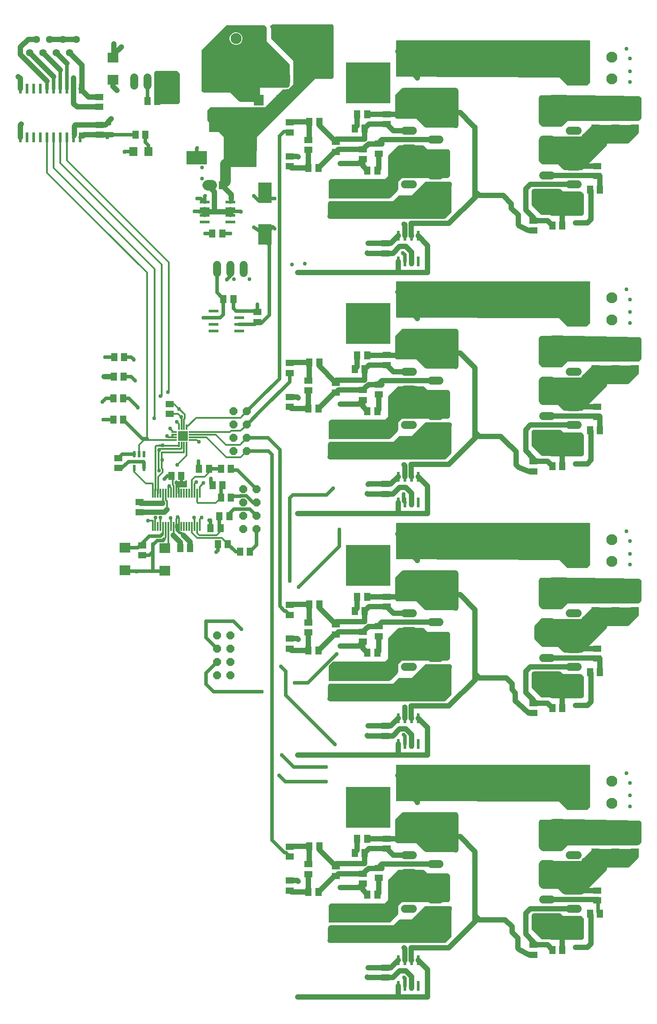
<source format=gbr>
G04 EAGLE Gerber RS-274X export*
G75*
%MOMM*%
%FSLAX34Y34*%
%LPD*%
%INTop Copper*%
%IPPOS*%
%AMOC8*
5,1,8,0,0,1.08239X$1,22.5*%
G01*
%ADD10R,1.500000X1.300000*%
%ADD11R,1.300000X1.500000*%
%ADD12C,1.524000*%
%ADD13R,1.950000X1.950000*%
%ADD14R,1.000000X0.300000*%
%ADD15R,0.300000X1.000000*%
%ADD16R,0.510800X1.921200*%
%ADD17R,1.901000X0.599100*%
%ADD18R,0.300000X1.700000*%
%ADD19R,0.550000X1.200000*%
%ADD20R,1.300000X1.600000*%
%ADD21R,1.600000X1.803000*%
%ADD22C,1.408000*%
%ADD23R,2.500000X4.000000*%
%ADD24R,4.000000X2.500000*%
%ADD25R,1.869997X1.999997*%
%ADD26R,1.999997X1.869997*%
%ADD27P,1.649562X8X292.500000*%
%ADD28C,2.100000*%
%ADD29R,0.599100X1.901000*%
%ADD30R,3.810000X1.620000*%
%ADD31R,8.510000X7.870000*%
%ADD32P,1.649562X8X112.500000*%
%ADD33C,1.000000*%
%ADD34C,0.756400*%
%ADD35C,0.700000*%
%ADD36C,0.300000*%
%ADD37C,2.000000*%
%ADD38C,0.500000*%

G36*
X1112090Y1769254D02*
X1112090Y1769254D01*
X1112181Y1769261D01*
X1112211Y1769273D01*
X1112243Y1769279D01*
X1112323Y1769321D01*
X1112407Y1769357D01*
X1112439Y1769383D01*
X1112460Y1769394D01*
X1112482Y1769417D01*
X1112538Y1769462D01*
X1118538Y1775462D01*
X1118591Y1775536D01*
X1118651Y1775605D01*
X1118663Y1775635D01*
X1118682Y1775661D01*
X1118709Y1775748D01*
X1118743Y1775833D01*
X1118747Y1775874D01*
X1118754Y1775897D01*
X1118753Y1775929D01*
X1118761Y1776000D01*
X1118761Y1855000D01*
X1118758Y1855020D01*
X1118760Y1855039D01*
X1118738Y1855141D01*
X1118722Y1855243D01*
X1118712Y1855260D01*
X1118708Y1855280D01*
X1118655Y1855369D01*
X1118606Y1855460D01*
X1118592Y1855474D01*
X1118582Y1855491D01*
X1118503Y1855558D01*
X1118428Y1855630D01*
X1118410Y1855638D01*
X1118395Y1855651D01*
X1118299Y1855690D01*
X1118205Y1855733D01*
X1118185Y1855735D01*
X1118167Y1855743D01*
X1118000Y1855761D01*
X749000Y1855761D01*
X748980Y1855758D01*
X748961Y1855760D01*
X748859Y1855738D01*
X748757Y1855722D01*
X748740Y1855712D01*
X748720Y1855708D01*
X748631Y1855655D01*
X748540Y1855606D01*
X748526Y1855592D01*
X748509Y1855582D01*
X748442Y1855503D01*
X748371Y1855428D01*
X748362Y1855410D01*
X748349Y1855395D01*
X748310Y1855299D01*
X748267Y1855205D01*
X748265Y1855185D01*
X748257Y1855167D01*
X748239Y1855000D01*
X748239Y1787040D01*
X748242Y1787022D01*
X748240Y1787003D01*
X748262Y1786901D01*
X748279Y1786797D01*
X748287Y1786781D01*
X748291Y1786763D01*
X748345Y1786673D01*
X748394Y1786580D01*
X748407Y1786567D01*
X748417Y1786551D01*
X748496Y1786483D01*
X748572Y1786411D01*
X748589Y1786403D01*
X748603Y1786391D01*
X748700Y1786351D01*
X748795Y1786307D01*
X748814Y1786305D01*
X748831Y1786298D01*
X748997Y1786279D01*
X1059680Y1785243D01*
X1075462Y1769462D01*
X1075536Y1769409D01*
X1075605Y1769349D01*
X1075635Y1769337D01*
X1075661Y1769318D01*
X1075748Y1769291D01*
X1075833Y1769257D01*
X1075874Y1769253D01*
X1075897Y1769246D01*
X1075929Y1769247D01*
X1076000Y1769239D01*
X1112000Y1769239D01*
X1112090Y1769254D01*
G37*
G36*
X1112090Y1309254D02*
X1112090Y1309254D01*
X1112181Y1309261D01*
X1112211Y1309273D01*
X1112243Y1309279D01*
X1112323Y1309321D01*
X1112407Y1309357D01*
X1112439Y1309383D01*
X1112460Y1309394D01*
X1112482Y1309417D01*
X1112538Y1309462D01*
X1118538Y1315462D01*
X1118591Y1315536D01*
X1118651Y1315605D01*
X1118663Y1315635D01*
X1118682Y1315661D01*
X1118709Y1315748D01*
X1118743Y1315833D01*
X1118747Y1315874D01*
X1118754Y1315897D01*
X1118753Y1315929D01*
X1118761Y1316000D01*
X1118761Y1395000D01*
X1118758Y1395020D01*
X1118760Y1395039D01*
X1118738Y1395141D01*
X1118722Y1395243D01*
X1118712Y1395260D01*
X1118708Y1395280D01*
X1118655Y1395369D01*
X1118606Y1395460D01*
X1118592Y1395474D01*
X1118582Y1395491D01*
X1118503Y1395558D01*
X1118428Y1395630D01*
X1118410Y1395638D01*
X1118395Y1395651D01*
X1118299Y1395690D01*
X1118205Y1395733D01*
X1118185Y1395735D01*
X1118167Y1395743D01*
X1118000Y1395761D01*
X749000Y1395761D01*
X748980Y1395758D01*
X748961Y1395760D01*
X748859Y1395738D01*
X748757Y1395722D01*
X748740Y1395712D01*
X748720Y1395708D01*
X748631Y1395655D01*
X748540Y1395606D01*
X748526Y1395592D01*
X748509Y1395582D01*
X748442Y1395503D01*
X748371Y1395428D01*
X748362Y1395410D01*
X748349Y1395395D01*
X748310Y1395299D01*
X748267Y1395205D01*
X748265Y1395185D01*
X748257Y1395167D01*
X748239Y1395000D01*
X748239Y1327040D01*
X748242Y1327022D01*
X748240Y1327003D01*
X748262Y1326901D01*
X748279Y1326797D01*
X748287Y1326781D01*
X748291Y1326763D01*
X748345Y1326673D01*
X748394Y1326580D01*
X748407Y1326567D01*
X748417Y1326551D01*
X748496Y1326483D01*
X748572Y1326411D01*
X748589Y1326403D01*
X748603Y1326391D01*
X748700Y1326351D01*
X748795Y1326307D01*
X748814Y1326305D01*
X748831Y1326298D01*
X748997Y1326279D01*
X1059680Y1325243D01*
X1075462Y1309462D01*
X1075536Y1309409D01*
X1075605Y1309349D01*
X1075635Y1309337D01*
X1075661Y1309318D01*
X1075748Y1309291D01*
X1075833Y1309257D01*
X1075874Y1309253D01*
X1075897Y1309246D01*
X1075929Y1309247D01*
X1076000Y1309239D01*
X1112000Y1309239D01*
X1112090Y1309254D01*
G37*
G36*
X1112090Y385254D02*
X1112090Y385254D01*
X1112181Y385261D01*
X1112211Y385273D01*
X1112243Y385279D01*
X1112323Y385321D01*
X1112407Y385357D01*
X1112439Y385383D01*
X1112460Y385394D01*
X1112482Y385417D01*
X1112538Y385462D01*
X1118538Y391462D01*
X1118591Y391536D01*
X1118651Y391605D01*
X1118663Y391635D01*
X1118682Y391661D01*
X1118709Y391748D01*
X1118743Y391833D01*
X1118747Y391874D01*
X1118754Y391897D01*
X1118753Y391929D01*
X1118761Y392000D01*
X1118761Y471000D01*
X1118758Y471020D01*
X1118760Y471039D01*
X1118738Y471141D01*
X1118722Y471243D01*
X1118712Y471260D01*
X1118708Y471280D01*
X1118655Y471369D01*
X1118606Y471460D01*
X1118592Y471474D01*
X1118582Y471491D01*
X1118503Y471558D01*
X1118428Y471630D01*
X1118410Y471638D01*
X1118395Y471651D01*
X1118299Y471690D01*
X1118205Y471733D01*
X1118185Y471735D01*
X1118167Y471743D01*
X1118000Y471761D01*
X749000Y471761D01*
X748980Y471758D01*
X748961Y471760D01*
X748859Y471738D01*
X748757Y471722D01*
X748740Y471712D01*
X748720Y471708D01*
X748631Y471655D01*
X748540Y471606D01*
X748526Y471592D01*
X748509Y471582D01*
X748442Y471503D01*
X748371Y471428D01*
X748362Y471410D01*
X748349Y471395D01*
X748310Y471299D01*
X748267Y471205D01*
X748265Y471185D01*
X748257Y471167D01*
X748239Y471000D01*
X748239Y403040D01*
X748242Y403022D01*
X748240Y403003D01*
X748262Y402901D01*
X748279Y402797D01*
X748287Y402781D01*
X748291Y402763D01*
X748345Y402673D01*
X748394Y402580D01*
X748407Y402567D01*
X748417Y402551D01*
X748496Y402483D01*
X748572Y402411D01*
X748589Y402403D01*
X748603Y402391D01*
X748700Y402351D01*
X748795Y402307D01*
X748814Y402305D01*
X748831Y402298D01*
X748997Y402279D01*
X1059680Y401243D01*
X1075462Y385462D01*
X1075536Y385409D01*
X1075605Y385349D01*
X1075635Y385337D01*
X1075661Y385318D01*
X1075748Y385291D01*
X1075833Y385257D01*
X1075874Y385253D01*
X1075897Y385246D01*
X1075929Y385247D01*
X1076000Y385239D01*
X1112000Y385239D01*
X1112090Y385254D01*
G37*
G36*
X1112090Y847254D02*
X1112090Y847254D01*
X1112181Y847261D01*
X1112211Y847273D01*
X1112243Y847279D01*
X1112323Y847321D01*
X1112407Y847357D01*
X1112439Y847383D01*
X1112460Y847394D01*
X1112482Y847417D01*
X1112538Y847462D01*
X1118538Y853462D01*
X1118591Y853536D01*
X1118651Y853605D01*
X1118663Y853635D01*
X1118682Y853661D01*
X1118709Y853748D01*
X1118743Y853833D01*
X1118747Y853874D01*
X1118754Y853897D01*
X1118753Y853929D01*
X1118761Y854000D01*
X1118761Y933000D01*
X1118758Y933020D01*
X1118760Y933039D01*
X1118738Y933141D01*
X1118722Y933243D01*
X1118712Y933260D01*
X1118708Y933280D01*
X1118655Y933369D01*
X1118606Y933460D01*
X1118592Y933474D01*
X1118582Y933491D01*
X1118503Y933558D01*
X1118428Y933630D01*
X1118410Y933638D01*
X1118395Y933651D01*
X1118299Y933690D01*
X1118205Y933733D01*
X1118185Y933735D01*
X1118167Y933743D01*
X1118000Y933761D01*
X749000Y933761D01*
X748980Y933758D01*
X748961Y933760D01*
X748859Y933738D01*
X748757Y933722D01*
X748740Y933712D01*
X748720Y933708D01*
X748631Y933655D01*
X748540Y933606D01*
X748526Y933592D01*
X748509Y933582D01*
X748442Y933503D01*
X748371Y933428D01*
X748362Y933410D01*
X748349Y933395D01*
X748310Y933299D01*
X748267Y933205D01*
X748265Y933185D01*
X748257Y933167D01*
X748239Y933000D01*
X748239Y865040D01*
X748242Y865022D01*
X748240Y865003D01*
X748262Y864901D01*
X748279Y864797D01*
X748287Y864781D01*
X748291Y864763D01*
X748345Y864673D01*
X748394Y864580D01*
X748407Y864567D01*
X748417Y864551D01*
X748496Y864483D01*
X748572Y864411D01*
X748589Y864403D01*
X748603Y864391D01*
X748700Y864351D01*
X748795Y864307D01*
X748814Y864305D01*
X748831Y864298D01*
X748997Y864279D01*
X1059680Y863243D01*
X1075462Y847462D01*
X1075536Y847409D01*
X1075605Y847349D01*
X1075635Y847337D01*
X1075661Y847318D01*
X1075748Y847291D01*
X1075833Y847257D01*
X1075874Y847253D01*
X1075897Y847246D01*
X1075929Y847247D01*
X1076000Y847239D01*
X1112000Y847239D01*
X1112090Y847254D01*
G37*
G36*
X478131Y1613511D02*
X478131Y1613511D01*
X478262Y1613511D01*
X478394Y1613531D01*
X478527Y1613541D01*
X478655Y1613570D01*
X478785Y1613590D01*
X478912Y1613630D01*
X479042Y1613660D01*
X479164Y1613708D01*
X479290Y1613747D01*
X479410Y1613805D01*
X479534Y1613855D01*
X479647Y1613921D01*
X479765Y1613979D01*
X479875Y1614054D01*
X479990Y1614122D01*
X480092Y1614204D01*
X480200Y1614279D01*
X480297Y1614370D01*
X480401Y1614454D01*
X480490Y1614552D01*
X480585Y1614641D01*
X480667Y1614747D01*
X480757Y1614845D01*
X480830Y1614954D01*
X480911Y1615058D01*
X480976Y1615174D01*
X481050Y1615285D01*
X481106Y1615404D01*
X481170Y1615519D01*
X481217Y1615643D01*
X481274Y1615764D01*
X481311Y1615890D01*
X481357Y1616013D01*
X481385Y1616144D01*
X481423Y1616272D01*
X481440Y1616402D01*
X481468Y1616530D01*
X481481Y1616703D01*
X481493Y1616796D01*
X481492Y1616854D01*
X481499Y1616938D01*
X482473Y1671525D01*
X593449Y1782501D01*
X625000Y1782501D01*
X625162Y1782513D01*
X625324Y1782516D01*
X625425Y1782533D01*
X625527Y1782541D01*
X625685Y1782577D01*
X625846Y1782604D01*
X625943Y1782637D01*
X626042Y1782660D01*
X626193Y1782719D01*
X626348Y1782771D01*
X626439Y1782817D01*
X626534Y1782855D01*
X626674Y1782937D01*
X626819Y1783011D01*
X626902Y1783070D01*
X626990Y1783122D01*
X627117Y1783224D01*
X627248Y1783319D01*
X627321Y1783390D01*
X627401Y1783454D01*
X627511Y1783575D01*
X627627Y1783688D01*
X627688Y1783770D01*
X627757Y1783845D01*
X627847Y1783980D01*
X627945Y1784110D01*
X627994Y1784200D01*
X628050Y1784285D01*
X628119Y1784432D01*
X628196Y1784575D01*
X628231Y1784672D01*
X628274Y1784764D01*
X628320Y1784920D01*
X628374Y1785073D01*
X628394Y1785174D01*
X628423Y1785272D01*
X628444Y1785432D01*
X628475Y1785592D01*
X628483Y1785718D01*
X628493Y1785796D01*
X628492Y1785875D01*
X628499Y1786000D01*
X628499Y1883000D01*
X628487Y1883162D01*
X628484Y1883324D01*
X628467Y1883425D01*
X628459Y1883527D01*
X628423Y1883685D01*
X628396Y1883846D01*
X628363Y1883943D01*
X628340Y1884042D01*
X628281Y1884193D01*
X628229Y1884348D01*
X628183Y1884439D01*
X628145Y1884534D01*
X628063Y1884674D01*
X627990Y1884819D01*
X627930Y1884902D01*
X627878Y1884990D01*
X627776Y1885117D01*
X627681Y1885248D01*
X627610Y1885321D01*
X627546Y1885401D01*
X627425Y1885511D01*
X627312Y1885627D01*
X627230Y1885688D01*
X627155Y1885757D01*
X627020Y1885847D01*
X626890Y1885945D01*
X626800Y1885994D01*
X626715Y1886050D01*
X626568Y1886119D01*
X626425Y1886196D01*
X626328Y1886231D01*
X626236Y1886274D01*
X626080Y1886320D01*
X625927Y1886374D01*
X625826Y1886394D01*
X625728Y1886423D01*
X625568Y1886444D01*
X625408Y1886475D01*
X625282Y1886483D01*
X625204Y1886493D01*
X625125Y1886492D01*
X625000Y1886499D01*
X513000Y1886499D01*
X512923Y1886493D01*
X512845Y1886496D01*
X512659Y1886473D01*
X512473Y1886459D01*
X512397Y1886442D01*
X512320Y1886433D01*
X512140Y1886382D01*
X511958Y1886340D01*
X511886Y1886312D01*
X511811Y1886291D01*
X511530Y1886171D01*
X511466Y1886145D01*
X511453Y1886138D01*
X511435Y1886130D01*
X509435Y1885130D01*
X509267Y1885029D01*
X509095Y1884935D01*
X509040Y1884894D01*
X508981Y1884858D01*
X508831Y1884734D01*
X508674Y1884615D01*
X508627Y1884565D01*
X508574Y1884522D01*
X508443Y1884375D01*
X508307Y1884234D01*
X508267Y1884178D01*
X508222Y1884127D01*
X508115Y1883963D01*
X508001Y1883803D01*
X507970Y1883742D01*
X507933Y1883684D01*
X507852Y1883506D01*
X507764Y1883331D01*
X507742Y1883265D01*
X507714Y1883203D01*
X507661Y1883015D01*
X507600Y1882828D01*
X507589Y1882760D01*
X507570Y1882694D01*
X507546Y1882500D01*
X507514Y1882306D01*
X507513Y1882238D01*
X507505Y1882170D01*
X507510Y1881974D01*
X507508Y1881778D01*
X507517Y1881709D01*
X507519Y1881641D01*
X507554Y1881448D01*
X507581Y1881254D01*
X507601Y1881188D01*
X507613Y1881121D01*
X507676Y1880936D01*
X507733Y1880747D01*
X507762Y1880685D01*
X507784Y1880621D01*
X507875Y1880447D01*
X507959Y1880269D01*
X507997Y1880213D01*
X508029Y1880152D01*
X508145Y1879994D01*
X508254Y1879831D01*
X508308Y1879770D01*
X508341Y1879725D01*
X508408Y1879658D01*
X508526Y1879526D01*
X509501Y1878551D01*
X509501Y1860000D01*
X509509Y1859889D01*
X509508Y1859778D01*
X509529Y1859626D01*
X509541Y1859473D01*
X509566Y1859364D01*
X509581Y1859254D01*
X509625Y1859107D01*
X509660Y1858958D01*
X509701Y1858854D01*
X509733Y1858747D01*
X509798Y1858609D01*
X509855Y1858466D01*
X509911Y1858370D01*
X509959Y1858269D01*
X510044Y1858142D01*
X510122Y1858010D01*
X510192Y1857923D01*
X510254Y1857831D01*
X510394Y1857674D01*
X510454Y1857599D01*
X510486Y1857570D01*
X510526Y1857526D01*
X551501Y1816551D01*
X551501Y1771449D01*
X542512Y1762460D01*
X532600Y1762192D01*
X532536Y1762186D01*
X532472Y1762187D01*
X532273Y1762159D01*
X532074Y1762138D01*
X532012Y1762122D01*
X531948Y1762113D01*
X531756Y1762056D01*
X531562Y1762005D01*
X531503Y1761980D01*
X531442Y1761962D01*
X531260Y1761876D01*
X531076Y1761797D01*
X531022Y1761763D01*
X530964Y1761736D01*
X530797Y1761624D01*
X530627Y1761518D01*
X530579Y1761476D01*
X530525Y1761440D01*
X530243Y1761189D01*
X530226Y1761174D01*
X530223Y1761172D01*
X530220Y1761169D01*
X497551Y1728499D01*
X395000Y1728499D01*
X394889Y1728491D01*
X394778Y1728492D01*
X394626Y1728471D01*
X394473Y1728459D01*
X394364Y1728434D01*
X394254Y1728419D01*
X394107Y1728375D01*
X393958Y1728340D01*
X393854Y1728299D01*
X393747Y1728267D01*
X393609Y1728202D01*
X393466Y1728145D01*
X393370Y1728089D01*
X393269Y1728041D01*
X393142Y1727956D01*
X393010Y1727878D01*
X392923Y1727808D01*
X392831Y1727746D01*
X392674Y1727606D01*
X392599Y1727546D01*
X392570Y1727514D01*
X392526Y1727474D01*
X388526Y1723474D01*
X388453Y1723390D01*
X388373Y1723312D01*
X388281Y1723190D01*
X388181Y1723073D01*
X388122Y1722979D01*
X388055Y1722890D01*
X387982Y1722755D01*
X387901Y1722625D01*
X387857Y1722523D01*
X387804Y1722425D01*
X387752Y1722280D01*
X387691Y1722139D01*
X387663Y1722032D01*
X387626Y1721927D01*
X387596Y1721776D01*
X387558Y1721628D01*
X387546Y1721517D01*
X387525Y1721408D01*
X387512Y1721198D01*
X387502Y1721102D01*
X387504Y1721060D01*
X387501Y1721000D01*
X387501Y1704000D01*
X387509Y1703889D01*
X387508Y1703778D01*
X387529Y1703626D01*
X387541Y1703473D01*
X387566Y1703364D01*
X387581Y1703254D01*
X387625Y1703107D01*
X387660Y1702958D01*
X387701Y1702854D01*
X387733Y1702747D01*
X387798Y1702609D01*
X387855Y1702466D01*
X387911Y1702370D01*
X387959Y1702269D01*
X388044Y1702142D01*
X388122Y1702010D01*
X388192Y1701923D01*
X388254Y1701831D01*
X388394Y1701674D01*
X388454Y1701599D01*
X388486Y1701570D01*
X388526Y1701526D01*
X418501Y1671551D01*
X418501Y1619000D01*
X418509Y1618889D01*
X418508Y1618778D01*
X418529Y1618626D01*
X418541Y1618473D01*
X418566Y1618364D01*
X418581Y1618254D01*
X418625Y1618107D01*
X418660Y1617958D01*
X418701Y1617854D01*
X418733Y1617747D01*
X418798Y1617609D01*
X418855Y1617466D01*
X418911Y1617370D01*
X418959Y1617269D01*
X419044Y1617142D01*
X419122Y1617010D01*
X419192Y1616923D01*
X419254Y1616831D01*
X419394Y1616674D01*
X419454Y1616599D01*
X419486Y1616570D01*
X419526Y1616526D01*
X421526Y1614526D01*
X421610Y1614453D01*
X421688Y1614373D01*
X421810Y1614281D01*
X421927Y1614181D01*
X422021Y1614122D01*
X422110Y1614055D01*
X422245Y1613982D01*
X422375Y1613901D01*
X422477Y1613857D01*
X422575Y1613804D01*
X422720Y1613752D01*
X422861Y1613691D01*
X422968Y1613663D01*
X423073Y1613626D01*
X423224Y1613596D01*
X423372Y1613558D01*
X423483Y1613546D01*
X423592Y1613525D01*
X423802Y1613512D01*
X423898Y1613502D01*
X423940Y1613504D01*
X424000Y1613501D01*
X478000Y1613501D01*
X478131Y1613511D01*
G37*
G36*
X485162Y1738513D02*
X485162Y1738513D01*
X485324Y1738516D01*
X485425Y1738533D01*
X485527Y1738541D01*
X485685Y1738577D01*
X485846Y1738604D01*
X485943Y1738637D01*
X486042Y1738660D01*
X486193Y1738719D01*
X486348Y1738771D01*
X486439Y1738817D01*
X486534Y1738855D01*
X486674Y1738937D01*
X486819Y1739011D01*
X486902Y1739070D01*
X486990Y1739122D01*
X487117Y1739224D01*
X487248Y1739319D01*
X487321Y1739390D01*
X487401Y1739454D01*
X487511Y1739575D01*
X487627Y1739688D01*
X487688Y1739770D01*
X487757Y1739845D01*
X487847Y1739980D01*
X487945Y1740110D01*
X487994Y1740200D01*
X488050Y1740285D01*
X488119Y1740432D01*
X488196Y1740575D01*
X488231Y1740672D01*
X488274Y1740764D01*
X488320Y1740920D01*
X488374Y1741073D01*
X488394Y1741174D01*
X488423Y1741272D01*
X488444Y1741432D01*
X488475Y1741592D01*
X488483Y1741718D01*
X488493Y1741796D01*
X488492Y1741875D01*
X488499Y1742000D01*
X488499Y1765000D01*
X488491Y1765111D01*
X488492Y1765222D01*
X488471Y1765374D01*
X488461Y1765501D01*
X540000Y1765501D01*
X540111Y1765509D01*
X540222Y1765508D01*
X540374Y1765529D01*
X540527Y1765541D01*
X540636Y1765566D01*
X540746Y1765581D01*
X540893Y1765625D01*
X541042Y1765660D01*
X541146Y1765701D01*
X541253Y1765733D01*
X541391Y1765798D01*
X541534Y1765855D01*
X541630Y1765911D01*
X541731Y1765959D01*
X541858Y1766044D01*
X541990Y1766122D01*
X542077Y1766192D01*
X542169Y1766254D01*
X542326Y1766394D01*
X542401Y1766454D01*
X542430Y1766486D01*
X542474Y1766526D01*
X543474Y1767526D01*
X543547Y1767610D01*
X543627Y1767688D01*
X543691Y1767773D01*
X543751Y1767839D01*
X543777Y1767877D01*
X543819Y1767927D01*
X543878Y1768021D01*
X543945Y1768110D01*
X544002Y1768216D01*
X544044Y1768279D01*
X544059Y1768311D01*
X544099Y1768375D01*
X544143Y1768477D01*
X544196Y1768575D01*
X544241Y1768701D01*
X544268Y1768758D01*
X544275Y1768783D01*
X544309Y1768861D01*
X544337Y1768968D01*
X544374Y1769073D01*
X544402Y1769217D01*
X544417Y1769266D01*
X544419Y1769282D01*
X544442Y1769372D01*
X544454Y1769483D01*
X544475Y1769592D01*
X544487Y1769786D01*
X544487Y1769790D01*
X544487Y1769794D01*
X544488Y1769802D01*
X544498Y1769898D01*
X544496Y1769940D01*
X544499Y1770000D01*
X544499Y1809000D01*
X544491Y1809111D01*
X544492Y1809222D01*
X544471Y1809374D01*
X544459Y1809527D01*
X544434Y1809636D01*
X544419Y1809746D01*
X544375Y1809893D01*
X544340Y1810042D01*
X544299Y1810146D01*
X544267Y1810253D01*
X544202Y1810391D01*
X544145Y1810534D01*
X544089Y1810630D01*
X544041Y1810731D01*
X543956Y1810858D01*
X543878Y1810990D01*
X543808Y1811077D01*
X543746Y1811169D01*
X543606Y1811326D01*
X543546Y1811401D01*
X543514Y1811430D01*
X543474Y1811474D01*
X500499Y1854449D01*
X500499Y1880000D01*
X500491Y1880111D01*
X500492Y1880222D01*
X500471Y1880374D01*
X500459Y1880527D01*
X500434Y1880636D01*
X500419Y1880746D01*
X500375Y1880893D01*
X500340Y1881042D01*
X500299Y1881146D01*
X500267Y1881253D01*
X500202Y1881391D01*
X500145Y1881534D01*
X500089Y1881630D01*
X500041Y1881731D01*
X499956Y1881858D01*
X499878Y1881990D01*
X499808Y1882077D01*
X499746Y1882169D01*
X499606Y1882326D01*
X499546Y1882401D01*
X499514Y1882430D01*
X499474Y1882474D01*
X498474Y1883474D01*
X498390Y1883547D01*
X498312Y1883627D01*
X498190Y1883719D01*
X498073Y1883819D01*
X497979Y1883878D01*
X497890Y1883945D01*
X497755Y1884018D01*
X497625Y1884099D01*
X497523Y1884143D01*
X497425Y1884196D01*
X497280Y1884248D01*
X497139Y1884309D01*
X497032Y1884337D01*
X496927Y1884374D01*
X496776Y1884404D01*
X496628Y1884442D01*
X496517Y1884454D01*
X496408Y1884475D01*
X496198Y1884488D01*
X496102Y1884498D01*
X496060Y1884496D01*
X496000Y1884499D01*
X425000Y1884499D01*
X424889Y1884491D01*
X424778Y1884492D01*
X424626Y1884471D01*
X424473Y1884459D01*
X424364Y1884434D01*
X424254Y1884419D01*
X424107Y1884375D01*
X423958Y1884340D01*
X423854Y1884299D01*
X423747Y1884267D01*
X423609Y1884202D01*
X423466Y1884145D01*
X423370Y1884089D01*
X423269Y1884041D01*
X423142Y1883956D01*
X423010Y1883878D01*
X422923Y1883808D01*
X422831Y1883746D01*
X422674Y1883606D01*
X422599Y1883546D01*
X422570Y1883514D01*
X422526Y1883474D01*
X377526Y1838474D01*
X377453Y1838390D01*
X377373Y1838312D01*
X377281Y1838190D01*
X377181Y1838073D01*
X377122Y1837979D01*
X377055Y1837890D01*
X376982Y1837755D01*
X376901Y1837625D01*
X376857Y1837523D01*
X376804Y1837425D01*
X376752Y1837280D01*
X376691Y1837139D01*
X376663Y1837032D01*
X376626Y1836927D01*
X376596Y1836776D01*
X376558Y1836628D01*
X376546Y1836517D01*
X376525Y1836408D01*
X376512Y1836198D01*
X376502Y1836102D01*
X376504Y1836060D01*
X376501Y1836000D01*
X376501Y1760000D01*
X376513Y1759838D01*
X376516Y1759676D01*
X376533Y1759575D01*
X376541Y1759473D01*
X376577Y1759315D01*
X376604Y1759154D01*
X376637Y1759057D01*
X376660Y1758958D01*
X376719Y1758807D01*
X376771Y1758653D01*
X376817Y1758561D01*
X376855Y1758466D01*
X376937Y1758326D01*
X377011Y1758181D01*
X377070Y1758098D01*
X377122Y1758010D01*
X377224Y1757883D01*
X377319Y1757752D01*
X377390Y1757679D01*
X377454Y1757599D01*
X377575Y1757489D01*
X377688Y1757373D01*
X377770Y1757312D01*
X377845Y1757243D01*
X377980Y1757153D01*
X378110Y1757055D01*
X378200Y1757006D01*
X378285Y1756950D01*
X378432Y1756881D01*
X378575Y1756804D01*
X378672Y1756769D01*
X378764Y1756726D01*
X378920Y1756680D01*
X379073Y1756626D01*
X379174Y1756606D01*
X379272Y1756577D01*
X379432Y1756556D01*
X379592Y1756525D01*
X379718Y1756517D01*
X379796Y1756507D01*
X379875Y1756508D01*
X380000Y1756501D01*
X431551Y1756501D01*
X448526Y1739526D01*
X448610Y1739453D01*
X448688Y1739373D01*
X448810Y1739281D01*
X448927Y1739181D01*
X449021Y1739122D01*
X449110Y1739055D01*
X449245Y1738982D01*
X449375Y1738901D01*
X449477Y1738857D01*
X449575Y1738804D01*
X449720Y1738752D01*
X449861Y1738691D01*
X449968Y1738663D01*
X450073Y1738626D01*
X450224Y1738596D01*
X450372Y1738558D01*
X450483Y1738546D01*
X450592Y1738525D01*
X450802Y1738512D01*
X450898Y1738502D01*
X450940Y1738504D01*
X451000Y1738501D01*
X485000Y1738501D01*
X485162Y1738513D01*
G37*
G36*
X734119Y170008D02*
X734119Y170008D01*
X734238Y170006D01*
X734434Y170028D01*
X734631Y170041D01*
X734748Y170063D01*
X734867Y170076D01*
X735058Y170123D01*
X735252Y170160D01*
X735365Y170197D01*
X735481Y170225D01*
X735665Y170295D01*
X735852Y170357D01*
X735960Y170408D01*
X736072Y170450D01*
X736245Y170543D01*
X736423Y170627D01*
X736524Y170692D01*
X736629Y170748D01*
X736790Y170862D01*
X736956Y170968D01*
X737048Y171045D01*
X737145Y171114D01*
X737333Y171284D01*
X737441Y171373D01*
X737480Y171416D01*
X737535Y171465D01*
X750535Y184465D01*
X750614Y184554D01*
X750700Y184638D01*
X750823Y184792D01*
X750953Y184939D01*
X751020Y185038D01*
X751094Y185131D01*
X751197Y185300D01*
X751307Y185463D01*
X751361Y185569D01*
X751424Y185671D01*
X751504Y185851D01*
X751593Y186026D01*
X751633Y186139D01*
X751682Y186248D01*
X751739Y186436D01*
X751806Y186622D01*
X751831Y186738D01*
X751866Y186853D01*
X751899Y187047D01*
X751941Y187239D01*
X751952Y187358D01*
X751972Y187476D01*
X751985Y187729D01*
X751998Y187869D01*
X751995Y187927D01*
X751999Y188000D01*
X751999Y201929D01*
X759071Y209001D01*
X846000Y209001D01*
X846185Y209012D01*
X846370Y209014D01*
X846500Y209032D01*
X846631Y209041D01*
X846812Y209076D01*
X846996Y209101D01*
X847122Y209135D01*
X847252Y209160D01*
X847428Y209218D01*
X847606Y209266D01*
X847727Y209316D01*
X847852Y209357D01*
X848020Y209436D01*
X848190Y209506D01*
X848305Y209571D01*
X848423Y209627D01*
X848579Y209727D01*
X848740Y209819D01*
X848845Y209897D01*
X848956Y209968D01*
X849098Y210087D01*
X849246Y210198D01*
X849340Y210289D01*
X849441Y210373D01*
X849567Y210509D01*
X849700Y210638D01*
X849782Y210740D01*
X849871Y210837D01*
X849979Y210987D01*
X850094Y211131D01*
X850163Y211244D01*
X850239Y211350D01*
X850327Y211513D01*
X850424Y211671D01*
X850477Y211791D01*
X850540Y211906D01*
X850606Y212079D01*
X850682Y212248D01*
X850720Y212373D01*
X850768Y212496D01*
X850812Y212676D01*
X850866Y212853D01*
X850888Y212982D01*
X850919Y213110D01*
X850941Y213293D01*
X850972Y213476D01*
X850980Y213629D01*
X850992Y213737D01*
X850991Y213846D01*
X850999Y214000D01*
X850999Y259000D01*
X850988Y259185D01*
X850986Y259370D01*
X850968Y259500D01*
X850959Y259631D01*
X850924Y259812D01*
X850899Y259996D01*
X850865Y260122D01*
X850840Y260252D01*
X850782Y260428D01*
X850734Y260606D01*
X850684Y260727D01*
X850643Y260852D01*
X850564Y261020D01*
X850494Y261190D01*
X850429Y261305D01*
X850373Y261423D01*
X850273Y261579D01*
X850182Y261740D01*
X850103Y261845D01*
X850032Y261956D01*
X849913Y262098D01*
X849802Y262246D01*
X849711Y262340D01*
X849627Y262441D01*
X849491Y262567D01*
X849362Y262700D01*
X849260Y262782D01*
X849163Y262871D01*
X849013Y262979D01*
X848869Y263094D01*
X848756Y263163D01*
X848650Y263239D01*
X848487Y263327D01*
X848329Y263424D01*
X848209Y263477D01*
X848094Y263540D01*
X847921Y263606D01*
X847752Y263682D01*
X847627Y263720D01*
X847504Y263768D01*
X847324Y263812D01*
X847147Y263866D01*
X847018Y263888D01*
X846890Y263919D01*
X846707Y263941D01*
X846524Y263972D01*
X846371Y263980D01*
X846263Y263992D01*
X846154Y263991D01*
X846000Y263999D01*
X808071Y263999D01*
X802535Y269535D01*
X802446Y269614D01*
X802362Y269700D01*
X802208Y269823D01*
X802061Y269953D01*
X801962Y270020D01*
X801869Y270094D01*
X801701Y270197D01*
X801537Y270307D01*
X801431Y270361D01*
X801329Y270424D01*
X801149Y270504D01*
X800974Y270593D01*
X800861Y270633D01*
X800752Y270682D01*
X800564Y270739D01*
X800378Y270806D01*
X800262Y270831D01*
X800147Y270866D01*
X799953Y270899D01*
X799761Y270941D01*
X799642Y270952D01*
X799524Y270972D01*
X799271Y270985D01*
X799131Y270998D01*
X799073Y270995D01*
X799000Y270999D01*
X754000Y270999D01*
X753881Y270992D01*
X753762Y270994D01*
X753566Y270972D01*
X753369Y270959D01*
X753252Y270937D01*
X753133Y270924D01*
X752942Y270877D01*
X752748Y270840D01*
X752635Y270803D01*
X752519Y270775D01*
X752335Y270705D01*
X752148Y270643D01*
X752040Y270592D01*
X751928Y270550D01*
X751755Y270457D01*
X751577Y270373D01*
X751476Y270308D01*
X751371Y270252D01*
X751210Y270138D01*
X751044Y270032D01*
X750952Y269955D01*
X750855Y269886D01*
X750667Y269716D01*
X750559Y269627D01*
X750520Y269584D01*
X750465Y269535D01*
X734465Y253535D01*
X734386Y253446D01*
X734300Y253362D01*
X734177Y253208D01*
X734047Y253061D01*
X733980Y252962D01*
X733906Y252869D01*
X733803Y252701D01*
X733766Y252646D01*
X733761Y252638D01*
X733760Y252636D01*
X733693Y252537D01*
X733639Y252431D01*
X733576Y252329D01*
X733496Y252149D01*
X733487Y252132D01*
X733460Y252082D01*
X733455Y252069D01*
X733407Y251974D01*
X733367Y251861D01*
X733318Y251752D01*
X733264Y251574D01*
X733232Y251493D01*
X733226Y251465D01*
X733195Y251378D01*
X733169Y251262D01*
X733134Y251147D01*
X733106Y250982D01*
X733081Y250879D01*
X733076Y250838D01*
X733059Y250761D01*
X733048Y250642D01*
X733028Y250524D01*
X733019Y250350D01*
X733008Y250251D01*
X733008Y250196D01*
X733002Y250131D01*
X733005Y250073D01*
X733001Y250000D01*
X733001Y213071D01*
X726929Y206999D01*
X625000Y206999D01*
X624881Y206992D01*
X624762Y206994D01*
X624566Y206972D01*
X624369Y206959D01*
X624252Y206937D01*
X624133Y206924D01*
X623942Y206877D01*
X623748Y206840D01*
X623635Y206803D01*
X623519Y206775D01*
X623335Y206705D01*
X623148Y206643D01*
X623040Y206592D01*
X622928Y206550D01*
X622755Y206457D01*
X622577Y206373D01*
X622476Y206308D01*
X622371Y206252D01*
X622210Y206138D01*
X622044Y206032D01*
X621952Y205955D01*
X621855Y205886D01*
X621667Y205716D01*
X621559Y205627D01*
X621520Y205584D01*
X621465Y205535D01*
X620465Y204535D01*
X620386Y204446D01*
X620300Y204362D01*
X620177Y204208D01*
X620047Y204061D01*
X619980Y203962D01*
X619906Y203869D01*
X619803Y203701D01*
X619693Y203537D01*
X619639Y203431D01*
X619576Y203329D01*
X619496Y203149D01*
X619407Y202974D01*
X619367Y202861D01*
X619318Y202752D01*
X619261Y202564D01*
X619195Y202378D01*
X619169Y202262D01*
X619134Y202147D01*
X619101Y201953D01*
X619059Y201761D01*
X619048Y201642D01*
X619028Y201524D01*
X619015Y201271D01*
X619002Y201131D01*
X619005Y201073D01*
X619001Y201000D01*
X619001Y175000D01*
X619012Y174815D01*
X619014Y174630D01*
X619032Y174500D01*
X619041Y174369D01*
X619076Y174188D01*
X619101Y174004D01*
X619135Y173878D01*
X619160Y173748D01*
X619218Y173572D01*
X619266Y173394D01*
X619316Y173273D01*
X619357Y173148D01*
X619436Y172980D01*
X619506Y172810D01*
X619571Y172695D01*
X619627Y172577D01*
X619727Y172421D01*
X619819Y172260D01*
X619897Y172155D01*
X619968Y172044D01*
X620087Y171902D01*
X620198Y171754D01*
X620289Y171660D01*
X620373Y171559D01*
X620509Y171433D01*
X620638Y171300D01*
X620740Y171218D01*
X620837Y171129D01*
X620987Y171021D01*
X621131Y170906D01*
X621244Y170837D01*
X621350Y170761D01*
X621513Y170673D01*
X621671Y170576D01*
X621791Y170523D01*
X621906Y170460D01*
X622079Y170394D01*
X622248Y170318D01*
X622373Y170280D01*
X622496Y170232D01*
X622676Y170188D01*
X622853Y170134D01*
X622982Y170112D01*
X623110Y170081D01*
X623293Y170059D01*
X623476Y170028D01*
X623629Y170020D01*
X623737Y170008D01*
X623846Y170009D01*
X624000Y170001D01*
X734000Y170001D01*
X734119Y170008D01*
G37*
G36*
X734119Y1554008D02*
X734119Y1554008D01*
X734238Y1554006D01*
X734434Y1554028D01*
X734631Y1554041D01*
X734748Y1554063D01*
X734867Y1554076D01*
X735058Y1554123D01*
X735252Y1554160D01*
X735365Y1554197D01*
X735481Y1554225D01*
X735665Y1554295D01*
X735852Y1554357D01*
X735960Y1554408D01*
X736072Y1554450D01*
X736245Y1554543D01*
X736423Y1554627D01*
X736524Y1554692D01*
X736629Y1554748D01*
X736790Y1554862D01*
X736956Y1554968D01*
X737048Y1555045D01*
X737145Y1555114D01*
X737333Y1555284D01*
X737441Y1555373D01*
X737480Y1555416D01*
X737535Y1555465D01*
X750535Y1568465D01*
X750614Y1568554D01*
X750700Y1568638D01*
X750823Y1568792D01*
X750953Y1568939D01*
X751020Y1569038D01*
X751094Y1569131D01*
X751197Y1569300D01*
X751307Y1569463D01*
X751361Y1569569D01*
X751424Y1569671D01*
X751504Y1569851D01*
X751593Y1570026D01*
X751633Y1570139D01*
X751682Y1570248D01*
X751739Y1570436D01*
X751806Y1570622D01*
X751831Y1570738D01*
X751866Y1570853D01*
X751899Y1571047D01*
X751941Y1571239D01*
X751952Y1571358D01*
X751972Y1571476D01*
X751985Y1571729D01*
X751998Y1571869D01*
X751995Y1571927D01*
X751999Y1572000D01*
X751999Y1585929D01*
X759071Y1593001D01*
X846000Y1593001D01*
X846185Y1593012D01*
X846370Y1593014D01*
X846500Y1593032D01*
X846631Y1593041D01*
X846812Y1593076D01*
X846996Y1593101D01*
X847122Y1593135D01*
X847252Y1593160D01*
X847428Y1593218D01*
X847606Y1593266D01*
X847727Y1593316D01*
X847852Y1593357D01*
X848020Y1593436D01*
X848190Y1593506D01*
X848305Y1593571D01*
X848423Y1593627D01*
X848579Y1593727D01*
X848740Y1593819D01*
X848845Y1593897D01*
X848956Y1593968D01*
X849098Y1594087D01*
X849246Y1594198D01*
X849340Y1594289D01*
X849441Y1594373D01*
X849567Y1594509D01*
X849700Y1594638D01*
X849782Y1594740D01*
X849871Y1594837D01*
X849979Y1594987D01*
X850094Y1595131D01*
X850163Y1595244D01*
X850239Y1595350D01*
X850327Y1595513D01*
X850424Y1595671D01*
X850477Y1595791D01*
X850540Y1595906D01*
X850606Y1596079D01*
X850682Y1596248D01*
X850720Y1596373D01*
X850768Y1596496D01*
X850812Y1596676D01*
X850866Y1596853D01*
X850888Y1596982D01*
X850919Y1597110D01*
X850941Y1597293D01*
X850972Y1597476D01*
X850980Y1597629D01*
X850992Y1597737D01*
X850991Y1597846D01*
X850999Y1598000D01*
X850999Y1643000D01*
X850988Y1643185D01*
X850986Y1643370D01*
X850968Y1643500D01*
X850959Y1643631D01*
X850924Y1643812D01*
X850899Y1643996D01*
X850865Y1644122D01*
X850840Y1644252D01*
X850782Y1644428D01*
X850734Y1644606D01*
X850684Y1644727D01*
X850643Y1644852D01*
X850564Y1645020D01*
X850494Y1645190D01*
X850429Y1645305D01*
X850373Y1645423D01*
X850273Y1645579D01*
X850182Y1645740D01*
X850103Y1645845D01*
X850032Y1645956D01*
X849913Y1646098D01*
X849802Y1646246D01*
X849711Y1646340D01*
X849627Y1646441D01*
X849491Y1646567D01*
X849362Y1646700D01*
X849260Y1646782D01*
X849163Y1646871D01*
X849013Y1646979D01*
X848869Y1647094D01*
X848756Y1647163D01*
X848650Y1647239D01*
X848487Y1647327D01*
X848329Y1647424D01*
X848209Y1647477D01*
X848094Y1647540D01*
X847921Y1647606D01*
X847752Y1647682D01*
X847627Y1647720D01*
X847504Y1647768D01*
X847324Y1647812D01*
X847147Y1647866D01*
X847018Y1647888D01*
X846890Y1647919D01*
X846707Y1647941D01*
X846524Y1647972D01*
X846371Y1647980D01*
X846263Y1647992D01*
X846154Y1647991D01*
X846000Y1647999D01*
X808071Y1647999D01*
X802535Y1653535D01*
X802446Y1653614D01*
X802362Y1653700D01*
X802208Y1653823D01*
X802061Y1653953D01*
X801962Y1654020D01*
X801869Y1654094D01*
X801701Y1654197D01*
X801537Y1654307D01*
X801431Y1654361D01*
X801329Y1654424D01*
X801149Y1654504D01*
X800974Y1654593D01*
X800861Y1654633D01*
X800752Y1654682D01*
X800564Y1654739D01*
X800378Y1654806D01*
X800262Y1654831D01*
X800147Y1654866D01*
X799953Y1654899D01*
X799761Y1654941D01*
X799642Y1654952D01*
X799524Y1654972D01*
X799271Y1654985D01*
X799131Y1654998D01*
X799073Y1654995D01*
X799000Y1654999D01*
X754000Y1654999D01*
X753881Y1654992D01*
X753762Y1654994D01*
X753566Y1654972D01*
X753369Y1654959D01*
X753252Y1654937D01*
X753133Y1654924D01*
X752942Y1654877D01*
X752748Y1654840D01*
X752635Y1654803D01*
X752519Y1654775D01*
X752335Y1654705D01*
X752148Y1654643D01*
X752040Y1654592D01*
X751928Y1654550D01*
X751755Y1654457D01*
X751577Y1654373D01*
X751476Y1654308D01*
X751371Y1654252D01*
X751210Y1654138D01*
X751044Y1654032D01*
X750952Y1653955D01*
X750855Y1653886D01*
X750667Y1653716D01*
X750559Y1653627D01*
X750520Y1653584D01*
X750465Y1653535D01*
X734465Y1637535D01*
X734386Y1637446D01*
X734300Y1637362D01*
X734177Y1637208D01*
X734047Y1637061D01*
X733980Y1636962D01*
X733906Y1636869D01*
X733803Y1636701D01*
X733766Y1636646D01*
X733761Y1636638D01*
X733760Y1636636D01*
X733693Y1636537D01*
X733639Y1636431D01*
X733576Y1636329D01*
X733496Y1636149D01*
X733487Y1636132D01*
X733460Y1636082D01*
X733455Y1636069D01*
X733407Y1635974D01*
X733367Y1635861D01*
X733318Y1635752D01*
X733264Y1635574D01*
X733232Y1635493D01*
X733226Y1635465D01*
X733195Y1635378D01*
X733169Y1635262D01*
X733134Y1635147D01*
X733106Y1634982D01*
X733081Y1634879D01*
X733076Y1634838D01*
X733059Y1634761D01*
X733048Y1634642D01*
X733028Y1634524D01*
X733019Y1634350D01*
X733008Y1634251D01*
X733008Y1634196D01*
X733002Y1634131D01*
X733005Y1634073D01*
X733001Y1634000D01*
X733001Y1597071D01*
X726929Y1590999D01*
X625000Y1590999D01*
X624881Y1590992D01*
X624762Y1590994D01*
X624566Y1590972D01*
X624369Y1590959D01*
X624252Y1590937D01*
X624133Y1590924D01*
X623942Y1590877D01*
X623748Y1590840D01*
X623635Y1590803D01*
X623519Y1590775D01*
X623335Y1590705D01*
X623148Y1590643D01*
X623040Y1590592D01*
X622928Y1590550D01*
X622755Y1590457D01*
X622577Y1590373D01*
X622476Y1590308D01*
X622371Y1590252D01*
X622210Y1590138D01*
X622044Y1590032D01*
X621952Y1589955D01*
X621855Y1589886D01*
X621667Y1589716D01*
X621559Y1589627D01*
X621520Y1589584D01*
X621465Y1589535D01*
X620465Y1588535D01*
X620386Y1588446D01*
X620300Y1588362D01*
X620177Y1588208D01*
X620047Y1588061D01*
X619980Y1587962D01*
X619906Y1587869D01*
X619803Y1587701D01*
X619693Y1587537D01*
X619639Y1587431D01*
X619576Y1587329D01*
X619496Y1587149D01*
X619407Y1586974D01*
X619367Y1586861D01*
X619318Y1586752D01*
X619261Y1586564D01*
X619195Y1586378D01*
X619169Y1586262D01*
X619134Y1586147D01*
X619101Y1585953D01*
X619059Y1585761D01*
X619048Y1585642D01*
X619028Y1585524D01*
X619015Y1585271D01*
X619002Y1585131D01*
X619005Y1585073D01*
X619001Y1585000D01*
X619001Y1559000D01*
X619012Y1558815D01*
X619014Y1558630D01*
X619032Y1558500D01*
X619041Y1558369D01*
X619076Y1558188D01*
X619101Y1558004D01*
X619135Y1557878D01*
X619160Y1557748D01*
X619218Y1557572D01*
X619266Y1557394D01*
X619316Y1557273D01*
X619357Y1557148D01*
X619436Y1556980D01*
X619506Y1556810D01*
X619571Y1556695D01*
X619627Y1556577D01*
X619727Y1556421D01*
X619819Y1556260D01*
X619897Y1556155D01*
X619968Y1556044D01*
X620087Y1555902D01*
X620198Y1555754D01*
X620289Y1555660D01*
X620373Y1555559D01*
X620509Y1555433D01*
X620638Y1555300D01*
X620740Y1555218D01*
X620837Y1555129D01*
X620987Y1555021D01*
X621131Y1554906D01*
X621244Y1554837D01*
X621350Y1554761D01*
X621513Y1554673D01*
X621671Y1554576D01*
X621791Y1554523D01*
X621906Y1554460D01*
X622079Y1554394D01*
X622248Y1554318D01*
X622373Y1554280D01*
X622496Y1554232D01*
X622676Y1554188D01*
X622853Y1554134D01*
X622982Y1554112D01*
X623110Y1554081D01*
X623293Y1554059D01*
X623476Y1554028D01*
X623629Y1554020D01*
X623737Y1554008D01*
X623846Y1554009D01*
X624000Y1554001D01*
X734000Y1554001D01*
X734119Y1554008D01*
G37*
G36*
X734119Y1094008D02*
X734119Y1094008D01*
X734238Y1094006D01*
X734434Y1094028D01*
X734631Y1094041D01*
X734748Y1094063D01*
X734867Y1094076D01*
X735058Y1094123D01*
X735252Y1094160D01*
X735365Y1094197D01*
X735481Y1094225D01*
X735665Y1094295D01*
X735852Y1094357D01*
X735960Y1094408D01*
X736072Y1094450D01*
X736245Y1094543D01*
X736423Y1094627D01*
X736524Y1094692D01*
X736629Y1094748D01*
X736790Y1094862D01*
X736956Y1094968D01*
X737048Y1095045D01*
X737145Y1095114D01*
X737333Y1095284D01*
X737441Y1095373D01*
X737480Y1095416D01*
X737535Y1095465D01*
X750535Y1108465D01*
X750614Y1108554D01*
X750700Y1108638D01*
X750823Y1108792D01*
X750953Y1108939D01*
X751020Y1109038D01*
X751094Y1109131D01*
X751197Y1109300D01*
X751307Y1109463D01*
X751361Y1109569D01*
X751424Y1109671D01*
X751504Y1109851D01*
X751593Y1110026D01*
X751633Y1110139D01*
X751682Y1110248D01*
X751739Y1110436D01*
X751806Y1110622D01*
X751831Y1110738D01*
X751866Y1110853D01*
X751899Y1111047D01*
X751941Y1111239D01*
X751952Y1111358D01*
X751972Y1111476D01*
X751985Y1111729D01*
X751998Y1111869D01*
X751995Y1111927D01*
X751999Y1112000D01*
X751999Y1125929D01*
X759071Y1133001D01*
X846000Y1133001D01*
X846185Y1133012D01*
X846370Y1133014D01*
X846500Y1133032D01*
X846631Y1133041D01*
X846812Y1133076D01*
X846996Y1133101D01*
X847122Y1133135D01*
X847252Y1133160D01*
X847428Y1133218D01*
X847606Y1133266D01*
X847727Y1133316D01*
X847852Y1133357D01*
X848020Y1133436D01*
X848190Y1133506D01*
X848305Y1133571D01*
X848423Y1133627D01*
X848579Y1133727D01*
X848740Y1133819D01*
X848845Y1133897D01*
X848956Y1133968D01*
X849098Y1134087D01*
X849246Y1134198D01*
X849340Y1134289D01*
X849441Y1134373D01*
X849567Y1134509D01*
X849700Y1134638D01*
X849782Y1134740D01*
X849871Y1134837D01*
X849979Y1134987D01*
X850094Y1135131D01*
X850163Y1135244D01*
X850239Y1135350D01*
X850327Y1135513D01*
X850424Y1135671D01*
X850477Y1135791D01*
X850540Y1135906D01*
X850606Y1136079D01*
X850682Y1136248D01*
X850720Y1136373D01*
X850768Y1136496D01*
X850812Y1136676D01*
X850866Y1136853D01*
X850888Y1136982D01*
X850919Y1137110D01*
X850941Y1137293D01*
X850972Y1137476D01*
X850980Y1137629D01*
X850992Y1137737D01*
X850991Y1137846D01*
X850999Y1138000D01*
X850999Y1183000D01*
X850988Y1183185D01*
X850986Y1183370D01*
X850968Y1183500D01*
X850959Y1183631D01*
X850924Y1183812D01*
X850899Y1183996D01*
X850865Y1184122D01*
X850840Y1184252D01*
X850782Y1184428D01*
X850734Y1184606D01*
X850684Y1184727D01*
X850643Y1184852D01*
X850564Y1185020D01*
X850494Y1185190D01*
X850429Y1185305D01*
X850373Y1185423D01*
X850273Y1185579D01*
X850182Y1185740D01*
X850103Y1185845D01*
X850032Y1185956D01*
X849913Y1186098D01*
X849802Y1186246D01*
X849711Y1186340D01*
X849627Y1186441D01*
X849491Y1186567D01*
X849362Y1186700D01*
X849260Y1186782D01*
X849163Y1186871D01*
X849013Y1186979D01*
X848869Y1187094D01*
X848756Y1187163D01*
X848650Y1187239D01*
X848487Y1187327D01*
X848329Y1187424D01*
X848209Y1187477D01*
X848094Y1187540D01*
X847921Y1187606D01*
X847752Y1187682D01*
X847627Y1187720D01*
X847504Y1187768D01*
X847324Y1187812D01*
X847147Y1187866D01*
X847018Y1187888D01*
X846890Y1187919D01*
X846707Y1187941D01*
X846524Y1187972D01*
X846371Y1187980D01*
X846263Y1187992D01*
X846154Y1187991D01*
X846000Y1187999D01*
X808071Y1187999D01*
X802535Y1193535D01*
X802446Y1193614D01*
X802362Y1193700D01*
X802208Y1193823D01*
X802061Y1193953D01*
X801962Y1194020D01*
X801869Y1194094D01*
X801701Y1194197D01*
X801537Y1194307D01*
X801431Y1194361D01*
X801329Y1194424D01*
X801149Y1194504D01*
X800974Y1194593D01*
X800861Y1194633D01*
X800752Y1194682D01*
X800564Y1194739D01*
X800378Y1194806D01*
X800262Y1194831D01*
X800147Y1194866D01*
X799953Y1194899D01*
X799761Y1194941D01*
X799642Y1194952D01*
X799524Y1194972D01*
X799271Y1194985D01*
X799131Y1194998D01*
X799073Y1194995D01*
X799000Y1194999D01*
X754000Y1194999D01*
X753881Y1194992D01*
X753762Y1194994D01*
X753566Y1194972D01*
X753369Y1194959D01*
X753252Y1194937D01*
X753133Y1194924D01*
X752942Y1194877D01*
X752748Y1194840D01*
X752635Y1194803D01*
X752519Y1194775D01*
X752335Y1194705D01*
X752148Y1194643D01*
X752040Y1194592D01*
X751928Y1194550D01*
X751755Y1194457D01*
X751577Y1194373D01*
X751476Y1194308D01*
X751371Y1194252D01*
X751210Y1194138D01*
X751044Y1194032D01*
X750952Y1193955D01*
X750855Y1193886D01*
X750667Y1193716D01*
X750559Y1193627D01*
X750520Y1193584D01*
X750465Y1193535D01*
X734465Y1177535D01*
X734386Y1177446D01*
X734300Y1177362D01*
X734177Y1177208D01*
X734047Y1177061D01*
X733980Y1176962D01*
X733906Y1176869D01*
X733803Y1176701D01*
X733766Y1176646D01*
X733761Y1176638D01*
X733760Y1176636D01*
X733693Y1176537D01*
X733639Y1176431D01*
X733576Y1176329D01*
X733496Y1176149D01*
X733487Y1176132D01*
X733460Y1176082D01*
X733455Y1176069D01*
X733407Y1175974D01*
X733367Y1175861D01*
X733318Y1175752D01*
X733264Y1175574D01*
X733232Y1175493D01*
X733226Y1175465D01*
X733195Y1175378D01*
X733169Y1175262D01*
X733134Y1175147D01*
X733106Y1174982D01*
X733081Y1174879D01*
X733076Y1174838D01*
X733059Y1174761D01*
X733048Y1174642D01*
X733028Y1174524D01*
X733019Y1174350D01*
X733008Y1174251D01*
X733008Y1174196D01*
X733002Y1174131D01*
X733005Y1174073D01*
X733001Y1174000D01*
X733001Y1137071D01*
X726929Y1130999D01*
X625000Y1130999D01*
X624881Y1130992D01*
X624762Y1130994D01*
X624566Y1130972D01*
X624369Y1130959D01*
X624252Y1130937D01*
X624133Y1130924D01*
X623942Y1130877D01*
X623748Y1130840D01*
X623635Y1130803D01*
X623519Y1130775D01*
X623335Y1130705D01*
X623148Y1130643D01*
X623040Y1130592D01*
X622928Y1130550D01*
X622755Y1130457D01*
X622577Y1130373D01*
X622476Y1130308D01*
X622371Y1130252D01*
X622210Y1130138D01*
X622044Y1130032D01*
X621952Y1129955D01*
X621855Y1129886D01*
X621667Y1129716D01*
X621559Y1129627D01*
X621520Y1129584D01*
X621465Y1129535D01*
X620465Y1128535D01*
X620386Y1128446D01*
X620300Y1128362D01*
X620177Y1128208D01*
X620047Y1128061D01*
X619980Y1127962D01*
X619906Y1127869D01*
X619803Y1127701D01*
X619693Y1127537D01*
X619639Y1127431D01*
X619576Y1127329D01*
X619496Y1127149D01*
X619407Y1126974D01*
X619367Y1126861D01*
X619318Y1126752D01*
X619261Y1126564D01*
X619195Y1126378D01*
X619169Y1126262D01*
X619134Y1126147D01*
X619101Y1125953D01*
X619059Y1125761D01*
X619048Y1125642D01*
X619028Y1125524D01*
X619015Y1125271D01*
X619002Y1125131D01*
X619005Y1125073D01*
X619001Y1125000D01*
X619001Y1099000D01*
X619012Y1098815D01*
X619014Y1098630D01*
X619032Y1098500D01*
X619041Y1098369D01*
X619076Y1098188D01*
X619101Y1098004D01*
X619135Y1097878D01*
X619160Y1097748D01*
X619218Y1097572D01*
X619266Y1097394D01*
X619316Y1097273D01*
X619357Y1097148D01*
X619436Y1096980D01*
X619506Y1096810D01*
X619571Y1096695D01*
X619627Y1096577D01*
X619727Y1096421D01*
X619819Y1096260D01*
X619897Y1096155D01*
X619968Y1096044D01*
X620087Y1095902D01*
X620198Y1095754D01*
X620289Y1095660D01*
X620373Y1095559D01*
X620509Y1095433D01*
X620638Y1095300D01*
X620740Y1095218D01*
X620837Y1095129D01*
X620987Y1095021D01*
X621131Y1094906D01*
X621244Y1094837D01*
X621350Y1094761D01*
X621513Y1094673D01*
X621671Y1094576D01*
X621791Y1094523D01*
X621906Y1094460D01*
X622079Y1094394D01*
X622248Y1094318D01*
X622373Y1094280D01*
X622496Y1094232D01*
X622676Y1094188D01*
X622853Y1094134D01*
X622982Y1094112D01*
X623110Y1094081D01*
X623293Y1094059D01*
X623476Y1094028D01*
X623629Y1094020D01*
X623737Y1094008D01*
X623846Y1094009D01*
X624000Y1094001D01*
X734000Y1094001D01*
X734119Y1094008D01*
G37*
G36*
X734119Y632008D02*
X734119Y632008D01*
X734238Y632006D01*
X734434Y632028D01*
X734631Y632041D01*
X734748Y632063D01*
X734867Y632076D01*
X735058Y632123D01*
X735252Y632160D01*
X735365Y632197D01*
X735481Y632225D01*
X735665Y632295D01*
X735852Y632357D01*
X735960Y632408D01*
X736072Y632450D01*
X736245Y632543D01*
X736423Y632627D01*
X736524Y632692D01*
X736629Y632748D01*
X736790Y632862D01*
X736956Y632968D01*
X737048Y633045D01*
X737145Y633114D01*
X737333Y633284D01*
X737441Y633373D01*
X737480Y633416D01*
X737535Y633465D01*
X750535Y646465D01*
X750614Y646554D01*
X750700Y646638D01*
X750823Y646792D01*
X750953Y646939D01*
X751020Y647038D01*
X751094Y647131D01*
X751197Y647300D01*
X751307Y647463D01*
X751361Y647569D01*
X751424Y647671D01*
X751504Y647851D01*
X751593Y648026D01*
X751633Y648139D01*
X751682Y648248D01*
X751739Y648436D01*
X751806Y648622D01*
X751831Y648738D01*
X751866Y648853D01*
X751899Y649047D01*
X751941Y649239D01*
X751952Y649358D01*
X751972Y649476D01*
X751985Y649729D01*
X751998Y649869D01*
X751995Y649927D01*
X751999Y650000D01*
X751999Y663929D01*
X759071Y671001D01*
X846000Y671001D01*
X846185Y671012D01*
X846370Y671014D01*
X846500Y671032D01*
X846631Y671041D01*
X846812Y671076D01*
X846996Y671101D01*
X847122Y671135D01*
X847252Y671160D01*
X847428Y671218D01*
X847606Y671266D01*
X847727Y671316D01*
X847852Y671357D01*
X848020Y671436D01*
X848190Y671506D01*
X848305Y671571D01*
X848423Y671627D01*
X848579Y671727D01*
X848740Y671819D01*
X848845Y671897D01*
X848956Y671968D01*
X849098Y672087D01*
X849246Y672198D01*
X849340Y672289D01*
X849441Y672373D01*
X849567Y672509D01*
X849700Y672638D01*
X849782Y672740D01*
X849871Y672837D01*
X849979Y672987D01*
X850094Y673131D01*
X850163Y673244D01*
X850239Y673350D01*
X850327Y673513D01*
X850424Y673671D01*
X850477Y673791D01*
X850540Y673906D01*
X850606Y674079D01*
X850682Y674248D01*
X850720Y674373D01*
X850768Y674496D01*
X850812Y674676D01*
X850866Y674853D01*
X850888Y674982D01*
X850919Y675110D01*
X850941Y675293D01*
X850972Y675476D01*
X850980Y675629D01*
X850992Y675737D01*
X850991Y675846D01*
X850999Y676000D01*
X850999Y721000D01*
X850988Y721185D01*
X850986Y721370D01*
X850968Y721500D01*
X850959Y721631D01*
X850924Y721812D01*
X850899Y721996D01*
X850865Y722122D01*
X850840Y722252D01*
X850782Y722428D01*
X850734Y722606D01*
X850684Y722727D01*
X850643Y722852D01*
X850564Y723020D01*
X850494Y723190D01*
X850429Y723305D01*
X850373Y723423D01*
X850273Y723579D01*
X850182Y723740D01*
X850103Y723845D01*
X850032Y723956D01*
X849913Y724098D01*
X849802Y724246D01*
X849711Y724340D01*
X849627Y724441D01*
X849491Y724567D01*
X849362Y724700D01*
X849260Y724782D01*
X849163Y724871D01*
X849013Y724979D01*
X848869Y725094D01*
X848756Y725163D01*
X848650Y725239D01*
X848487Y725327D01*
X848329Y725424D01*
X848209Y725477D01*
X848094Y725540D01*
X847921Y725606D01*
X847752Y725682D01*
X847627Y725720D01*
X847504Y725768D01*
X847324Y725812D01*
X847147Y725866D01*
X847018Y725888D01*
X846890Y725919D01*
X846707Y725941D01*
X846524Y725972D01*
X846371Y725980D01*
X846263Y725992D01*
X846154Y725991D01*
X846000Y725999D01*
X808071Y725999D01*
X802535Y731535D01*
X802446Y731614D01*
X802362Y731700D01*
X802208Y731823D01*
X802061Y731953D01*
X801962Y732020D01*
X801869Y732094D01*
X801701Y732197D01*
X801537Y732307D01*
X801431Y732361D01*
X801329Y732424D01*
X801149Y732504D01*
X800974Y732593D01*
X800861Y732633D01*
X800752Y732682D01*
X800564Y732739D01*
X800378Y732806D01*
X800262Y732831D01*
X800147Y732866D01*
X799953Y732899D01*
X799761Y732941D01*
X799642Y732952D01*
X799524Y732972D01*
X799271Y732985D01*
X799131Y732998D01*
X799073Y732995D01*
X799000Y732999D01*
X754000Y732999D01*
X753881Y732992D01*
X753762Y732994D01*
X753566Y732972D01*
X753369Y732959D01*
X753252Y732937D01*
X753133Y732924D01*
X752942Y732877D01*
X752748Y732840D01*
X752635Y732803D01*
X752519Y732775D01*
X752335Y732705D01*
X752148Y732643D01*
X752040Y732592D01*
X751928Y732550D01*
X751755Y732457D01*
X751577Y732373D01*
X751476Y732308D01*
X751371Y732252D01*
X751210Y732138D01*
X751044Y732032D01*
X750952Y731955D01*
X750855Y731886D01*
X750667Y731716D01*
X750559Y731627D01*
X750520Y731584D01*
X750465Y731535D01*
X734465Y715535D01*
X734386Y715446D01*
X734300Y715362D01*
X734177Y715208D01*
X734047Y715061D01*
X733980Y714962D01*
X733906Y714869D01*
X733803Y714701D01*
X733766Y714646D01*
X733761Y714638D01*
X733760Y714636D01*
X733693Y714537D01*
X733639Y714431D01*
X733576Y714329D01*
X733496Y714149D01*
X733487Y714132D01*
X733460Y714082D01*
X733455Y714069D01*
X733407Y713974D01*
X733367Y713861D01*
X733318Y713752D01*
X733264Y713574D01*
X733232Y713493D01*
X733226Y713465D01*
X733195Y713378D01*
X733169Y713262D01*
X733134Y713147D01*
X733106Y712982D01*
X733081Y712879D01*
X733076Y712838D01*
X733059Y712761D01*
X733048Y712642D01*
X733028Y712524D01*
X733019Y712350D01*
X733008Y712251D01*
X733008Y712196D01*
X733002Y712131D01*
X733005Y712073D01*
X733001Y712000D01*
X733001Y675071D01*
X726929Y668999D01*
X629142Y668999D01*
X629023Y668992D01*
X628904Y668994D01*
X628708Y668972D01*
X628511Y668959D01*
X628394Y668937D01*
X628275Y668924D01*
X628084Y668877D01*
X627891Y668840D01*
X627777Y668803D01*
X627661Y668775D01*
X627477Y668705D01*
X627290Y668643D01*
X627182Y668592D01*
X627070Y668550D01*
X626897Y668457D01*
X626719Y668373D01*
X626618Y668308D01*
X626513Y668252D01*
X626352Y668138D01*
X626186Y668032D01*
X626095Y667955D01*
X625997Y667886D01*
X625808Y667716D01*
X625701Y667627D01*
X625662Y667584D01*
X625607Y667535D01*
X620465Y662393D01*
X620386Y662303D01*
X620300Y662220D01*
X620177Y662066D01*
X620047Y661919D01*
X619980Y661820D01*
X619906Y661727D01*
X619803Y661558D01*
X619693Y661395D01*
X619639Y661289D01*
X619576Y661187D01*
X619496Y661007D01*
X619407Y660832D01*
X619367Y660719D01*
X619318Y660610D01*
X619261Y660422D01*
X619195Y660236D01*
X619169Y660120D01*
X619134Y660005D01*
X619101Y659811D01*
X619059Y659619D01*
X619048Y659500D01*
X619028Y659382D01*
X619015Y659128D01*
X619002Y658989D01*
X619005Y658931D01*
X619001Y658858D01*
X619001Y637000D01*
X619012Y636815D01*
X619014Y636630D01*
X619032Y636500D01*
X619041Y636369D01*
X619076Y636188D01*
X619101Y636004D01*
X619135Y635878D01*
X619160Y635748D01*
X619218Y635572D01*
X619266Y635394D01*
X619316Y635273D01*
X619357Y635148D01*
X619436Y634980D01*
X619506Y634810D01*
X619571Y634695D01*
X619627Y634577D01*
X619727Y634421D01*
X619819Y634260D01*
X619897Y634155D01*
X619968Y634044D01*
X620087Y633902D01*
X620198Y633754D01*
X620289Y633660D01*
X620373Y633559D01*
X620509Y633433D01*
X620638Y633300D01*
X620740Y633218D01*
X620837Y633129D01*
X620987Y633021D01*
X621131Y632906D01*
X621244Y632837D01*
X621350Y632761D01*
X621513Y632673D01*
X621671Y632576D01*
X621791Y632523D01*
X621906Y632460D01*
X622079Y632394D01*
X622248Y632318D01*
X622373Y632280D01*
X622496Y632232D01*
X622676Y632188D01*
X622853Y632134D01*
X622982Y632112D01*
X623110Y632081D01*
X623293Y632059D01*
X623476Y632028D01*
X623629Y632020D01*
X623737Y632008D01*
X623846Y632009D01*
X624000Y632001D01*
X734000Y632001D01*
X734119Y632008D01*
G37*
G36*
X840119Y131008D02*
X840119Y131008D01*
X840238Y131006D01*
X840434Y131028D01*
X840631Y131041D01*
X840748Y131063D01*
X840867Y131076D01*
X841058Y131123D01*
X841252Y131160D01*
X841365Y131197D01*
X841481Y131225D01*
X841665Y131295D01*
X841852Y131357D01*
X841960Y131408D01*
X842072Y131450D01*
X842245Y131543D01*
X842423Y131627D01*
X842524Y131692D01*
X842629Y131748D01*
X842790Y131862D01*
X842956Y131968D01*
X843048Y132045D01*
X843145Y132114D01*
X843333Y132284D01*
X843441Y132373D01*
X843480Y132416D01*
X843535Y132465D01*
X852535Y141465D01*
X852614Y141554D01*
X852700Y141638D01*
X852823Y141792D01*
X852953Y141939D01*
X853020Y142038D01*
X853094Y142131D01*
X853197Y142300D01*
X853307Y142463D01*
X853361Y142569D01*
X853424Y142671D01*
X853504Y142851D01*
X853593Y143026D01*
X853633Y143139D01*
X853682Y143248D01*
X853739Y143436D01*
X853806Y143622D01*
X853831Y143738D01*
X853866Y143853D01*
X853899Y144047D01*
X853941Y144239D01*
X853952Y144358D01*
X853972Y144476D01*
X853985Y144729D01*
X853998Y144869D01*
X853995Y144927D01*
X853999Y145000D01*
X853999Y194008D01*
X854094Y194147D01*
X854239Y194350D01*
X854270Y194408D01*
X854307Y194463D01*
X854421Y194687D01*
X854540Y194906D01*
X854563Y194968D01*
X854593Y195026D01*
X854677Y195262D01*
X854768Y195496D01*
X854783Y195560D01*
X854806Y195622D01*
X854859Y195866D01*
X854919Y196110D01*
X854927Y196175D01*
X854941Y196239D01*
X854963Y196489D01*
X854992Y196737D01*
X854992Y196803D01*
X854998Y196869D01*
X854988Y197120D01*
X854986Y197370D01*
X854977Y197434D01*
X854974Y197500D01*
X854933Y197748D01*
X854899Y197996D01*
X854882Y198059D01*
X854871Y198124D01*
X854800Y198364D01*
X854734Y198606D01*
X854709Y198667D01*
X854690Y198730D01*
X854589Y198959D01*
X854494Y199190D01*
X854461Y199248D01*
X854435Y199308D01*
X854305Y199522D01*
X854182Y199740D01*
X854142Y199793D01*
X854108Y199849D01*
X853952Y200046D01*
X853802Y200246D01*
X853757Y200293D01*
X853716Y200345D01*
X853537Y200520D01*
X853362Y200700D01*
X853311Y200741D01*
X853264Y200787D01*
X853065Y200938D01*
X852869Y201094D01*
X852813Y201129D01*
X852760Y201168D01*
X852543Y201293D01*
X852329Y201424D01*
X852269Y201450D01*
X852212Y201483D01*
X851981Y201580D01*
X851752Y201682D01*
X851689Y201701D01*
X851629Y201727D01*
X851387Y201793D01*
X851147Y201866D01*
X851083Y201877D01*
X851019Y201894D01*
X850771Y201930D01*
X850524Y201972D01*
X850451Y201976D01*
X850394Y201984D01*
X850253Y201986D01*
X850000Y201999D01*
X806000Y201999D01*
X805881Y201992D01*
X805762Y201994D01*
X805566Y201972D01*
X805369Y201959D01*
X805252Y201937D01*
X805133Y201924D01*
X804942Y201877D01*
X804748Y201840D01*
X804635Y201803D01*
X804519Y201775D01*
X804335Y201705D01*
X804148Y201643D01*
X804040Y201592D01*
X803928Y201550D01*
X803755Y201457D01*
X803577Y201373D01*
X803476Y201308D01*
X803371Y201252D01*
X803210Y201138D01*
X803044Y201032D01*
X802952Y200955D01*
X802855Y200886D01*
X802667Y200716D01*
X802559Y200627D01*
X802520Y200584D01*
X802465Y200535D01*
X777929Y175999D01*
X756000Y175999D01*
X755881Y175992D01*
X755762Y175994D01*
X755566Y175972D01*
X755369Y175959D01*
X755252Y175937D01*
X755133Y175924D01*
X754942Y175877D01*
X754748Y175840D01*
X754635Y175803D01*
X754519Y175775D01*
X754335Y175705D01*
X754148Y175643D01*
X754040Y175592D01*
X753928Y175550D01*
X753755Y175457D01*
X753577Y175373D01*
X753476Y175308D01*
X753371Y175252D01*
X753210Y175138D01*
X753044Y175032D01*
X752952Y174955D01*
X752855Y174886D01*
X752667Y174716D01*
X752559Y174627D01*
X752555Y174623D01*
X752554Y174621D01*
X752517Y174582D01*
X752465Y174535D01*
X742929Y164999D01*
X623000Y164999D01*
X622815Y164988D01*
X622630Y164986D01*
X622500Y164968D01*
X622369Y164959D01*
X622188Y164924D01*
X622004Y164899D01*
X621878Y164865D01*
X621748Y164840D01*
X621572Y164782D01*
X621394Y164734D01*
X621273Y164684D01*
X621148Y164643D01*
X620980Y164564D01*
X620810Y164494D01*
X620695Y164429D01*
X620577Y164373D01*
X620421Y164273D01*
X620260Y164182D01*
X620155Y164103D01*
X620044Y164032D01*
X619902Y163913D01*
X619754Y163802D01*
X619660Y163711D01*
X619559Y163627D01*
X619433Y163491D01*
X619300Y163362D01*
X619218Y163260D01*
X619129Y163163D01*
X619021Y163013D01*
X618906Y162869D01*
X618837Y162756D01*
X618761Y162650D01*
X618673Y162487D01*
X618576Y162329D01*
X618523Y162209D01*
X618460Y162094D01*
X618394Y161921D01*
X618318Y161752D01*
X618280Y161627D01*
X618232Y161504D01*
X618188Y161324D01*
X618134Y161147D01*
X618112Y161018D01*
X618081Y160890D01*
X618059Y160707D01*
X618028Y160524D01*
X618020Y160371D01*
X618008Y160263D01*
X618009Y160154D01*
X618001Y160000D01*
X618001Y138992D01*
X617906Y138853D01*
X617761Y138650D01*
X617730Y138592D01*
X617693Y138537D01*
X617579Y138313D01*
X617460Y138094D01*
X617437Y138032D01*
X617407Y137974D01*
X617323Y137738D01*
X617232Y137504D01*
X617217Y137440D01*
X617195Y137378D01*
X617141Y137134D01*
X617081Y136890D01*
X617073Y136825D01*
X617059Y136761D01*
X617037Y136511D01*
X617008Y136263D01*
X617008Y136197D01*
X617002Y136131D01*
X617012Y135880D01*
X617014Y135630D01*
X617023Y135566D01*
X617026Y135500D01*
X617067Y135252D01*
X617101Y135004D01*
X617118Y134941D01*
X617129Y134876D01*
X617200Y134636D01*
X617266Y134394D01*
X617291Y134333D01*
X617310Y134270D01*
X617411Y134041D01*
X617506Y133810D01*
X617539Y133752D01*
X617565Y133692D01*
X617695Y133478D01*
X617819Y133260D01*
X617858Y133208D01*
X617892Y133151D01*
X618048Y132954D01*
X618198Y132754D01*
X618243Y132707D01*
X618284Y132656D01*
X618463Y132480D01*
X618638Y132300D01*
X618689Y132259D01*
X618736Y132213D01*
X618935Y132062D01*
X619131Y131906D01*
X619187Y131871D01*
X619240Y131832D01*
X619457Y131707D01*
X619671Y131576D01*
X619731Y131550D01*
X619788Y131517D01*
X620019Y131420D01*
X620248Y131318D01*
X620311Y131299D01*
X620371Y131274D01*
X620613Y131207D01*
X620853Y131134D01*
X620917Y131123D01*
X620981Y131106D01*
X621229Y131070D01*
X621476Y131028D01*
X621549Y131024D01*
X621606Y131016D01*
X621747Y131014D01*
X622000Y131001D01*
X840000Y131001D01*
X840119Y131008D01*
G37*
G36*
X840119Y1515008D02*
X840119Y1515008D01*
X840238Y1515006D01*
X840434Y1515028D01*
X840631Y1515041D01*
X840748Y1515063D01*
X840867Y1515076D01*
X841058Y1515123D01*
X841252Y1515160D01*
X841365Y1515197D01*
X841481Y1515225D01*
X841665Y1515295D01*
X841852Y1515357D01*
X841960Y1515408D01*
X842072Y1515450D01*
X842245Y1515543D01*
X842423Y1515627D01*
X842524Y1515692D01*
X842629Y1515748D01*
X842790Y1515862D01*
X842956Y1515968D01*
X843048Y1516045D01*
X843145Y1516114D01*
X843333Y1516284D01*
X843441Y1516373D01*
X843480Y1516416D01*
X843535Y1516465D01*
X852535Y1525465D01*
X852614Y1525554D01*
X852700Y1525638D01*
X852823Y1525792D01*
X852953Y1525939D01*
X853020Y1526038D01*
X853094Y1526131D01*
X853197Y1526300D01*
X853307Y1526463D01*
X853361Y1526569D01*
X853424Y1526671D01*
X853504Y1526851D01*
X853593Y1527026D01*
X853633Y1527139D01*
X853682Y1527248D01*
X853739Y1527436D01*
X853806Y1527622D01*
X853831Y1527738D01*
X853866Y1527853D01*
X853899Y1528047D01*
X853941Y1528239D01*
X853952Y1528358D01*
X853972Y1528476D01*
X853985Y1528729D01*
X853998Y1528869D01*
X853995Y1528927D01*
X853999Y1529000D01*
X853999Y1578008D01*
X854094Y1578147D01*
X854239Y1578350D01*
X854270Y1578408D01*
X854307Y1578463D01*
X854421Y1578687D01*
X854540Y1578906D01*
X854563Y1578968D01*
X854593Y1579026D01*
X854677Y1579262D01*
X854768Y1579496D01*
X854783Y1579560D01*
X854806Y1579622D01*
X854859Y1579866D01*
X854919Y1580110D01*
X854927Y1580175D01*
X854941Y1580239D01*
X854963Y1580489D01*
X854992Y1580737D01*
X854992Y1580803D01*
X854998Y1580869D01*
X854988Y1581120D01*
X854986Y1581370D01*
X854977Y1581434D01*
X854974Y1581500D01*
X854933Y1581748D01*
X854899Y1581996D01*
X854882Y1582059D01*
X854871Y1582124D01*
X854800Y1582364D01*
X854734Y1582606D01*
X854709Y1582667D01*
X854690Y1582730D01*
X854589Y1582959D01*
X854494Y1583190D01*
X854461Y1583248D01*
X854435Y1583308D01*
X854305Y1583522D01*
X854182Y1583740D01*
X854142Y1583793D01*
X854108Y1583849D01*
X853952Y1584046D01*
X853802Y1584246D01*
X853757Y1584293D01*
X853716Y1584345D01*
X853537Y1584520D01*
X853362Y1584700D01*
X853311Y1584741D01*
X853264Y1584787D01*
X853065Y1584938D01*
X852869Y1585094D01*
X852813Y1585129D01*
X852760Y1585168D01*
X852543Y1585293D01*
X852329Y1585424D01*
X852269Y1585450D01*
X852212Y1585483D01*
X851981Y1585580D01*
X851752Y1585682D01*
X851689Y1585701D01*
X851629Y1585727D01*
X851387Y1585793D01*
X851147Y1585866D01*
X851083Y1585877D01*
X851019Y1585894D01*
X850771Y1585930D01*
X850524Y1585972D01*
X850451Y1585976D01*
X850394Y1585984D01*
X850253Y1585986D01*
X850000Y1585999D01*
X806000Y1585999D01*
X805881Y1585992D01*
X805762Y1585994D01*
X805566Y1585972D01*
X805369Y1585959D01*
X805252Y1585937D01*
X805133Y1585924D01*
X804942Y1585877D01*
X804748Y1585840D01*
X804635Y1585803D01*
X804519Y1585775D01*
X804335Y1585705D01*
X804148Y1585643D01*
X804040Y1585592D01*
X803928Y1585550D01*
X803755Y1585457D01*
X803577Y1585373D01*
X803476Y1585308D01*
X803371Y1585252D01*
X803210Y1585138D01*
X803044Y1585032D01*
X802952Y1584955D01*
X802855Y1584886D01*
X802667Y1584716D01*
X802559Y1584627D01*
X802520Y1584584D01*
X802465Y1584535D01*
X777929Y1559999D01*
X756000Y1559999D01*
X755881Y1559992D01*
X755762Y1559994D01*
X755566Y1559972D01*
X755369Y1559959D01*
X755252Y1559937D01*
X755133Y1559924D01*
X754942Y1559877D01*
X754748Y1559840D01*
X754635Y1559803D01*
X754519Y1559775D01*
X754335Y1559705D01*
X754148Y1559643D01*
X754040Y1559592D01*
X753928Y1559550D01*
X753755Y1559457D01*
X753577Y1559373D01*
X753476Y1559308D01*
X753371Y1559252D01*
X753210Y1559138D01*
X753044Y1559032D01*
X752952Y1558955D01*
X752855Y1558886D01*
X752667Y1558716D01*
X752559Y1558627D01*
X752555Y1558623D01*
X752554Y1558621D01*
X752517Y1558582D01*
X752465Y1558535D01*
X742929Y1548999D01*
X623000Y1548999D01*
X622815Y1548988D01*
X622630Y1548986D01*
X622500Y1548968D01*
X622369Y1548959D01*
X622188Y1548924D01*
X622004Y1548899D01*
X621878Y1548865D01*
X621748Y1548840D01*
X621572Y1548782D01*
X621394Y1548734D01*
X621273Y1548684D01*
X621148Y1548643D01*
X620980Y1548564D01*
X620810Y1548494D01*
X620695Y1548429D01*
X620577Y1548373D01*
X620421Y1548273D01*
X620260Y1548182D01*
X620155Y1548103D01*
X620044Y1548032D01*
X619902Y1547913D01*
X619754Y1547802D01*
X619660Y1547711D01*
X619559Y1547627D01*
X619433Y1547491D01*
X619300Y1547362D01*
X619218Y1547260D01*
X619129Y1547163D01*
X619021Y1547013D01*
X618906Y1546869D01*
X618837Y1546756D01*
X618761Y1546650D01*
X618673Y1546487D01*
X618576Y1546329D01*
X618523Y1546209D01*
X618460Y1546094D01*
X618394Y1545921D01*
X618318Y1545752D01*
X618280Y1545627D01*
X618232Y1545504D01*
X618188Y1545324D01*
X618134Y1545147D01*
X618112Y1545018D01*
X618081Y1544890D01*
X618059Y1544707D01*
X618028Y1544524D01*
X618020Y1544371D01*
X618008Y1544263D01*
X618009Y1544154D01*
X618001Y1544000D01*
X618001Y1522992D01*
X617906Y1522853D01*
X617761Y1522650D01*
X617730Y1522592D01*
X617693Y1522537D01*
X617579Y1522313D01*
X617460Y1522094D01*
X617437Y1522032D01*
X617407Y1521974D01*
X617323Y1521738D01*
X617232Y1521504D01*
X617217Y1521440D01*
X617195Y1521378D01*
X617141Y1521134D01*
X617081Y1520890D01*
X617073Y1520825D01*
X617059Y1520761D01*
X617037Y1520511D01*
X617008Y1520263D01*
X617008Y1520197D01*
X617002Y1520131D01*
X617012Y1519880D01*
X617014Y1519630D01*
X617023Y1519566D01*
X617026Y1519500D01*
X617067Y1519252D01*
X617101Y1519004D01*
X617118Y1518941D01*
X617129Y1518876D01*
X617200Y1518636D01*
X617266Y1518394D01*
X617291Y1518333D01*
X617310Y1518270D01*
X617411Y1518041D01*
X617506Y1517810D01*
X617539Y1517752D01*
X617565Y1517692D01*
X617695Y1517478D01*
X617819Y1517260D01*
X617858Y1517208D01*
X617892Y1517151D01*
X618048Y1516954D01*
X618198Y1516754D01*
X618243Y1516707D01*
X618284Y1516656D01*
X618463Y1516480D01*
X618638Y1516300D01*
X618689Y1516259D01*
X618736Y1516213D01*
X618935Y1516062D01*
X619131Y1515906D01*
X619187Y1515871D01*
X619240Y1515832D01*
X619457Y1515707D01*
X619671Y1515576D01*
X619731Y1515550D01*
X619788Y1515517D01*
X620019Y1515420D01*
X620248Y1515318D01*
X620311Y1515299D01*
X620371Y1515274D01*
X620613Y1515207D01*
X620853Y1515134D01*
X620917Y1515123D01*
X620981Y1515106D01*
X621229Y1515070D01*
X621476Y1515028D01*
X621549Y1515024D01*
X621606Y1515016D01*
X621747Y1515014D01*
X622000Y1515001D01*
X840000Y1515001D01*
X840119Y1515008D01*
G37*
G36*
X840119Y1055008D02*
X840119Y1055008D01*
X840238Y1055006D01*
X840434Y1055028D01*
X840631Y1055041D01*
X840748Y1055063D01*
X840867Y1055076D01*
X841058Y1055123D01*
X841252Y1055160D01*
X841365Y1055197D01*
X841481Y1055225D01*
X841665Y1055295D01*
X841852Y1055357D01*
X841960Y1055408D01*
X842072Y1055450D01*
X842245Y1055543D01*
X842423Y1055627D01*
X842524Y1055692D01*
X842629Y1055748D01*
X842790Y1055862D01*
X842956Y1055968D01*
X843048Y1056045D01*
X843145Y1056114D01*
X843333Y1056284D01*
X843441Y1056373D01*
X843480Y1056416D01*
X843535Y1056465D01*
X852535Y1065465D01*
X852614Y1065554D01*
X852700Y1065638D01*
X852823Y1065792D01*
X852953Y1065939D01*
X853020Y1066038D01*
X853094Y1066131D01*
X853197Y1066300D01*
X853307Y1066463D01*
X853361Y1066569D01*
X853424Y1066671D01*
X853504Y1066851D01*
X853593Y1067026D01*
X853633Y1067139D01*
X853682Y1067248D01*
X853739Y1067436D01*
X853806Y1067622D01*
X853831Y1067738D01*
X853866Y1067853D01*
X853899Y1068047D01*
X853941Y1068239D01*
X853952Y1068358D01*
X853972Y1068476D01*
X853985Y1068729D01*
X853998Y1068869D01*
X853995Y1068927D01*
X853999Y1069000D01*
X853999Y1118008D01*
X854094Y1118147D01*
X854239Y1118350D01*
X854270Y1118408D01*
X854307Y1118463D01*
X854421Y1118687D01*
X854540Y1118906D01*
X854563Y1118968D01*
X854593Y1119026D01*
X854677Y1119262D01*
X854768Y1119496D01*
X854783Y1119560D01*
X854806Y1119622D01*
X854859Y1119866D01*
X854919Y1120110D01*
X854927Y1120175D01*
X854941Y1120239D01*
X854963Y1120489D01*
X854992Y1120737D01*
X854992Y1120803D01*
X854998Y1120869D01*
X854988Y1121120D01*
X854986Y1121370D01*
X854977Y1121434D01*
X854974Y1121500D01*
X854933Y1121748D01*
X854899Y1121996D01*
X854882Y1122059D01*
X854871Y1122124D01*
X854800Y1122364D01*
X854734Y1122606D01*
X854709Y1122667D01*
X854690Y1122730D01*
X854589Y1122959D01*
X854494Y1123190D01*
X854461Y1123248D01*
X854435Y1123308D01*
X854305Y1123522D01*
X854182Y1123740D01*
X854142Y1123793D01*
X854108Y1123849D01*
X853952Y1124046D01*
X853802Y1124246D01*
X853757Y1124293D01*
X853716Y1124345D01*
X853537Y1124520D01*
X853362Y1124700D01*
X853311Y1124741D01*
X853264Y1124787D01*
X853065Y1124938D01*
X852869Y1125094D01*
X852813Y1125129D01*
X852760Y1125168D01*
X852543Y1125293D01*
X852329Y1125424D01*
X852269Y1125450D01*
X852212Y1125483D01*
X851981Y1125580D01*
X851752Y1125682D01*
X851689Y1125701D01*
X851629Y1125727D01*
X851387Y1125793D01*
X851147Y1125866D01*
X851083Y1125877D01*
X851019Y1125894D01*
X850771Y1125930D01*
X850524Y1125972D01*
X850451Y1125976D01*
X850394Y1125984D01*
X850253Y1125986D01*
X850000Y1125999D01*
X806000Y1125999D01*
X805881Y1125992D01*
X805762Y1125994D01*
X805566Y1125972D01*
X805369Y1125959D01*
X805252Y1125937D01*
X805133Y1125924D01*
X804942Y1125877D01*
X804748Y1125840D01*
X804635Y1125803D01*
X804519Y1125775D01*
X804335Y1125705D01*
X804148Y1125643D01*
X804040Y1125592D01*
X803928Y1125550D01*
X803755Y1125457D01*
X803577Y1125373D01*
X803476Y1125308D01*
X803371Y1125252D01*
X803210Y1125138D01*
X803044Y1125032D01*
X802952Y1124955D01*
X802855Y1124886D01*
X802667Y1124716D01*
X802559Y1124627D01*
X802520Y1124584D01*
X802465Y1124535D01*
X777929Y1099999D01*
X756000Y1099999D01*
X755881Y1099992D01*
X755762Y1099994D01*
X755566Y1099972D01*
X755369Y1099959D01*
X755252Y1099937D01*
X755133Y1099924D01*
X754942Y1099877D01*
X754748Y1099840D01*
X754635Y1099803D01*
X754519Y1099775D01*
X754335Y1099705D01*
X754148Y1099643D01*
X754040Y1099592D01*
X753928Y1099550D01*
X753755Y1099457D01*
X753577Y1099373D01*
X753476Y1099308D01*
X753371Y1099252D01*
X753210Y1099138D01*
X753044Y1099032D01*
X752952Y1098955D01*
X752855Y1098886D01*
X752667Y1098716D01*
X752559Y1098627D01*
X752555Y1098623D01*
X752554Y1098621D01*
X752517Y1098582D01*
X752465Y1098535D01*
X742929Y1088999D01*
X623000Y1088999D01*
X622815Y1088988D01*
X622630Y1088986D01*
X622500Y1088968D01*
X622369Y1088959D01*
X622188Y1088924D01*
X622004Y1088899D01*
X621878Y1088865D01*
X621748Y1088840D01*
X621572Y1088782D01*
X621394Y1088734D01*
X621273Y1088684D01*
X621148Y1088643D01*
X620980Y1088564D01*
X620810Y1088494D01*
X620695Y1088429D01*
X620577Y1088373D01*
X620421Y1088273D01*
X620260Y1088182D01*
X620155Y1088103D01*
X620044Y1088032D01*
X619902Y1087913D01*
X619754Y1087802D01*
X619660Y1087711D01*
X619559Y1087627D01*
X619433Y1087491D01*
X619300Y1087362D01*
X619218Y1087260D01*
X619129Y1087163D01*
X619021Y1087013D01*
X618906Y1086869D01*
X618837Y1086756D01*
X618761Y1086650D01*
X618673Y1086487D01*
X618576Y1086329D01*
X618523Y1086209D01*
X618460Y1086094D01*
X618394Y1085921D01*
X618318Y1085752D01*
X618280Y1085627D01*
X618232Y1085504D01*
X618188Y1085324D01*
X618134Y1085147D01*
X618112Y1085018D01*
X618081Y1084890D01*
X618059Y1084707D01*
X618028Y1084524D01*
X618020Y1084371D01*
X618008Y1084263D01*
X618009Y1084154D01*
X618001Y1084000D01*
X618001Y1062992D01*
X617906Y1062853D01*
X617761Y1062650D01*
X617730Y1062592D01*
X617693Y1062537D01*
X617579Y1062313D01*
X617460Y1062094D01*
X617437Y1062032D01*
X617407Y1061974D01*
X617323Y1061738D01*
X617232Y1061504D01*
X617217Y1061440D01*
X617195Y1061378D01*
X617141Y1061134D01*
X617081Y1060890D01*
X617073Y1060825D01*
X617059Y1060761D01*
X617037Y1060511D01*
X617008Y1060263D01*
X617008Y1060197D01*
X617002Y1060131D01*
X617012Y1059880D01*
X617014Y1059630D01*
X617023Y1059566D01*
X617026Y1059500D01*
X617067Y1059252D01*
X617101Y1059004D01*
X617118Y1058941D01*
X617129Y1058876D01*
X617200Y1058636D01*
X617266Y1058394D01*
X617291Y1058333D01*
X617310Y1058270D01*
X617411Y1058041D01*
X617506Y1057810D01*
X617539Y1057752D01*
X617565Y1057692D01*
X617695Y1057478D01*
X617819Y1057260D01*
X617858Y1057208D01*
X617892Y1057151D01*
X618048Y1056954D01*
X618198Y1056754D01*
X618243Y1056707D01*
X618284Y1056656D01*
X618463Y1056480D01*
X618638Y1056300D01*
X618689Y1056259D01*
X618736Y1056213D01*
X618935Y1056062D01*
X619131Y1055906D01*
X619187Y1055871D01*
X619240Y1055832D01*
X619457Y1055707D01*
X619671Y1055576D01*
X619731Y1055550D01*
X619788Y1055517D01*
X620019Y1055420D01*
X620248Y1055318D01*
X620311Y1055299D01*
X620371Y1055274D01*
X620613Y1055207D01*
X620853Y1055134D01*
X620917Y1055123D01*
X620981Y1055106D01*
X621229Y1055070D01*
X621476Y1055028D01*
X621549Y1055024D01*
X621606Y1055016D01*
X621747Y1055014D01*
X622000Y1055001D01*
X840000Y1055001D01*
X840119Y1055008D01*
G37*
G36*
X840119Y593008D02*
X840119Y593008D01*
X840238Y593006D01*
X840434Y593028D01*
X840631Y593041D01*
X840748Y593063D01*
X840867Y593076D01*
X841058Y593123D01*
X841252Y593160D01*
X841365Y593197D01*
X841481Y593225D01*
X841665Y593295D01*
X841852Y593357D01*
X841960Y593408D01*
X842072Y593450D01*
X842245Y593543D01*
X842423Y593627D01*
X842524Y593692D01*
X842629Y593748D01*
X842790Y593862D01*
X842956Y593968D01*
X843048Y594045D01*
X843145Y594114D01*
X843333Y594284D01*
X843441Y594373D01*
X843480Y594416D01*
X843535Y594465D01*
X852535Y603465D01*
X852614Y603554D01*
X852700Y603638D01*
X852823Y603792D01*
X852953Y603939D01*
X853020Y604038D01*
X853094Y604131D01*
X853197Y604300D01*
X853307Y604463D01*
X853361Y604569D01*
X853424Y604671D01*
X853504Y604851D01*
X853593Y605026D01*
X853633Y605139D01*
X853682Y605248D01*
X853739Y605436D01*
X853806Y605622D01*
X853831Y605738D01*
X853866Y605853D01*
X853899Y606047D01*
X853941Y606239D01*
X853952Y606358D01*
X853972Y606476D01*
X853985Y606729D01*
X853998Y606869D01*
X853995Y606927D01*
X853999Y607000D01*
X853999Y656008D01*
X854094Y656147D01*
X854239Y656350D01*
X854270Y656408D01*
X854307Y656463D01*
X854421Y656687D01*
X854540Y656906D01*
X854563Y656968D01*
X854593Y657026D01*
X854677Y657262D01*
X854768Y657496D01*
X854783Y657560D01*
X854806Y657622D01*
X854859Y657866D01*
X854919Y658110D01*
X854927Y658175D01*
X854941Y658239D01*
X854963Y658489D01*
X854992Y658737D01*
X854992Y658803D01*
X854998Y658869D01*
X854988Y659120D01*
X854986Y659370D01*
X854977Y659434D01*
X854974Y659500D01*
X854933Y659748D01*
X854899Y659996D01*
X854882Y660059D01*
X854871Y660124D01*
X854800Y660364D01*
X854734Y660606D01*
X854709Y660667D01*
X854690Y660730D01*
X854589Y660959D01*
X854494Y661190D01*
X854461Y661248D01*
X854435Y661308D01*
X854305Y661522D01*
X854182Y661740D01*
X854142Y661793D01*
X854108Y661849D01*
X853952Y662046D01*
X853802Y662246D01*
X853757Y662293D01*
X853716Y662345D01*
X853537Y662520D01*
X853362Y662700D01*
X853311Y662741D01*
X853264Y662787D01*
X853065Y662938D01*
X852869Y663094D01*
X852813Y663129D01*
X852760Y663168D01*
X852543Y663293D01*
X852329Y663424D01*
X852269Y663450D01*
X852212Y663483D01*
X851981Y663580D01*
X851752Y663682D01*
X851689Y663701D01*
X851629Y663727D01*
X851387Y663793D01*
X851147Y663866D01*
X851083Y663877D01*
X851019Y663894D01*
X850771Y663930D01*
X850524Y663972D01*
X850451Y663976D01*
X850394Y663984D01*
X850253Y663986D01*
X850000Y663999D01*
X806000Y663999D01*
X805881Y663992D01*
X805762Y663994D01*
X805566Y663972D01*
X805369Y663959D01*
X805252Y663937D01*
X805133Y663924D01*
X804942Y663877D01*
X804748Y663840D01*
X804635Y663803D01*
X804519Y663775D01*
X804335Y663705D01*
X804148Y663643D01*
X804040Y663592D01*
X803928Y663550D01*
X803755Y663457D01*
X803577Y663373D01*
X803476Y663308D01*
X803371Y663252D01*
X803210Y663138D01*
X803044Y663032D01*
X802952Y662955D01*
X802855Y662886D01*
X802667Y662716D01*
X802559Y662627D01*
X802520Y662584D01*
X802465Y662535D01*
X777929Y637999D01*
X756000Y637999D01*
X755881Y637992D01*
X755762Y637994D01*
X755566Y637972D01*
X755369Y637959D01*
X755252Y637937D01*
X755133Y637924D01*
X754942Y637877D01*
X754748Y637840D01*
X754635Y637803D01*
X754519Y637775D01*
X754335Y637705D01*
X754148Y637643D01*
X754040Y637592D01*
X753928Y637550D01*
X753755Y637457D01*
X753577Y637373D01*
X753476Y637308D01*
X753371Y637252D01*
X753210Y637138D01*
X753044Y637032D01*
X752952Y636955D01*
X752855Y636886D01*
X752667Y636716D01*
X752559Y636627D01*
X752555Y636623D01*
X752554Y636621D01*
X752517Y636582D01*
X752465Y636535D01*
X742929Y626999D01*
X623000Y626999D01*
X622815Y626988D01*
X622630Y626986D01*
X622500Y626968D01*
X622369Y626959D01*
X622188Y626924D01*
X622004Y626899D01*
X621878Y626865D01*
X621748Y626840D01*
X621572Y626782D01*
X621394Y626734D01*
X621273Y626684D01*
X621148Y626643D01*
X620980Y626564D01*
X620810Y626494D01*
X620695Y626429D01*
X620577Y626373D01*
X620421Y626273D01*
X620260Y626182D01*
X620155Y626103D01*
X620044Y626032D01*
X619902Y625913D01*
X619754Y625802D01*
X619660Y625711D01*
X619559Y625627D01*
X619433Y625491D01*
X619300Y625362D01*
X619218Y625260D01*
X619129Y625163D01*
X619021Y625013D01*
X618906Y624869D01*
X618837Y624756D01*
X618761Y624650D01*
X618673Y624487D01*
X618576Y624329D01*
X618523Y624209D01*
X618460Y624094D01*
X618394Y623921D01*
X618318Y623752D01*
X618280Y623627D01*
X618232Y623504D01*
X618188Y623324D01*
X618134Y623147D01*
X618112Y623018D01*
X618081Y622890D01*
X618059Y622707D01*
X618028Y622524D01*
X618020Y622371D01*
X618008Y622263D01*
X618009Y622154D01*
X618001Y622000D01*
X618001Y600992D01*
X617906Y600853D01*
X617761Y600650D01*
X617730Y600592D01*
X617693Y600537D01*
X617579Y600313D01*
X617460Y600094D01*
X617437Y600032D01*
X617407Y599974D01*
X617323Y599738D01*
X617232Y599504D01*
X617217Y599440D01*
X617195Y599378D01*
X617141Y599134D01*
X617081Y598890D01*
X617073Y598825D01*
X617059Y598761D01*
X617037Y598511D01*
X617008Y598263D01*
X617008Y598197D01*
X617002Y598131D01*
X617012Y597880D01*
X617014Y597630D01*
X617023Y597566D01*
X617026Y597500D01*
X617067Y597252D01*
X617101Y597004D01*
X617118Y596941D01*
X617129Y596876D01*
X617200Y596636D01*
X617266Y596394D01*
X617291Y596333D01*
X617310Y596270D01*
X617411Y596041D01*
X617506Y595810D01*
X617539Y595752D01*
X617565Y595692D01*
X617695Y595478D01*
X617819Y595260D01*
X617858Y595208D01*
X617892Y595151D01*
X618048Y594954D01*
X618198Y594754D01*
X618243Y594707D01*
X618284Y594656D01*
X618463Y594480D01*
X618638Y594300D01*
X618689Y594259D01*
X618736Y594213D01*
X618935Y594062D01*
X619131Y593906D01*
X619187Y593871D01*
X619240Y593832D01*
X619457Y593707D01*
X619671Y593576D01*
X619731Y593550D01*
X619788Y593517D01*
X620019Y593420D01*
X620248Y593318D01*
X620311Y593299D01*
X620371Y593274D01*
X620613Y593207D01*
X620853Y593134D01*
X620917Y593123D01*
X620981Y593106D01*
X621229Y593070D01*
X621476Y593028D01*
X621549Y593024D01*
X621606Y593016D01*
X621747Y593014D01*
X622000Y593001D01*
X840000Y593001D01*
X840119Y593008D01*
G37*
G36*
X1063119Y1691008D02*
X1063119Y1691008D01*
X1063238Y1691006D01*
X1063434Y1691028D01*
X1063631Y1691041D01*
X1063748Y1691063D01*
X1063867Y1691076D01*
X1064058Y1691123D01*
X1064252Y1691160D01*
X1064365Y1691197D01*
X1064481Y1691225D01*
X1064665Y1691295D01*
X1064852Y1691357D01*
X1064960Y1691408D01*
X1065072Y1691450D01*
X1065245Y1691543D01*
X1065423Y1691627D01*
X1065524Y1691692D01*
X1065629Y1691748D01*
X1065790Y1691862D01*
X1065956Y1691968D01*
X1066048Y1692045D01*
X1066145Y1692114D01*
X1066333Y1692284D01*
X1066441Y1692373D01*
X1066480Y1692416D01*
X1066535Y1692465D01*
X1076071Y1702001D01*
X1210000Y1702001D01*
X1210119Y1702008D01*
X1210238Y1702006D01*
X1210434Y1702028D01*
X1210631Y1702041D01*
X1210748Y1702063D01*
X1210867Y1702076D01*
X1211058Y1702123D01*
X1211252Y1702160D01*
X1211365Y1702197D01*
X1211481Y1702225D01*
X1211665Y1702295D01*
X1211852Y1702357D01*
X1211960Y1702408D01*
X1212072Y1702450D01*
X1212245Y1702543D01*
X1212423Y1702627D01*
X1212524Y1702692D01*
X1212629Y1702748D01*
X1212790Y1702862D01*
X1212956Y1702968D01*
X1213048Y1703045D01*
X1213145Y1703114D01*
X1213333Y1703284D01*
X1213441Y1703373D01*
X1213480Y1703416D01*
X1213535Y1703465D01*
X1215535Y1705465D01*
X1215614Y1705554D01*
X1215700Y1705638D01*
X1215823Y1705792D01*
X1215953Y1705939D01*
X1216020Y1706038D01*
X1216094Y1706131D01*
X1216197Y1706300D01*
X1216307Y1706463D01*
X1216361Y1706569D01*
X1216424Y1706671D01*
X1216504Y1706851D01*
X1216593Y1707026D01*
X1216633Y1707139D01*
X1216682Y1707248D01*
X1216739Y1707436D01*
X1216806Y1707622D01*
X1216831Y1707738D01*
X1216866Y1707853D01*
X1216899Y1708047D01*
X1216941Y1708239D01*
X1216952Y1708358D01*
X1216972Y1708476D01*
X1216985Y1708729D01*
X1216998Y1708869D01*
X1216995Y1708927D01*
X1216999Y1709000D01*
X1216999Y1744000D01*
X1216990Y1744139D01*
X1216991Y1744279D01*
X1216970Y1744455D01*
X1216959Y1744631D01*
X1216933Y1744768D01*
X1216916Y1744906D01*
X1216873Y1745078D01*
X1216840Y1745252D01*
X1216797Y1745384D01*
X1216763Y1745520D01*
X1216698Y1745684D01*
X1216643Y1745852D01*
X1216584Y1745979D01*
X1216533Y1746108D01*
X1216449Y1746263D01*
X1216373Y1746423D01*
X1216297Y1746541D01*
X1216231Y1746664D01*
X1216127Y1746807D01*
X1216032Y1746956D01*
X1215942Y1747063D01*
X1215861Y1747176D01*
X1215740Y1747305D01*
X1215627Y1747441D01*
X1215524Y1747536D01*
X1215429Y1747638D01*
X1215293Y1747751D01*
X1215163Y1747871D01*
X1215050Y1747952D01*
X1214943Y1748041D01*
X1214793Y1748136D01*
X1214650Y1748239D01*
X1214527Y1748305D01*
X1214409Y1748381D01*
X1214249Y1748456D01*
X1214094Y1748540D01*
X1213964Y1748590D01*
X1213837Y1748649D01*
X1213669Y1748704D01*
X1213504Y1748768D01*
X1213369Y1748801D01*
X1213236Y1748844D01*
X1213062Y1748877D01*
X1212890Y1748919D01*
X1212752Y1748935D01*
X1212615Y1748961D01*
X1212396Y1748977D01*
X1212263Y1748992D01*
X1212188Y1748992D01*
X1212091Y1748998D01*
X1047091Y1751998D01*
X1046826Y1751986D01*
X1046561Y1751980D01*
X1046511Y1751972D01*
X1046459Y1751970D01*
X1046198Y1751925D01*
X1045936Y1751885D01*
X1045887Y1751871D01*
X1045837Y1751862D01*
X1045583Y1751784D01*
X1045328Y1751712D01*
X1045281Y1751691D01*
X1045232Y1751676D01*
X1044991Y1751567D01*
X1044747Y1751463D01*
X1044703Y1751437D01*
X1044656Y1751416D01*
X1044431Y1751277D01*
X1044202Y1751143D01*
X1044162Y1751112D01*
X1044118Y1751085D01*
X1044012Y1750999D01*
X1026000Y1750999D01*
X1025815Y1750988D01*
X1025630Y1750986D01*
X1025500Y1750968D01*
X1025369Y1750959D01*
X1025188Y1750924D01*
X1025004Y1750899D01*
X1024878Y1750865D01*
X1024748Y1750840D01*
X1024572Y1750782D01*
X1024394Y1750734D01*
X1024273Y1750684D01*
X1024148Y1750643D01*
X1023980Y1750564D01*
X1023810Y1750494D01*
X1023695Y1750429D01*
X1023577Y1750373D01*
X1023421Y1750273D01*
X1023260Y1750182D01*
X1023155Y1750103D01*
X1023044Y1750032D01*
X1022902Y1749913D01*
X1022754Y1749802D01*
X1022660Y1749711D01*
X1022559Y1749627D01*
X1022433Y1749491D01*
X1022300Y1749362D01*
X1022218Y1749260D01*
X1022129Y1749163D01*
X1022021Y1749013D01*
X1021906Y1748869D01*
X1021837Y1748756D01*
X1021761Y1748650D01*
X1021673Y1748487D01*
X1021576Y1748329D01*
X1021523Y1748209D01*
X1021460Y1748094D01*
X1021394Y1747921D01*
X1021318Y1747752D01*
X1021280Y1747627D01*
X1021232Y1747504D01*
X1021188Y1747324D01*
X1021134Y1747147D01*
X1021112Y1747018D01*
X1021081Y1746890D01*
X1021059Y1746707D01*
X1021028Y1746524D01*
X1021020Y1746371D01*
X1021008Y1746263D01*
X1021008Y1746256D01*
X1021008Y1746255D01*
X1021009Y1746152D01*
X1021001Y1746000D01*
X1021001Y1699000D01*
X1021008Y1698881D01*
X1021006Y1698762D01*
X1021028Y1698566D01*
X1021041Y1698369D01*
X1021063Y1698252D01*
X1021076Y1698133D01*
X1021123Y1697942D01*
X1021160Y1697748D01*
X1021197Y1697635D01*
X1021225Y1697519D01*
X1021295Y1697335D01*
X1021357Y1697148D01*
X1021408Y1697040D01*
X1021450Y1696928D01*
X1021543Y1696755D01*
X1021627Y1696577D01*
X1021692Y1696476D01*
X1021748Y1696371D01*
X1021862Y1696210D01*
X1021968Y1696044D01*
X1022045Y1695952D01*
X1022114Y1695855D01*
X1022284Y1695667D01*
X1022373Y1695559D01*
X1022416Y1695520D01*
X1022465Y1695465D01*
X1025465Y1692465D01*
X1025554Y1692386D01*
X1025638Y1692300D01*
X1025792Y1692177D01*
X1025939Y1692047D01*
X1026038Y1691980D01*
X1026131Y1691906D01*
X1026300Y1691803D01*
X1026463Y1691693D01*
X1026569Y1691639D01*
X1026671Y1691576D01*
X1026851Y1691496D01*
X1027026Y1691407D01*
X1027139Y1691367D01*
X1027248Y1691318D01*
X1027436Y1691261D01*
X1027622Y1691195D01*
X1027738Y1691169D01*
X1027853Y1691134D01*
X1028047Y1691101D01*
X1028239Y1691059D01*
X1028358Y1691048D01*
X1028476Y1691028D01*
X1028729Y1691015D01*
X1028869Y1691002D01*
X1028927Y1691005D01*
X1029000Y1691001D01*
X1063000Y1691001D01*
X1063119Y1691008D01*
G37*
G36*
X1063119Y769008D02*
X1063119Y769008D01*
X1063238Y769006D01*
X1063434Y769028D01*
X1063631Y769041D01*
X1063748Y769063D01*
X1063867Y769076D01*
X1064058Y769123D01*
X1064252Y769160D01*
X1064365Y769197D01*
X1064481Y769225D01*
X1064665Y769295D01*
X1064852Y769357D01*
X1064960Y769408D01*
X1065072Y769450D01*
X1065245Y769543D01*
X1065423Y769627D01*
X1065524Y769692D01*
X1065629Y769748D01*
X1065790Y769862D01*
X1065956Y769968D01*
X1066048Y770045D01*
X1066145Y770114D01*
X1066333Y770284D01*
X1066441Y770373D01*
X1066480Y770416D01*
X1066535Y770465D01*
X1076071Y780001D01*
X1210000Y780001D01*
X1210119Y780008D01*
X1210238Y780006D01*
X1210434Y780028D01*
X1210631Y780041D01*
X1210748Y780063D01*
X1210867Y780076D01*
X1211058Y780123D01*
X1211252Y780160D01*
X1211365Y780197D01*
X1211481Y780225D01*
X1211665Y780295D01*
X1211852Y780357D01*
X1211960Y780408D01*
X1212072Y780450D01*
X1212245Y780543D01*
X1212423Y780627D01*
X1212524Y780692D01*
X1212629Y780748D01*
X1212790Y780862D01*
X1212956Y780968D01*
X1213048Y781045D01*
X1213145Y781114D01*
X1213333Y781284D01*
X1213441Y781373D01*
X1213480Y781416D01*
X1213535Y781465D01*
X1215535Y783465D01*
X1215614Y783554D01*
X1215700Y783638D01*
X1215823Y783792D01*
X1215953Y783939D01*
X1216020Y784038D01*
X1216094Y784131D01*
X1216197Y784300D01*
X1216307Y784463D01*
X1216361Y784569D01*
X1216424Y784671D01*
X1216504Y784851D01*
X1216593Y785026D01*
X1216633Y785139D01*
X1216682Y785248D01*
X1216739Y785436D01*
X1216806Y785622D01*
X1216831Y785738D01*
X1216866Y785853D01*
X1216899Y786047D01*
X1216941Y786239D01*
X1216952Y786358D01*
X1216972Y786476D01*
X1216985Y786729D01*
X1216998Y786869D01*
X1216995Y786927D01*
X1216999Y787000D01*
X1216999Y822000D01*
X1216990Y822139D01*
X1216991Y822279D01*
X1216970Y822455D01*
X1216959Y822631D01*
X1216933Y822768D01*
X1216916Y822906D01*
X1216873Y823078D01*
X1216840Y823252D01*
X1216797Y823384D01*
X1216763Y823520D01*
X1216698Y823684D01*
X1216643Y823852D01*
X1216584Y823979D01*
X1216533Y824108D01*
X1216449Y824263D01*
X1216373Y824423D01*
X1216297Y824541D01*
X1216231Y824664D01*
X1216127Y824807D01*
X1216032Y824956D01*
X1215942Y825063D01*
X1215861Y825176D01*
X1215740Y825305D01*
X1215627Y825441D01*
X1215524Y825536D01*
X1215429Y825638D01*
X1215293Y825751D01*
X1215163Y825871D01*
X1215050Y825952D01*
X1214943Y826041D01*
X1214793Y826136D01*
X1214650Y826239D01*
X1214527Y826305D01*
X1214409Y826381D01*
X1214249Y826456D01*
X1214094Y826540D01*
X1213964Y826590D01*
X1213837Y826649D01*
X1213669Y826704D01*
X1213504Y826768D01*
X1213369Y826801D01*
X1213236Y826844D01*
X1213062Y826877D01*
X1212890Y826919D01*
X1212752Y826935D01*
X1212615Y826961D01*
X1212396Y826977D01*
X1212263Y826992D01*
X1212188Y826992D01*
X1212091Y826998D01*
X1047091Y829998D01*
X1046826Y829986D01*
X1046561Y829980D01*
X1046511Y829972D01*
X1046459Y829970D01*
X1046198Y829925D01*
X1045936Y829885D01*
X1045887Y829871D01*
X1045837Y829862D01*
X1045583Y829784D01*
X1045328Y829712D01*
X1045281Y829691D01*
X1045232Y829676D01*
X1044991Y829567D01*
X1044747Y829463D01*
X1044703Y829437D01*
X1044656Y829416D01*
X1044431Y829277D01*
X1044202Y829143D01*
X1044162Y829112D01*
X1044118Y829085D01*
X1044012Y828999D01*
X1026000Y828999D01*
X1025815Y828988D01*
X1025630Y828986D01*
X1025500Y828968D01*
X1025369Y828959D01*
X1025188Y828924D01*
X1025004Y828899D01*
X1024878Y828865D01*
X1024748Y828840D01*
X1024572Y828782D01*
X1024394Y828734D01*
X1024273Y828684D01*
X1024148Y828643D01*
X1023980Y828564D01*
X1023810Y828494D01*
X1023695Y828429D01*
X1023577Y828373D01*
X1023421Y828273D01*
X1023260Y828182D01*
X1023155Y828103D01*
X1023044Y828032D01*
X1022902Y827913D01*
X1022754Y827802D01*
X1022660Y827711D01*
X1022559Y827627D01*
X1022433Y827491D01*
X1022300Y827362D01*
X1022218Y827260D01*
X1022129Y827163D01*
X1022021Y827013D01*
X1021906Y826869D01*
X1021837Y826756D01*
X1021761Y826650D01*
X1021673Y826487D01*
X1021576Y826329D01*
X1021523Y826209D01*
X1021460Y826094D01*
X1021394Y825921D01*
X1021318Y825752D01*
X1021280Y825627D01*
X1021232Y825504D01*
X1021188Y825324D01*
X1021134Y825147D01*
X1021112Y825018D01*
X1021081Y824890D01*
X1021059Y824707D01*
X1021028Y824524D01*
X1021020Y824371D01*
X1021008Y824263D01*
X1021008Y824256D01*
X1021008Y824255D01*
X1021009Y824152D01*
X1021001Y824000D01*
X1021001Y777000D01*
X1021008Y776881D01*
X1021006Y776762D01*
X1021028Y776566D01*
X1021041Y776369D01*
X1021063Y776252D01*
X1021076Y776133D01*
X1021123Y775942D01*
X1021160Y775748D01*
X1021197Y775635D01*
X1021225Y775519D01*
X1021295Y775335D01*
X1021357Y775148D01*
X1021408Y775040D01*
X1021450Y774928D01*
X1021543Y774755D01*
X1021627Y774577D01*
X1021692Y774476D01*
X1021748Y774371D01*
X1021862Y774210D01*
X1021968Y774044D01*
X1022045Y773952D01*
X1022114Y773855D01*
X1022284Y773667D01*
X1022373Y773559D01*
X1022416Y773520D01*
X1022465Y773465D01*
X1025465Y770465D01*
X1025554Y770386D01*
X1025638Y770300D01*
X1025792Y770177D01*
X1025939Y770047D01*
X1026038Y769980D01*
X1026131Y769906D01*
X1026300Y769803D01*
X1026463Y769693D01*
X1026569Y769639D01*
X1026671Y769576D01*
X1026851Y769496D01*
X1027026Y769407D01*
X1027139Y769367D01*
X1027248Y769318D01*
X1027436Y769261D01*
X1027622Y769195D01*
X1027738Y769169D01*
X1027853Y769134D01*
X1028047Y769101D01*
X1028239Y769059D01*
X1028358Y769048D01*
X1028476Y769028D01*
X1028729Y769015D01*
X1028869Y769002D01*
X1028927Y769005D01*
X1029000Y769001D01*
X1063000Y769001D01*
X1063119Y769008D01*
G37*
G36*
X1063119Y1231008D02*
X1063119Y1231008D01*
X1063238Y1231006D01*
X1063434Y1231028D01*
X1063631Y1231041D01*
X1063748Y1231063D01*
X1063867Y1231076D01*
X1064058Y1231123D01*
X1064252Y1231160D01*
X1064365Y1231197D01*
X1064481Y1231225D01*
X1064665Y1231295D01*
X1064852Y1231357D01*
X1064960Y1231408D01*
X1065072Y1231450D01*
X1065245Y1231543D01*
X1065423Y1231627D01*
X1065524Y1231692D01*
X1065629Y1231748D01*
X1065790Y1231862D01*
X1065956Y1231968D01*
X1066048Y1232045D01*
X1066145Y1232114D01*
X1066333Y1232284D01*
X1066441Y1232373D01*
X1066480Y1232416D01*
X1066535Y1232465D01*
X1076071Y1242001D01*
X1210000Y1242001D01*
X1210119Y1242008D01*
X1210238Y1242006D01*
X1210434Y1242028D01*
X1210631Y1242041D01*
X1210748Y1242063D01*
X1210867Y1242076D01*
X1211058Y1242123D01*
X1211252Y1242160D01*
X1211365Y1242197D01*
X1211481Y1242225D01*
X1211665Y1242295D01*
X1211852Y1242357D01*
X1211960Y1242408D01*
X1212072Y1242450D01*
X1212245Y1242543D01*
X1212423Y1242627D01*
X1212524Y1242692D01*
X1212629Y1242748D01*
X1212790Y1242862D01*
X1212956Y1242968D01*
X1213048Y1243045D01*
X1213145Y1243114D01*
X1213333Y1243284D01*
X1213441Y1243373D01*
X1213480Y1243416D01*
X1213535Y1243465D01*
X1215535Y1245465D01*
X1215614Y1245554D01*
X1215700Y1245638D01*
X1215823Y1245792D01*
X1215953Y1245939D01*
X1216020Y1246038D01*
X1216094Y1246131D01*
X1216197Y1246300D01*
X1216307Y1246463D01*
X1216361Y1246569D01*
X1216424Y1246671D01*
X1216504Y1246851D01*
X1216593Y1247026D01*
X1216633Y1247139D01*
X1216682Y1247248D01*
X1216739Y1247436D01*
X1216806Y1247622D01*
X1216831Y1247738D01*
X1216866Y1247853D01*
X1216899Y1248047D01*
X1216941Y1248239D01*
X1216952Y1248358D01*
X1216972Y1248476D01*
X1216985Y1248729D01*
X1216998Y1248869D01*
X1216995Y1248927D01*
X1216999Y1249000D01*
X1216999Y1284000D01*
X1216990Y1284139D01*
X1216991Y1284279D01*
X1216970Y1284455D01*
X1216959Y1284631D01*
X1216933Y1284768D01*
X1216916Y1284906D01*
X1216873Y1285078D01*
X1216840Y1285252D01*
X1216797Y1285384D01*
X1216763Y1285520D01*
X1216698Y1285684D01*
X1216643Y1285852D01*
X1216584Y1285979D01*
X1216533Y1286108D01*
X1216449Y1286263D01*
X1216373Y1286423D01*
X1216297Y1286541D01*
X1216231Y1286664D01*
X1216127Y1286807D01*
X1216032Y1286956D01*
X1215942Y1287063D01*
X1215861Y1287176D01*
X1215740Y1287305D01*
X1215627Y1287441D01*
X1215524Y1287536D01*
X1215429Y1287638D01*
X1215293Y1287751D01*
X1215163Y1287871D01*
X1215050Y1287952D01*
X1214943Y1288041D01*
X1214793Y1288136D01*
X1214650Y1288239D01*
X1214527Y1288305D01*
X1214409Y1288381D01*
X1214249Y1288456D01*
X1214094Y1288540D01*
X1213964Y1288590D01*
X1213837Y1288649D01*
X1213669Y1288704D01*
X1213504Y1288768D01*
X1213369Y1288801D01*
X1213236Y1288844D01*
X1213062Y1288877D01*
X1212890Y1288919D01*
X1212752Y1288935D01*
X1212615Y1288961D01*
X1212396Y1288977D01*
X1212263Y1288992D01*
X1212188Y1288992D01*
X1212091Y1288998D01*
X1047091Y1291998D01*
X1046826Y1291986D01*
X1046561Y1291980D01*
X1046511Y1291972D01*
X1046459Y1291970D01*
X1046198Y1291925D01*
X1045936Y1291885D01*
X1045887Y1291871D01*
X1045837Y1291862D01*
X1045583Y1291784D01*
X1045328Y1291712D01*
X1045281Y1291691D01*
X1045232Y1291676D01*
X1044991Y1291567D01*
X1044747Y1291463D01*
X1044703Y1291437D01*
X1044656Y1291416D01*
X1044431Y1291277D01*
X1044202Y1291143D01*
X1044162Y1291112D01*
X1044118Y1291085D01*
X1044012Y1290999D01*
X1026000Y1290999D01*
X1025815Y1290988D01*
X1025630Y1290986D01*
X1025500Y1290968D01*
X1025369Y1290959D01*
X1025188Y1290924D01*
X1025004Y1290899D01*
X1024878Y1290865D01*
X1024748Y1290840D01*
X1024572Y1290782D01*
X1024394Y1290734D01*
X1024273Y1290684D01*
X1024148Y1290643D01*
X1023980Y1290564D01*
X1023810Y1290494D01*
X1023695Y1290429D01*
X1023577Y1290373D01*
X1023421Y1290273D01*
X1023260Y1290182D01*
X1023155Y1290103D01*
X1023044Y1290032D01*
X1022902Y1289913D01*
X1022754Y1289802D01*
X1022660Y1289711D01*
X1022559Y1289627D01*
X1022433Y1289491D01*
X1022300Y1289362D01*
X1022218Y1289260D01*
X1022129Y1289163D01*
X1022021Y1289013D01*
X1021906Y1288869D01*
X1021837Y1288756D01*
X1021761Y1288650D01*
X1021673Y1288487D01*
X1021576Y1288329D01*
X1021523Y1288209D01*
X1021460Y1288094D01*
X1021394Y1287921D01*
X1021318Y1287752D01*
X1021280Y1287627D01*
X1021232Y1287504D01*
X1021188Y1287324D01*
X1021134Y1287147D01*
X1021112Y1287018D01*
X1021081Y1286890D01*
X1021059Y1286707D01*
X1021028Y1286524D01*
X1021020Y1286371D01*
X1021008Y1286263D01*
X1021008Y1286256D01*
X1021008Y1286255D01*
X1021009Y1286152D01*
X1021001Y1286000D01*
X1021001Y1239000D01*
X1021008Y1238881D01*
X1021006Y1238762D01*
X1021028Y1238566D01*
X1021041Y1238369D01*
X1021063Y1238252D01*
X1021076Y1238133D01*
X1021123Y1237942D01*
X1021160Y1237748D01*
X1021197Y1237635D01*
X1021225Y1237519D01*
X1021295Y1237335D01*
X1021357Y1237148D01*
X1021408Y1237040D01*
X1021450Y1236928D01*
X1021543Y1236755D01*
X1021627Y1236577D01*
X1021692Y1236476D01*
X1021748Y1236371D01*
X1021862Y1236210D01*
X1021968Y1236044D01*
X1022045Y1235952D01*
X1022114Y1235855D01*
X1022284Y1235667D01*
X1022373Y1235559D01*
X1022416Y1235520D01*
X1022465Y1235465D01*
X1025465Y1232465D01*
X1025554Y1232386D01*
X1025638Y1232300D01*
X1025792Y1232177D01*
X1025939Y1232047D01*
X1026038Y1231980D01*
X1026131Y1231906D01*
X1026300Y1231803D01*
X1026463Y1231693D01*
X1026569Y1231639D01*
X1026671Y1231576D01*
X1026851Y1231496D01*
X1027026Y1231407D01*
X1027139Y1231367D01*
X1027248Y1231318D01*
X1027436Y1231261D01*
X1027622Y1231195D01*
X1027738Y1231169D01*
X1027853Y1231134D01*
X1028047Y1231101D01*
X1028239Y1231059D01*
X1028358Y1231048D01*
X1028476Y1231028D01*
X1028729Y1231015D01*
X1028869Y1231002D01*
X1028927Y1231005D01*
X1029000Y1231001D01*
X1063000Y1231001D01*
X1063119Y1231008D01*
G37*
G36*
X1063119Y307008D02*
X1063119Y307008D01*
X1063238Y307006D01*
X1063434Y307028D01*
X1063631Y307041D01*
X1063748Y307063D01*
X1063867Y307076D01*
X1064058Y307123D01*
X1064252Y307160D01*
X1064365Y307197D01*
X1064481Y307225D01*
X1064665Y307295D01*
X1064852Y307357D01*
X1064960Y307408D01*
X1065072Y307450D01*
X1065245Y307543D01*
X1065423Y307627D01*
X1065524Y307692D01*
X1065629Y307748D01*
X1065790Y307862D01*
X1065956Y307968D01*
X1066048Y308045D01*
X1066145Y308114D01*
X1066333Y308284D01*
X1066441Y308373D01*
X1066480Y308416D01*
X1066535Y308465D01*
X1076071Y318001D01*
X1210000Y318001D01*
X1210119Y318008D01*
X1210238Y318006D01*
X1210434Y318028D01*
X1210631Y318041D01*
X1210748Y318063D01*
X1210867Y318076D01*
X1211058Y318123D01*
X1211252Y318160D01*
X1211365Y318197D01*
X1211481Y318225D01*
X1211665Y318295D01*
X1211852Y318357D01*
X1211960Y318408D01*
X1212072Y318450D01*
X1212245Y318543D01*
X1212423Y318627D01*
X1212524Y318692D01*
X1212629Y318748D01*
X1212790Y318862D01*
X1212956Y318968D01*
X1213048Y319045D01*
X1213145Y319114D01*
X1213333Y319284D01*
X1213441Y319373D01*
X1213480Y319416D01*
X1213535Y319465D01*
X1215535Y321465D01*
X1215614Y321554D01*
X1215700Y321638D01*
X1215823Y321792D01*
X1215953Y321939D01*
X1216020Y322038D01*
X1216094Y322131D01*
X1216197Y322300D01*
X1216307Y322463D01*
X1216361Y322569D01*
X1216424Y322671D01*
X1216504Y322851D01*
X1216593Y323026D01*
X1216633Y323139D01*
X1216682Y323248D01*
X1216739Y323436D01*
X1216806Y323622D01*
X1216831Y323738D01*
X1216866Y323853D01*
X1216899Y324047D01*
X1216941Y324239D01*
X1216952Y324358D01*
X1216972Y324476D01*
X1216985Y324729D01*
X1216998Y324869D01*
X1216995Y324927D01*
X1216999Y325000D01*
X1216999Y360000D01*
X1216990Y360139D01*
X1216991Y360279D01*
X1216970Y360455D01*
X1216959Y360631D01*
X1216933Y360768D01*
X1216916Y360906D01*
X1216873Y361078D01*
X1216840Y361252D01*
X1216797Y361384D01*
X1216763Y361520D01*
X1216698Y361684D01*
X1216643Y361852D01*
X1216584Y361979D01*
X1216533Y362108D01*
X1216449Y362263D01*
X1216373Y362423D01*
X1216297Y362541D01*
X1216231Y362664D01*
X1216127Y362807D01*
X1216032Y362956D01*
X1215942Y363063D01*
X1215861Y363176D01*
X1215740Y363305D01*
X1215627Y363441D01*
X1215524Y363536D01*
X1215429Y363638D01*
X1215293Y363751D01*
X1215163Y363871D01*
X1215050Y363952D01*
X1214943Y364041D01*
X1214793Y364136D01*
X1214650Y364239D01*
X1214527Y364305D01*
X1214409Y364381D01*
X1214249Y364456D01*
X1214094Y364540D01*
X1213964Y364590D01*
X1213837Y364649D01*
X1213669Y364704D01*
X1213504Y364768D01*
X1213369Y364801D01*
X1213236Y364844D01*
X1213062Y364877D01*
X1212890Y364919D01*
X1212752Y364935D01*
X1212615Y364961D01*
X1212396Y364977D01*
X1212263Y364992D01*
X1212188Y364992D01*
X1212091Y364998D01*
X1047091Y367998D01*
X1046826Y367986D01*
X1046561Y367980D01*
X1046511Y367972D01*
X1046459Y367970D01*
X1046198Y367925D01*
X1045936Y367885D01*
X1045887Y367871D01*
X1045837Y367862D01*
X1045583Y367784D01*
X1045328Y367712D01*
X1045281Y367691D01*
X1045232Y367676D01*
X1044991Y367567D01*
X1044747Y367463D01*
X1044703Y367437D01*
X1044656Y367416D01*
X1044431Y367277D01*
X1044202Y367143D01*
X1044162Y367112D01*
X1044118Y367085D01*
X1044012Y366999D01*
X1026000Y366999D01*
X1025815Y366988D01*
X1025630Y366986D01*
X1025500Y366968D01*
X1025369Y366959D01*
X1025188Y366924D01*
X1025004Y366899D01*
X1024878Y366865D01*
X1024748Y366840D01*
X1024572Y366782D01*
X1024394Y366734D01*
X1024273Y366684D01*
X1024148Y366643D01*
X1023980Y366564D01*
X1023810Y366494D01*
X1023695Y366429D01*
X1023577Y366373D01*
X1023421Y366273D01*
X1023260Y366182D01*
X1023155Y366103D01*
X1023044Y366032D01*
X1022902Y365913D01*
X1022754Y365802D01*
X1022660Y365711D01*
X1022559Y365627D01*
X1022433Y365491D01*
X1022300Y365362D01*
X1022218Y365260D01*
X1022129Y365163D01*
X1022021Y365013D01*
X1021906Y364869D01*
X1021837Y364756D01*
X1021761Y364650D01*
X1021673Y364487D01*
X1021576Y364329D01*
X1021523Y364209D01*
X1021460Y364094D01*
X1021394Y363921D01*
X1021318Y363752D01*
X1021280Y363627D01*
X1021232Y363504D01*
X1021188Y363324D01*
X1021134Y363147D01*
X1021112Y363018D01*
X1021081Y362890D01*
X1021059Y362707D01*
X1021028Y362524D01*
X1021020Y362371D01*
X1021008Y362263D01*
X1021008Y362256D01*
X1021008Y362255D01*
X1021009Y362152D01*
X1021001Y362000D01*
X1021001Y315000D01*
X1021008Y314881D01*
X1021006Y314762D01*
X1021028Y314566D01*
X1021041Y314369D01*
X1021063Y314252D01*
X1021076Y314133D01*
X1021123Y313942D01*
X1021160Y313748D01*
X1021197Y313635D01*
X1021225Y313519D01*
X1021295Y313335D01*
X1021357Y313148D01*
X1021408Y313040D01*
X1021450Y312928D01*
X1021543Y312755D01*
X1021627Y312577D01*
X1021692Y312476D01*
X1021748Y312371D01*
X1021862Y312210D01*
X1021968Y312044D01*
X1022045Y311952D01*
X1022114Y311855D01*
X1022284Y311667D01*
X1022373Y311559D01*
X1022416Y311520D01*
X1022465Y311465D01*
X1025465Y308465D01*
X1025554Y308386D01*
X1025638Y308300D01*
X1025792Y308177D01*
X1025939Y308047D01*
X1026038Y307980D01*
X1026131Y307906D01*
X1026300Y307803D01*
X1026463Y307693D01*
X1026569Y307639D01*
X1026671Y307576D01*
X1026851Y307496D01*
X1027026Y307407D01*
X1027139Y307367D01*
X1027248Y307318D01*
X1027436Y307261D01*
X1027622Y307195D01*
X1027738Y307169D01*
X1027853Y307134D01*
X1028047Y307101D01*
X1028239Y307059D01*
X1028358Y307048D01*
X1028476Y307028D01*
X1028729Y307015D01*
X1028869Y307002D01*
X1028927Y307005D01*
X1029000Y307001D01*
X1063000Y307001D01*
X1063119Y307008D01*
G37*
G36*
X1102119Y686008D02*
X1102119Y686008D01*
X1102238Y686006D01*
X1102434Y686028D01*
X1102631Y686041D01*
X1102748Y686063D01*
X1102867Y686076D01*
X1103058Y686123D01*
X1103252Y686160D01*
X1103365Y686197D01*
X1103481Y686225D01*
X1103665Y686295D01*
X1103852Y686357D01*
X1103960Y686408D01*
X1104072Y686450D01*
X1104245Y686543D01*
X1104423Y686627D01*
X1104524Y686692D01*
X1104629Y686748D01*
X1104790Y686862D01*
X1104956Y686968D01*
X1105048Y687045D01*
X1105145Y687114D01*
X1105333Y687284D01*
X1105441Y687373D01*
X1105480Y687416D01*
X1105535Y687465D01*
X1149535Y731465D01*
X1149614Y731554D01*
X1149700Y731638D01*
X1149823Y731792D01*
X1149953Y731939D01*
X1150020Y732038D01*
X1150094Y732131D01*
X1150197Y732300D01*
X1150307Y732463D01*
X1150361Y732569D01*
X1150424Y732671D01*
X1150504Y732851D01*
X1150593Y733026D01*
X1150633Y733139D01*
X1150682Y733248D01*
X1150739Y733436D01*
X1150806Y733622D01*
X1150831Y733738D01*
X1150866Y733853D01*
X1150899Y734047D01*
X1150941Y734239D01*
X1150952Y734358D01*
X1150972Y734476D01*
X1150985Y734729D01*
X1150998Y734869D01*
X1150995Y734927D01*
X1150999Y735000D01*
X1150999Y735929D01*
X1152071Y737001D01*
X1190000Y737001D01*
X1190119Y737008D01*
X1190238Y737006D01*
X1190434Y737028D01*
X1190631Y737041D01*
X1190748Y737063D01*
X1190867Y737076D01*
X1191058Y737123D01*
X1191252Y737160D01*
X1191365Y737197D01*
X1191481Y737225D01*
X1191665Y737295D01*
X1191852Y737357D01*
X1191960Y737408D01*
X1192072Y737450D01*
X1192245Y737543D01*
X1192423Y737627D01*
X1192524Y737692D01*
X1192629Y737748D01*
X1192790Y737862D01*
X1192956Y737968D01*
X1193048Y738045D01*
X1193145Y738114D01*
X1193333Y738284D01*
X1193441Y738373D01*
X1193480Y738416D01*
X1193535Y738465D01*
X1210535Y755465D01*
X1210614Y755554D01*
X1210700Y755638D01*
X1210823Y755792D01*
X1210953Y755939D01*
X1211020Y756038D01*
X1211094Y756131D01*
X1211197Y756300D01*
X1211307Y756463D01*
X1211361Y756569D01*
X1211424Y756671D01*
X1211504Y756851D01*
X1211593Y757026D01*
X1211633Y757139D01*
X1211682Y757248D01*
X1211739Y757436D01*
X1211806Y757622D01*
X1211831Y757738D01*
X1211866Y757853D01*
X1211899Y758047D01*
X1211941Y758239D01*
X1211952Y758358D01*
X1211972Y758476D01*
X1211985Y758729D01*
X1211998Y758869D01*
X1211995Y758927D01*
X1211999Y759000D01*
X1211999Y767000D01*
X1211988Y767185D01*
X1211986Y767370D01*
X1211968Y767500D01*
X1211959Y767631D01*
X1211924Y767812D01*
X1211899Y767996D01*
X1211865Y768122D01*
X1211840Y768252D01*
X1211782Y768428D01*
X1211734Y768606D01*
X1211684Y768727D01*
X1211643Y768852D01*
X1211564Y769020D01*
X1211494Y769190D01*
X1211429Y769305D01*
X1211373Y769423D01*
X1211273Y769579D01*
X1211182Y769740D01*
X1211103Y769845D01*
X1211032Y769956D01*
X1210913Y770098D01*
X1210802Y770246D01*
X1210711Y770340D01*
X1210627Y770441D01*
X1210491Y770567D01*
X1210362Y770700D01*
X1210260Y770782D01*
X1210163Y770871D01*
X1210013Y770979D01*
X1209869Y771094D01*
X1209756Y771163D01*
X1209650Y771239D01*
X1209487Y771327D01*
X1209329Y771424D01*
X1209209Y771477D01*
X1209094Y771540D01*
X1208921Y771606D01*
X1208752Y771682D01*
X1208627Y771720D01*
X1208504Y771768D01*
X1208324Y771812D01*
X1208147Y771866D01*
X1208018Y771888D01*
X1207890Y771919D01*
X1207707Y771941D01*
X1207524Y771972D01*
X1207371Y771980D01*
X1207263Y771992D01*
X1207154Y771991D01*
X1207000Y771999D01*
X1125000Y771999D01*
X1124881Y771992D01*
X1124762Y771994D01*
X1124566Y771972D01*
X1124369Y771959D01*
X1124252Y771937D01*
X1124133Y771924D01*
X1123942Y771877D01*
X1123748Y771840D01*
X1123635Y771803D01*
X1123519Y771775D01*
X1123335Y771705D01*
X1123148Y771643D01*
X1123040Y771592D01*
X1122928Y771550D01*
X1122755Y771457D01*
X1122577Y771373D01*
X1122476Y771308D01*
X1122371Y771252D01*
X1122210Y771138D01*
X1122044Y771032D01*
X1121952Y770955D01*
X1121855Y770886D01*
X1121667Y770716D01*
X1121559Y770627D01*
X1121520Y770584D01*
X1121465Y770535D01*
X1106775Y755845D01*
X1106748Y755840D01*
X1106611Y755795D01*
X1106471Y755760D01*
X1106311Y755697D01*
X1106148Y755643D01*
X1106017Y755582D01*
X1105882Y755529D01*
X1105732Y755446D01*
X1105577Y755373D01*
X1105455Y755295D01*
X1105328Y755225D01*
X1105189Y755125D01*
X1105044Y755032D01*
X1104933Y754939D01*
X1104816Y754854D01*
X1104691Y754737D01*
X1104559Y754627D01*
X1104461Y754521D01*
X1104355Y754422D01*
X1104246Y754289D01*
X1104129Y754163D01*
X1104045Y754046D01*
X1103953Y753935D01*
X1103861Y753789D01*
X1103761Y753650D01*
X1103692Y753523D01*
X1103615Y753400D01*
X1103542Y753245D01*
X1103460Y753094D01*
X1103408Y752959D01*
X1103347Y752828D01*
X1103294Y752664D01*
X1103232Y752504D01*
X1103198Y752364D01*
X1103153Y752226D01*
X1103122Y752057D01*
X1103081Y751890D01*
X1103064Y751747D01*
X1103037Y751605D01*
X1103027Y751433D01*
X1103008Y751263D01*
X1103009Y751118D01*
X1103007Y751077D01*
X1101929Y749999D01*
X1027000Y749999D01*
X1026881Y749992D01*
X1026762Y749994D01*
X1026566Y749972D01*
X1026369Y749959D01*
X1026252Y749937D01*
X1026133Y749924D01*
X1025942Y749877D01*
X1025748Y749840D01*
X1025635Y749803D01*
X1025519Y749775D01*
X1025335Y749705D01*
X1025148Y749643D01*
X1025040Y749592D01*
X1024928Y749550D01*
X1024755Y749457D01*
X1024577Y749373D01*
X1024476Y749308D01*
X1024371Y749252D01*
X1024210Y749138D01*
X1024044Y749032D01*
X1023952Y748955D01*
X1023855Y748886D01*
X1023667Y748716D01*
X1023559Y748627D01*
X1023520Y748584D01*
X1023465Y748535D01*
X1013965Y739035D01*
X1013886Y738946D01*
X1013800Y738862D01*
X1013677Y738708D01*
X1013547Y738561D01*
X1013480Y738462D01*
X1013406Y738369D01*
X1013303Y738201D01*
X1013193Y738037D01*
X1013139Y737931D01*
X1013076Y737829D01*
X1012996Y737649D01*
X1012907Y737474D01*
X1012867Y737361D01*
X1012818Y737252D01*
X1012761Y737064D01*
X1012695Y736878D01*
X1012669Y736762D01*
X1012634Y736647D01*
X1012601Y736453D01*
X1012559Y736261D01*
X1012548Y736142D01*
X1012528Y736024D01*
X1012515Y735771D01*
X1012502Y735631D01*
X1012505Y735573D01*
X1012501Y735500D01*
X1012501Y713500D01*
X1012508Y713381D01*
X1012506Y713262D01*
X1012528Y713066D01*
X1012541Y712869D01*
X1012563Y712752D01*
X1012576Y712633D01*
X1012623Y712442D01*
X1012660Y712248D01*
X1012697Y712135D01*
X1012725Y712019D01*
X1012795Y711835D01*
X1012857Y711648D01*
X1012908Y711540D01*
X1012950Y711428D01*
X1013043Y711255D01*
X1013127Y711077D01*
X1013192Y710976D01*
X1013248Y710871D01*
X1013362Y710710D01*
X1013468Y710544D01*
X1013545Y710452D01*
X1013614Y710355D01*
X1013784Y710167D01*
X1013873Y710059D01*
X1013916Y710020D01*
X1013965Y709965D01*
X1025465Y698465D01*
X1025554Y698386D01*
X1025638Y698300D01*
X1025792Y698177D01*
X1025939Y698047D01*
X1026038Y697980D01*
X1026131Y697906D01*
X1026300Y697803D01*
X1026463Y697693D01*
X1026569Y697639D01*
X1026671Y697576D01*
X1026851Y697496D01*
X1027026Y697407D01*
X1027139Y697367D01*
X1027248Y697318D01*
X1027436Y697261D01*
X1027622Y697195D01*
X1027738Y697169D01*
X1027853Y697134D01*
X1028047Y697101D01*
X1028239Y697059D01*
X1028358Y697048D01*
X1028476Y697028D01*
X1028729Y697015D01*
X1028869Y697002D01*
X1028927Y697005D01*
X1029000Y697001D01*
X1057929Y697001D01*
X1067465Y687465D01*
X1067554Y687386D01*
X1067638Y687300D01*
X1067792Y687177D01*
X1067939Y687047D01*
X1068038Y686980D01*
X1068131Y686906D01*
X1068300Y686803D01*
X1068463Y686693D01*
X1068569Y686639D01*
X1068671Y686576D01*
X1068851Y686496D01*
X1069026Y686407D01*
X1069139Y686367D01*
X1069248Y686318D01*
X1069436Y686261D01*
X1069622Y686195D01*
X1069738Y686169D01*
X1069853Y686134D01*
X1070047Y686101D01*
X1070239Y686059D01*
X1070358Y686048D01*
X1070476Y686028D01*
X1070729Y686015D01*
X1070869Y686002D01*
X1070927Y686005D01*
X1071000Y686001D01*
X1102000Y686001D01*
X1102119Y686008D01*
G37*
G36*
X1102119Y1608008D02*
X1102119Y1608008D01*
X1102238Y1608006D01*
X1102434Y1608028D01*
X1102631Y1608041D01*
X1102748Y1608063D01*
X1102867Y1608076D01*
X1103058Y1608123D01*
X1103252Y1608160D01*
X1103365Y1608197D01*
X1103481Y1608225D01*
X1103665Y1608295D01*
X1103852Y1608357D01*
X1103960Y1608408D01*
X1104072Y1608450D01*
X1104245Y1608543D01*
X1104423Y1608627D01*
X1104524Y1608692D01*
X1104629Y1608748D01*
X1104790Y1608862D01*
X1104956Y1608968D01*
X1105048Y1609045D01*
X1105145Y1609114D01*
X1105333Y1609284D01*
X1105441Y1609373D01*
X1105480Y1609416D01*
X1105535Y1609465D01*
X1149535Y1653465D01*
X1149614Y1653554D01*
X1149700Y1653638D01*
X1149823Y1653792D01*
X1149953Y1653939D01*
X1150020Y1654038D01*
X1150094Y1654131D01*
X1150197Y1654300D01*
X1150307Y1654463D01*
X1150361Y1654569D01*
X1150424Y1654671D01*
X1150504Y1654851D01*
X1150593Y1655026D01*
X1150633Y1655139D01*
X1150682Y1655248D01*
X1150739Y1655436D01*
X1150806Y1655622D01*
X1150831Y1655738D01*
X1150866Y1655853D01*
X1150899Y1656047D01*
X1150941Y1656239D01*
X1150952Y1656358D01*
X1150972Y1656476D01*
X1150985Y1656729D01*
X1150998Y1656869D01*
X1150995Y1656927D01*
X1150999Y1657000D01*
X1150999Y1657929D01*
X1152071Y1659001D01*
X1190000Y1659001D01*
X1190119Y1659008D01*
X1190238Y1659006D01*
X1190434Y1659028D01*
X1190631Y1659041D01*
X1190748Y1659063D01*
X1190867Y1659076D01*
X1191058Y1659123D01*
X1191252Y1659160D01*
X1191365Y1659197D01*
X1191481Y1659225D01*
X1191665Y1659295D01*
X1191852Y1659357D01*
X1191960Y1659408D01*
X1192072Y1659450D01*
X1192245Y1659543D01*
X1192423Y1659627D01*
X1192524Y1659692D01*
X1192629Y1659748D01*
X1192790Y1659862D01*
X1192956Y1659968D01*
X1193048Y1660045D01*
X1193145Y1660114D01*
X1193333Y1660284D01*
X1193441Y1660373D01*
X1193480Y1660416D01*
X1193535Y1660465D01*
X1210535Y1677465D01*
X1210614Y1677554D01*
X1210700Y1677638D01*
X1210823Y1677792D01*
X1210953Y1677939D01*
X1211020Y1678038D01*
X1211094Y1678131D01*
X1211197Y1678300D01*
X1211307Y1678463D01*
X1211361Y1678569D01*
X1211424Y1678671D01*
X1211504Y1678851D01*
X1211593Y1679026D01*
X1211633Y1679139D01*
X1211682Y1679248D01*
X1211739Y1679436D01*
X1211806Y1679622D01*
X1211831Y1679738D01*
X1211866Y1679853D01*
X1211899Y1680047D01*
X1211941Y1680239D01*
X1211952Y1680358D01*
X1211972Y1680476D01*
X1211985Y1680729D01*
X1211998Y1680869D01*
X1211995Y1680927D01*
X1211999Y1681000D01*
X1211999Y1689000D01*
X1211988Y1689185D01*
X1211986Y1689370D01*
X1211968Y1689500D01*
X1211959Y1689631D01*
X1211924Y1689812D01*
X1211899Y1689996D01*
X1211865Y1690122D01*
X1211840Y1690252D01*
X1211782Y1690428D01*
X1211734Y1690606D01*
X1211684Y1690727D01*
X1211643Y1690852D01*
X1211564Y1691020D01*
X1211494Y1691190D01*
X1211429Y1691305D01*
X1211373Y1691423D01*
X1211273Y1691579D01*
X1211182Y1691740D01*
X1211103Y1691845D01*
X1211032Y1691956D01*
X1210913Y1692098D01*
X1210802Y1692246D01*
X1210711Y1692340D01*
X1210627Y1692441D01*
X1210491Y1692567D01*
X1210362Y1692700D01*
X1210260Y1692782D01*
X1210163Y1692871D01*
X1210013Y1692979D01*
X1209869Y1693094D01*
X1209756Y1693163D01*
X1209650Y1693239D01*
X1209487Y1693327D01*
X1209329Y1693424D01*
X1209209Y1693477D01*
X1209094Y1693540D01*
X1208921Y1693606D01*
X1208752Y1693682D01*
X1208627Y1693720D01*
X1208504Y1693768D01*
X1208324Y1693812D01*
X1208147Y1693866D01*
X1208018Y1693888D01*
X1207890Y1693919D01*
X1207707Y1693941D01*
X1207524Y1693972D01*
X1207371Y1693980D01*
X1207263Y1693992D01*
X1207154Y1693991D01*
X1207000Y1693999D01*
X1125000Y1693999D01*
X1124881Y1693992D01*
X1124762Y1693994D01*
X1124566Y1693972D01*
X1124369Y1693959D01*
X1124252Y1693937D01*
X1124133Y1693924D01*
X1123942Y1693877D01*
X1123748Y1693840D01*
X1123635Y1693803D01*
X1123519Y1693775D01*
X1123335Y1693705D01*
X1123148Y1693643D01*
X1123040Y1693592D01*
X1122928Y1693550D01*
X1122755Y1693457D01*
X1122577Y1693373D01*
X1122476Y1693308D01*
X1122371Y1693252D01*
X1122210Y1693138D01*
X1122044Y1693032D01*
X1121952Y1692955D01*
X1121855Y1692886D01*
X1121667Y1692716D01*
X1121559Y1692627D01*
X1121520Y1692584D01*
X1121465Y1692535D01*
X1106775Y1677845D01*
X1106748Y1677840D01*
X1106611Y1677795D01*
X1106471Y1677760D01*
X1106311Y1677697D01*
X1106148Y1677643D01*
X1106017Y1677582D01*
X1105882Y1677529D01*
X1105732Y1677446D01*
X1105577Y1677373D01*
X1105455Y1677295D01*
X1105328Y1677225D01*
X1105189Y1677125D01*
X1105044Y1677032D01*
X1104933Y1676939D01*
X1104816Y1676854D01*
X1104691Y1676737D01*
X1104559Y1676627D01*
X1104461Y1676521D01*
X1104355Y1676422D01*
X1104246Y1676289D01*
X1104129Y1676163D01*
X1104045Y1676046D01*
X1103953Y1675935D01*
X1103861Y1675789D01*
X1103761Y1675650D01*
X1103692Y1675523D01*
X1103615Y1675400D01*
X1103542Y1675245D01*
X1103460Y1675094D01*
X1103408Y1674959D01*
X1103347Y1674828D01*
X1103294Y1674664D01*
X1103232Y1674504D01*
X1103198Y1674364D01*
X1103153Y1674226D01*
X1103122Y1674057D01*
X1103081Y1673890D01*
X1103064Y1673747D01*
X1103037Y1673605D01*
X1103027Y1673433D01*
X1103008Y1673263D01*
X1103009Y1673118D01*
X1103007Y1673077D01*
X1101929Y1671999D01*
X1027000Y1671999D01*
X1026881Y1671992D01*
X1026762Y1671994D01*
X1026566Y1671972D01*
X1026369Y1671959D01*
X1026252Y1671937D01*
X1026133Y1671924D01*
X1025942Y1671877D01*
X1025748Y1671840D01*
X1025635Y1671803D01*
X1025519Y1671775D01*
X1025335Y1671705D01*
X1025148Y1671643D01*
X1025040Y1671592D01*
X1024928Y1671550D01*
X1024755Y1671457D01*
X1024577Y1671373D01*
X1024476Y1671308D01*
X1024371Y1671252D01*
X1024210Y1671138D01*
X1024044Y1671032D01*
X1023952Y1670955D01*
X1023855Y1670886D01*
X1023667Y1670716D01*
X1023559Y1670627D01*
X1023520Y1670584D01*
X1023465Y1670535D01*
X1022465Y1669535D01*
X1022386Y1669446D01*
X1022300Y1669362D01*
X1022177Y1669208D01*
X1022047Y1669061D01*
X1021980Y1668962D01*
X1021906Y1668869D01*
X1021803Y1668701D01*
X1021693Y1668537D01*
X1021639Y1668431D01*
X1021576Y1668329D01*
X1021496Y1668149D01*
X1021407Y1667974D01*
X1021367Y1667861D01*
X1021318Y1667752D01*
X1021261Y1667564D01*
X1021195Y1667378D01*
X1021169Y1667262D01*
X1021134Y1667147D01*
X1021101Y1666953D01*
X1021059Y1666761D01*
X1021048Y1666642D01*
X1021028Y1666524D01*
X1021015Y1666271D01*
X1021002Y1666131D01*
X1021005Y1666073D01*
X1021001Y1666000D01*
X1021001Y1627000D01*
X1021008Y1626881D01*
X1021006Y1626762D01*
X1021028Y1626566D01*
X1021041Y1626369D01*
X1021063Y1626252D01*
X1021076Y1626133D01*
X1021123Y1625942D01*
X1021160Y1625748D01*
X1021197Y1625635D01*
X1021225Y1625519D01*
X1021295Y1625335D01*
X1021357Y1625148D01*
X1021408Y1625040D01*
X1021450Y1624928D01*
X1021543Y1624755D01*
X1021627Y1624577D01*
X1021692Y1624476D01*
X1021748Y1624371D01*
X1021862Y1624210D01*
X1021968Y1624044D01*
X1022045Y1623952D01*
X1022114Y1623855D01*
X1022284Y1623667D01*
X1022373Y1623559D01*
X1022416Y1623520D01*
X1022465Y1623465D01*
X1025465Y1620465D01*
X1025554Y1620386D01*
X1025638Y1620300D01*
X1025792Y1620177D01*
X1025939Y1620047D01*
X1026038Y1619980D01*
X1026131Y1619906D01*
X1026300Y1619803D01*
X1026463Y1619693D01*
X1026569Y1619639D01*
X1026671Y1619576D01*
X1026851Y1619496D01*
X1027026Y1619407D01*
X1027139Y1619367D01*
X1027248Y1619318D01*
X1027436Y1619261D01*
X1027622Y1619195D01*
X1027738Y1619169D01*
X1027853Y1619134D01*
X1028047Y1619101D01*
X1028239Y1619059D01*
X1028358Y1619048D01*
X1028476Y1619028D01*
X1028729Y1619015D01*
X1028869Y1619002D01*
X1028927Y1619005D01*
X1029000Y1619001D01*
X1057929Y1619001D01*
X1067465Y1609465D01*
X1067554Y1609386D01*
X1067638Y1609300D01*
X1067792Y1609177D01*
X1067939Y1609047D01*
X1068038Y1608980D01*
X1068131Y1608906D01*
X1068300Y1608803D01*
X1068463Y1608693D01*
X1068569Y1608639D01*
X1068671Y1608576D01*
X1068851Y1608496D01*
X1069026Y1608407D01*
X1069139Y1608367D01*
X1069248Y1608318D01*
X1069436Y1608261D01*
X1069622Y1608195D01*
X1069738Y1608169D01*
X1069853Y1608134D01*
X1070047Y1608101D01*
X1070239Y1608059D01*
X1070358Y1608048D01*
X1070476Y1608028D01*
X1070729Y1608015D01*
X1070869Y1608002D01*
X1070927Y1608005D01*
X1071000Y1608001D01*
X1102000Y1608001D01*
X1102119Y1608008D01*
G37*
G36*
X1102119Y1148008D02*
X1102119Y1148008D01*
X1102238Y1148006D01*
X1102434Y1148028D01*
X1102631Y1148041D01*
X1102748Y1148063D01*
X1102867Y1148076D01*
X1103058Y1148123D01*
X1103252Y1148160D01*
X1103365Y1148197D01*
X1103481Y1148225D01*
X1103665Y1148295D01*
X1103852Y1148357D01*
X1103960Y1148408D01*
X1104072Y1148450D01*
X1104245Y1148543D01*
X1104423Y1148627D01*
X1104524Y1148692D01*
X1104629Y1148748D01*
X1104790Y1148862D01*
X1104956Y1148968D01*
X1105048Y1149045D01*
X1105145Y1149114D01*
X1105333Y1149284D01*
X1105441Y1149373D01*
X1105480Y1149416D01*
X1105535Y1149465D01*
X1149535Y1193465D01*
X1149614Y1193554D01*
X1149700Y1193638D01*
X1149823Y1193792D01*
X1149953Y1193939D01*
X1150020Y1194038D01*
X1150094Y1194131D01*
X1150197Y1194300D01*
X1150307Y1194463D01*
X1150361Y1194569D01*
X1150424Y1194671D01*
X1150504Y1194851D01*
X1150593Y1195026D01*
X1150633Y1195139D01*
X1150682Y1195248D01*
X1150739Y1195436D01*
X1150806Y1195622D01*
X1150831Y1195738D01*
X1150866Y1195853D01*
X1150899Y1196047D01*
X1150941Y1196239D01*
X1150952Y1196358D01*
X1150972Y1196476D01*
X1150985Y1196729D01*
X1150998Y1196869D01*
X1150995Y1196927D01*
X1150999Y1197000D01*
X1150999Y1197929D01*
X1152071Y1199001D01*
X1190000Y1199001D01*
X1190119Y1199008D01*
X1190238Y1199006D01*
X1190434Y1199028D01*
X1190631Y1199041D01*
X1190748Y1199063D01*
X1190867Y1199076D01*
X1191058Y1199123D01*
X1191252Y1199160D01*
X1191365Y1199197D01*
X1191481Y1199225D01*
X1191665Y1199295D01*
X1191852Y1199357D01*
X1191960Y1199408D01*
X1192072Y1199450D01*
X1192245Y1199543D01*
X1192423Y1199627D01*
X1192524Y1199692D01*
X1192629Y1199748D01*
X1192790Y1199862D01*
X1192956Y1199968D01*
X1193048Y1200045D01*
X1193145Y1200114D01*
X1193333Y1200284D01*
X1193441Y1200373D01*
X1193480Y1200416D01*
X1193535Y1200465D01*
X1210535Y1217465D01*
X1210614Y1217554D01*
X1210700Y1217638D01*
X1210823Y1217792D01*
X1210953Y1217939D01*
X1211020Y1218038D01*
X1211094Y1218131D01*
X1211197Y1218300D01*
X1211307Y1218463D01*
X1211361Y1218569D01*
X1211424Y1218671D01*
X1211504Y1218851D01*
X1211593Y1219026D01*
X1211633Y1219139D01*
X1211682Y1219248D01*
X1211739Y1219436D01*
X1211806Y1219622D01*
X1211831Y1219738D01*
X1211866Y1219853D01*
X1211899Y1220047D01*
X1211941Y1220239D01*
X1211952Y1220358D01*
X1211972Y1220476D01*
X1211985Y1220729D01*
X1211998Y1220869D01*
X1211995Y1220927D01*
X1211999Y1221000D01*
X1211999Y1229000D01*
X1211988Y1229185D01*
X1211986Y1229370D01*
X1211968Y1229500D01*
X1211959Y1229631D01*
X1211924Y1229812D01*
X1211899Y1229996D01*
X1211865Y1230122D01*
X1211840Y1230252D01*
X1211782Y1230428D01*
X1211734Y1230606D01*
X1211684Y1230727D01*
X1211643Y1230852D01*
X1211564Y1231020D01*
X1211494Y1231190D01*
X1211429Y1231305D01*
X1211373Y1231423D01*
X1211273Y1231579D01*
X1211182Y1231740D01*
X1211103Y1231845D01*
X1211032Y1231956D01*
X1210913Y1232098D01*
X1210802Y1232246D01*
X1210711Y1232340D01*
X1210627Y1232441D01*
X1210491Y1232567D01*
X1210362Y1232700D01*
X1210260Y1232782D01*
X1210163Y1232871D01*
X1210013Y1232979D01*
X1209869Y1233094D01*
X1209756Y1233163D01*
X1209650Y1233239D01*
X1209487Y1233327D01*
X1209329Y1233424D01*
X1209209Y1233477D01*
X1209094Y1233540D01*
X1208921Y1233606D01*
X1208752Y1233682D01*
X1208627Y1233720D01*
X1208504Y1233768D01*
X1208324Y1233812D01*
X1208147Y1233866D01*
X1208018Y1233888D01*
X1207890Y1233919D01*
X1207707Y1233941D01*
X1207524Y1233972D01*
X1207371Y1233980D01*
X1207263Y1233992D01*
X1207154Y1233991D01*
X1207000Y1233999D01*
X1125000Y1233999D01*
X1124881Y1233992D01*
X1124762Y1233994D01*
X1124566Y1233972D01*
X1124369Y1233959D01*
X1124252Y1233937D01*
X1124133Y1233924D01*
X1123942Y1233877D01*
X1123748Y1233840D01*
X1123635Y1233803D01*
X1123519Y1233775D01*
X1123335Y1233705D01*
X1123148Y1233643D01*
X1123040Y1233592D01*
X1122928Y1233550D01*
X1122755Y1233457D01*
X1122577Y1233373D01*
X1122476Y1233308D01*
X1122371Y1233252D01*
X1122210Y1233138D01*
X1122044Y1233032D01*
X1121952Y1232955D01*
X1121855Y1232886D01*
X1121667Y1232716D01*
X1121559Y1232627D01*
X1121520Y1232584D01*
X1121465Y1232535D01*
X1106775Y1217845D01*
X1106748Y1217840D01*
X1106611Y1217795D01*
X1106471Y1217760D01*
X1106311Y1217697D01*
X1106148Y1217643D01*
X1106017Y1217582D01*
X1105882Y1217529D01*
X1105732Y1217446D01*
X1105577Y1217373D01*
X1105455Y1217295D01*
X1105328Y1217225D01*
X1105189Y1217125D01*
X1105044Y1217032D01*
X1104933Y1216939D01*
X1104816Y1216854D01*
X1104691Y1216737D01*
X1104559Y1216627D01*
X1104461Y1216521D01*
X1104355Y1216422D01*
X1104246Y1216289D01*
X1104129Y1216163D01*
X1104045Y1216046D01*
X1103953Y1215935D01*
X1103861Y1215789D01*
X1103761Y1215650D01*
X1103692Y1215523D01*
X1103615Y1215400D01*
X1103542Y1215245D01*
X1103460Y1215094D01*
X1103408Y1214959D01*
X1103347Y1214828D01*
X1103294Y1214664D01*
X1103232Y1214504D01*
X1103198Y1214364D01*
X1103153Y1214226D01*
X1103122Y1214057D01*
X1103081Y1213890D01*
X1103064Y1213747D01*
X1103037Y1213605D01*
X1103027Y1213433D01*
X1103008Y1213263D01*
X1103009Y1213118D01*
X1103007Y1213077D01*
X1101929Y1211999D01*
X1027000Y1211999D01*
X1026881Y1211992D01*
X1026762Y1211994D01*
X1026566Y1211972D01*
X1026369Y1211959D01*
X1026252Y1211937D01*
X1026133Y1211924D01*
X1025942Y1211877D01*
X1025748Y1211840D01*
X1025635Y1211803D01*
X1025519Y1211775D01*
X1025335Y1211705D01*
X1025148Y1211643D01*
X1025040Y1211592D01*
X1024928Y1211550D01*
X1024755Y1211457D01*
X1024577Y1211373D01*
X1024476Y1211308D01*
X1024371Y1211252D01*
X1024210Y1211138D01*
X1024044Y1211032D01*
X1023952Y1210955D01*
X1023855Y1210886D01*
X1023667Y1210716D01*
X1023559Y1210627D01*
X1023520Y1210584D01*
X1023465Y1210535D01*
X1022465Y1209535D01*
X1022386Y1209446D01*
X1022300Y1209362D01*
X1022177Y1209208D01*
X1022047Y1209061D01*
X1021980Y1208962D01*
X1021906Y1208869D01*
X1021803Y1208701D01*
X1021693Y1208537D01*
X1021639Y1208431D01*
X1021576Y1208329D01*
X1021496Y1208149D01*
X1021407Y1207974D01*
X1021367Y1207861D01*
X1021318Y1207752D01*
X1021261Y1207564D01*
X1021195Y1207378D01*
X1021169Y1207262D01*
X1021134Y1207147D01*
X1021101Y1206953D01*
X1021059Y1206761D01*
X1021048Y1206642D01*
X1021028Y1206524D01*
X1021015Y1206271D01*
X1021002Y1206131D01*
X1021005Y1206073D01*
X1021001Y1206000D01*
X1021001Y1167000D01*
X1021008Y1166881D01*
X1021006Y1166762D01*
X1021028Y1166566D01*
X1021041Y1166369D01*
X1021063Y1166252D01*
X1021076Y1166133D01*
X1021123Y1165942D01*
X1021160Y1165748D01*
X1021197Y1165635D01*
X1021225Y1165519D01*
X1021295Y1165335D01*
X1021357Y1165148D01*
X1021408Y1165040D01*
X1021450Y1164928D01*
X1021543Y1164755D01*
X1021627Y1164577D01*
X1021692Y1164476D01*
X1021748Y1164371D01*
X1021862Y1164210D01*
X1021968Y1164044D01*
X1022045Y1163952D01*
X1022114Y1163855D01*
X1022284Y1163667D01*
X1022373Y1163559D01*
X1022416Y1163520D01*
X1022465Y1163465D01*
X1025465Y1160465D01*
X1025554Y1160386D01*
X1025638Y1160300D01*
X1025792Y1160177D01*
X1025939Y1160047D01*
X1026038Y1159980D01*
X1026131Y1159906D01*
X1026300Y1159803D01*
X1026463Y1159693D01*
X1026569Y1159639D01*
X1026671Y1159576D01*
X1026851Y1159496D01*
X1027026Y1159407D01*
X1027139Y1159367D01*
X1027248Y1159318D01*
X1027436Y1159261D01*
X1027622Y1159195D01*
X1027738Y1159169D01*
X1027853Y1159134D01*
X1028047Y1159101D01*
X1028239Y1159059D01*
X1028358Y1159048D01*
X1028476Y1159028D01*
X1028729Y1159015D01*
X1028869Y1159002D01*
X1028927Y1159005D01*
X1029000Y1159001D01*
X1057929Y1159001D01*
X1067465Y1149465D01*
X1067554Y1149386D01*
X1067638Y1149300D01*
X1067792Y1149177D01*
X1067939Y1149047D01*
X1068038Y1148980D01*
X1068131Y1148906D01*
X1068300Y1148803D01*
X1068463Y1148693D01*
X1068569Y1148639D01*
X1068671Y1148576D01*
X1068851Y1148496D01*
X1069026Y1148407D01*
X1069139Y1148367D01*
X1069248Y1148318D01*
X1069436Y1148261D01*
X1069622Y1148195D01*
X1069738Y1148169D01*
X1069853Y1148134D01*
X1070047Y1148101D01*
X1070239Y1148059D01*
X1070358Y1148048D01*
X1070476Y1148028D01*
X1070729Y1148015D01*
X1070869Y1148002D01*
X1070927Y1148005D01*
X1071000Y1148001D01*
X1102000Y1148001D01*
X1102119Y1148008D01*
G37*
G36*
X1102119Y224008D02*
X1102119Y224008D01*
X1102238Y224006D01*
X1102434Y224028D01*
X1102631Y224041D01*
X1102748Y224063D01*
X1102867Y224076D01*
X1103058Y224123D01*
X1103252Y224160D01*
X1103365Y224197D01*
X1103481Y224225D01*
X1103665Y224295D01*
X1103852Y224357D01*
X1103960Y224408D01*
X1104072Y224450D01*
X1104245Y224543D01*
X1104423Y224627D01*
X1104524Y224692D01*
X1104629Y224748D01*
X1104790Y224862D01*
X1104956Y224968D01*
X1105048Y225045D01*
X1105145Y225114D01*
X1105333Y225284D01*
X1105441Y225373D01*
X1105480Y225416D01*
X1105535Y225465D01*
X1149535Y269465D01*
X1149614Y269554D01*
X1149700Y269638D01*
X1149823Y269792D01*
X1149953Y269939D01*
X1150020Y270038D01*
X1150094Y270131D01*
X1150197Y270300D01*
X1150307Y270463D01*
X1150361Y270569D01*
X1150424Y270671D01*
X1150504Y270851D01*
X1150593Y271026D01*
X1150633Y271139D01*
X1150682Y271248D01*
X1150739Y271436D01*
X1150806Y271622D01*
X1150831Y271738D01*
X1150866Y271853D01*
X1150899Y272047D01*
X1150941Y272239D01*
X1150952Y272358D01*
X1150972Y272476D01*
X1150985Y272729D01*
X1150998Y272869D01*
X1150995Y272927D01*
X1150999Y273000D01*
X1150999Y273929D01*
X1152071Y275001D01*
X1190000Y275001D01*
X1190119Y275008D01*
X1190238Y275006D01*
X1190434Y275028D01*
X1190631Y275041D01*
X1190748Y275063D01*
X1190867Y275076D01*
X1191058Y275123D01*
X1191252Y275160D01*
X1191365Y275197D01*
X1191481Y275225D01*
X1191665Y275295D01*
X1191852Y275357D01*
X1191960Y275408D01*
X1192072Y275450D01*
X1192245Y275543D01*
X1192423Y275627D01*
X1192524Y275692D01*
X1192629Y275748D01*
X1192790Y275862D01*
X1192956Y275968D01*
X1193048Y276045D01*
X1193145Y276114D01*
X1193333Y276284D01*
X1193441Y276373D01*
X1193480Y276416D01*
X1193535Y276465D01*
X1210535Y293465D01*
X1210614Y293554D01*
X1210700Y293638D01*
X1210823Y293792D01*
X1210953Y293939D01*
X1211020Y294038D01*
X1211094Y294131D01*
X1211197Y294300D01*
X1211307Y294463D01*
X1211361Y294569D01*
X1211424Y294671D01*
X1211504Y294851D01*
X1211593Y295026D01*
X1211633Y295139D01*
X1211682Y295248D01*
X1211739Y295436D01*
X1211806Y295622D01*
X1211831Y295738D01*
X1211866Y295853D01*
X1211899Y296047D01*
X1211941Y296239D01*
X1211952Y296358D01*
X1211972Y296476D01*
X1211985Y296729D01*
X1211998Y296869D01*
X1211995Y296927D01*
X1211999Y297000D01*
X1211999Y305000D01*
X1211988Y305185D01*
X1211986Y305370D01*
X1211968Y305500D01*
X1211959Y305631D01*
X1211924Y305812D01*
X1211899Y305996D01*
X1211865Y306122D01*
X1211840Y306252D01*
X1211782Y306428D01*
X1211734Y306606D01*
X1211684Y306727D01*
X1211643Y306852D01*
X1211564Y307020D01*
X1211494Y307190D01*
X1211429Y307305D01*
X1211373Y307423D01*
X1211273Y307579D01*
X1211182Y307740D01*
X1211103Y307845D01*
X1211032Y307956D01*
X1210913Y308098D01*
X1210802Y308246D01*
X1210711Y308340D01*
X1210627Y308441D01*
X1210491Y308567D01*
X1210362Y308700D01*
X1210260Y308782D01*
X1210163Y308871D01*
X1210013Y308979D01*
X1209869Y309094D01*
X1209756Y309163D01*
X1209650Y309239D01*
X1209487Y309327D01*
X1209329Y309424D01*
X1209209Y309477D01*
X1209094Y309540D01*
X1208921Y309606D01*
X1208752Y309682D01*
X1208627Y309720D01*
X1208504Y309768D01*
X1208324Y309812D01*
X1208147Y309866D01*
X1208018Y309888D01*
X1207890Y309919D01*
X1207707Y309941D01*
X1207524Y309972D01*
X1207371Y309980D01*
X1207263Y309992D01*
X1207154Y309991D01*
X1207000Y309999D01*
X1125000Y309999D01*
X1124881Y309992D01*
X1124762Y309994D01*
X1124566Y309972D01*
X1124369Y309959D01*
X1124252Y309937D01*
X1124133Y309924D01*
X1123942Y309877D01*
X1123748Y309840D01*
X1123635Y309803D01*
X1123519Y309775D01*
X1123335Y309705D01*
X1123148Y309643D01*
X1123040Y309592D01*
X1122928Y309550D01*
X1122755Y309457D01*
X1122577Y309373D01*
X1122476Y309308D01*
X1122371Y309252D01*
X1122210Y309138D01*
X1122044Y309032D01*
X1121952Y308955D01*
X1121855Y308886D01*
X1121667Y308716D01*
X1121559Y308627D01*
X1121520Y308584D01*
X1121465Y308535D01*
X1106775Y293845D01*
X1106748Y293840D01*
X1106611Y293795D01*
X1106471Y293760D01*
X1106311Y293697D01*
X1106148Y293643D01*
X1106017Y293582D01*
X1105882Y293529D01*
X1105732Y293446D01*
X1105577Y293373D01*
X1105455Y293295D01*
X1105328Y293225D01*
X1105189Y293125D01*
X1105044Y293032D01*
X1104933Y292939D01*
X1104816Y292854D01*
X1104691Y292737D01*
X1104559Y292627D01*
X1104461Y292521D01*
X1104355Y292422D01*
X1104246Y292289D01*
X1104129Y292163D01*
X1104045Y292046D01*
X1103953Y291935D01*
X1103861Y291789D01*
X1103761Y291650D01*
X1103692Y291523D01*
X1103615Y291400D01*
X1103542Y291245D01*
X1103460Y291094D01*
X1103408Y290959D01*
X1103347Y290828D01*
X1103294Y290664D01*
X1103232Y290504D01*
X1103198Y290364D01*
X1103153Y290226D01*
X1103122Y290057D01*
X1103081Y289890D01*
X1103064Y289747D01*
X1103037Y289605D01*
X1103027Y289433D01*
X1103008Y289263D01*
X1103009Y289118D01*
X1103007Y289077D01*
X1101929Y287999D01*
X1027000Y287999D01*
X1026881Y287992D01*
X1026762Y287994D01*
X1026566Y287972D01*
X1026369Y287959D01*
X1026252Y287937D01*
X1026133Y287924D01*
X1025942Y287877D01*
X1025748Y287840D01*
X1025635Y287803D01*
X1025519Y287775D01*
X1025335Y287705D01*
X1025148Y287643D01*
X1025040Y287592D01*
X1024928Y287550D01*
X1024755Y287457D01*
X1024577Y287373D01*
X1024476Y287308D01*
X1024371Y287252D01*
X1024210Y287138D01*
X1024044Y287032D01*
X1023952Y286955D01*
X1023855Y286886D01*
X1023667Y286716D01*
X1023559Y286627D01*
X1023520Y286584D01*
X1023465Y286535D01*
X1022465Y285535D01*
X1022386Y285446D01*
X1022300Y285362D01*
X1022177Y285208D01*
X1022047Y285061D01*
X1021980Y284962D01*
X1021906Y284869D01*
X1021803Y284701D01*
X1021693Y284537D01*
X1021639Y284431D01*
X1021576Y284329D01*
X1021496Y284149D01*
X1021407Y283974D01*
X1021367Y283861D01*
X1021318Y283752D01*
X1021261Y283564D01*
X1021195Y283378D01*
X1021169Y283262D01*
X1021134Y283147D01*
X1021101Y282953D01*
X1021059Y282761D01*
X1021048Y282642D01*
X1021028Y282524D01*
X1021015Y282271D01*
X1021002Y282131D01*
X1021005Y282073D01*
X1021001Y282000D01*
X1021001Y243000D01*
X1021008Y242881D01*
X1021006Y242762D01*
X1021028Y242566D01*
X1021041Y242369D01*
X1021063Y242252D01*
X1021076Y242133D01*
X1021123Y241942D01*
X1021160Y241748D01*
X1021197Y241635D01*
X1021225Y241519D01*
X1021295Y241335D01*
X1021357Y241148D01*
X1021408Y241040D01*
X1021450Y240928D01*
X1021543Y240755D01*
X1021627Y240577D01*
X1021692Y240476D01*
X1021748Y240371D01*
X1021862Y240210D01*
X1021968Y240044D01*
X1022045Y239952D01*
X1022114Y239855D01*
X1022284Y239667D01*
X1022373Y239559D01*
X1022416Y239520D01*
X1022465Y239465D01*
X1025465Y236465D01*
X1025554Y236386D01*
X1025638Y236300D01*
X1025792Y236177D01*
X1025939Y236047D01*
X1026038Y235980D01*
X1026131Y235906D01*
X1026300Y235803D01*
X1026463Y235693D01*
X1026569Y235639D01*
X1026671Y235576D01*
X1026851Y235496D01*
X1027026Y235407D01*
X1027139Y235367D01*
X1027248Y235318D01*
X1027436Y235261D01*
X1027622Y235195D01*
X1027738Y235169D01*
X1027853Y235134D01*
X1028047Y235101D01*
X1028239Y235059D01*
X1028358Y235048D01*
X1028476Y235028D01*
X1028729Y235015D01*
X1028869Y235002D01*
X1028927Y235005D01*
X1029000Y235001D01*
X1057929Y235001D01*
X1067465Y225465D01*
X1067554Y225386D01*
X1067638Y225300D01*
X1067792Y225177D01*
X1067939Y225047D01*
X1068038Y224980D01*
X1068131Y224906D01*
X1068300Y224803D01*
X1068463Y224693D01*
X1068569Y224639D01*
X1068671Y224576D01*
X1068851Y224496D01*
X1069026Y224407D01*
X1069139Y224367D01*
X1069248Y224318D01*
X1069436Y224261D01*
X1069622Y224195D01*
X1069738Y224169D01*
X1069853Y224134D01*
X1070047Y224101D01*
X1070239Y224059D01*
X1070358Y224048D01*
X1070476Y224028D01*
X1070729Y224015D01*
X1070869Y224002D01*
X1070927Y224005D01*
X1071000Y224001D01*
X1102000Y224001D01*
X1102119Y224008D01*
G37*
G36*
X862120Y1688012D02*
X862120Y1688012D01*
X862370Y1688014D01*
X862434Y1688023D01*
X862500Y1688026D01*
X862748Y1688067D01*
X862996Y1688101D01*
X863059Y1688118D01*
X863124Y1688129D01*
X863364Y1688200D01*
X863606Y1688266D01*
X863667Y1688291D01*
X863730Y1688310D01*
X863959Y1688411D01*
X864190Y1688506D01*
X864248Y1688539D01*
X864308Y1688565D01*
X864522Y1688695D01*
X864740Y1688819D01*
X864793Y1688858D01*
X864849Y1688892D01*
X865046Y1689048D01*
X865246Y1689198D01*
X865293Y1689243D01*
X865345Y1689284D01*
X865520Y1689463D01*
X865700Y1689638D01*
X865741Y1689689D01*
X865787Y1689736D01*
X865938Y1689935D01*
X866094Y1690131D01*
X866129Y1690187D01*
X866168Y1690240D01*
X866293Y1690457D01*
X866424Y1690671D01*
X866450Y1690731D01*
X866483Y1690788D01*
X866580Y1691019D01*
X866682Y1691248D01*
X866701Y1691311D01*
X866727Y1691371D01*
X866793Y1691613D01*
X866866Y1691853D01*
X866877Y1691917D01*
X866894Y1691981D01*
X866930Y1692229D01*
X866972Y1692476D01*
X866976Y1692549D01*
X866984Y1692606D01*
X866986Y1692747D01*
X866999Y1693000D01*
X866999Y1760000D01*
X866988Y1760185D01*
X866986Y1760370D01*
X866968Y1760500D01*
X866959Y1760631D01*
X866924Y1760812D01*
X866899Y1760996D01*
X866865Y1761122D01*
X866840Y1761252D01*
X866782Y1761428D01*
X866734Y1761606D01*
X866684Y1761727D01*
X866643Y1761852D01*
X866564Y1762020D01*
X866494Y1762190D01*
X866429Y1762305D01*
X866373Y1762423D01*
X866273Y1762579D01*
X866182Y1762740D01*
X866103Y1762845D01*
X866032Y1762956D01*
X865913Y1763098D01*
X865802Y1763246D01*
X865711Y1763340D01*
X865627Y1763441D01*
X865491Y1763567D01*
X865362Y1763700D01*
X865260Y1763782D01*
X865163Y1763871D01*
X865013Y1763979D01*
X864869Y1764094D01*
X864756Y1764163D01*
X864650Y1764239D01*
X864487Y1764327D01*
X864329Y1764424D01*
X864209Y1764477D01*
X864094Y1764540D01*
X863921Y1764606D01*
X863752Y1764682D01*
X863627Y1764720D01*
X863504Y1764768D01*
X863324Y1764812D01*
X863147Y1764866D01*
X863018Y1764888D01*
X862890Y1764919D01*
X862707Y1764941D01*
X862524Y1764972D01*
X862371Y1764980D01*
X862263Y1764992D01*
X862154Y1764991D01*
X862000Y1764999D01*
X762000Y1764999D01*
X761881Y1764992D01*
X761762Y1764994D01*
X761566Y1764972D01*
X761369Y1764959D01*
X761252Y1764937D01*
X761133Y1764924D01*
X760942Y1764877D01*
X760748Y1764840D01*
X760635Y1764803D01*
X760519Y1764775D01*
X760335Y1764705D01*
X760148Y1764643D01*
X760040Y1764592D01*
X759928Y1764550D01*
X759755Y1764457D01*
X759577Y1764373D01*
X759476Y1764308D01*
X759371Y1764252D01*
X759210Y1764138D01*
X759044Y1764032D01*
X758952Y1763955D01*
X758855Y1763886D01*
X758667Y1763716D01*
X758559Y1763627D01*
X758520Y1763584D01*
X758465Y1763535D01*
X747465Y1752535D01*
X747386Y1752446D01*
X747300Y1752362D01*
X747177Y1752208D01*
X747047Y1752061D01*
X746980Y1751962D01*
X746906Y1751869D01*
X746803Y1751701D01*
X746693Y1751537D01*
X746639Y1751431D01*
X746576Y1751329D01*
X746496Y1751149D01*
X746407Y1750974D01*
X746367Y1750861D01*
X746318Y1750752D01*
X746261Y1750564D01*
X746195Y1750378D01*
X746169Y1750262D01*
X746134Y1750147D01*
X746101Y1749953D01*
X746059Y1749761D01*
X746048Y1749642D01*
X746028Y1749524D01*
X746015Y1749271D01*
X746002Y1749131D01*
X746005Y1749073D01*
X746001Y1749000D01*
X746001Y1711000D01*
X746012Y1710815D01*
X746014Y1710630D01*
X746032Y1710500D01*
X746041Y1710369D01*
X746076Y1710188D01*
X746101Y1710004D01*
X746135Y1709878D01*
X746160Y1709748D01*
X746218Y1709572D01*
X746266Y1709394D01*
X746316Y1709273D01*
X746357Y1709148D01*
X746436Y1708980D01*
X746506Y1708810D01*
X746571Y1708695D01*
X746627Y1708577D01*
X746727Y1708421D01*
X746819Y1708260D01*
X746897Y1708155D01*
X746968Y1708044D01*
X747087Y1707902D01*
X747198Y1707754D01*
X747289Y1707660D01*
X747373Y1707559D01*
X747509Y1707433D01*
X747638Y1707300D01*
X747740Y1707218D01*
X747837Y1707129D01*
X747987Y1707021D01*
X748131Y1706906D01*
X748244Y1706837D01*
X748350Y1706761D01*
X748513Y1706673D01*
X748671Y1706576D01*
X748791Y1706523D01*
X748906Y1706460D01*
X749079Y1706394D01*
X749248Y1706318D01*
X749373Y1706280D01*
X749496Y1706232D01*
X749676Y1706188D01*
X749853Y1706134D01*
X749982Y1706112D01*
X750110Y1706081D01*
X750293Y1706059D01*
X750476Y1706028D01*
X750629Y1706020D01*
X750737Y1706008D01*
X750846Y1706009D01*
X751000Y1706001D01*
X786929Y1706001D01*
X802465Y1690465D01*
X802554Y1690386D01*
X802638Y1690300D01*
X802792Y1690177D01*
X802939Y1690047D01*
X803038Y1689980D01*
X803131Y1689906D01*
X803300Y1689803D01*
X803463Y1689693D01*
X803569Y1689639D01*
X803671Y1689576D01*
X803851Y1689496D01*
X804026Y1689407D01*
X804139Y1689367D01*
X804248Y1689318D01*
X804436Y1689261D01*
X804622Y1689195D01*
X804738Y1689169D01*
X804853Y1689134D01*
X805047Y1689101D01*
X805239Y1689059D01*
X805358Y1689048D01*
X805476Y1689028D01*
X805729Y1689015D01*
X805869Y1689002D01*
X805927Y1689005D01*
X806000Y1689001D01*
X859008Y1689001D01*
X859147Y1688906D01*
X859350Y1688761D01*
X859408Y1688730D01*
X859463Y1688693D01*
X859687Y1688579D01*
X859906Y1688460D01*
X859968Y1688437D01*
X860026Y1688407D01*
X860262Y1688323D01*
X860496Y1688232D01*
X860560Y1688217D01*
X860622Y1688195D01*
X860866Y1688141D01*
X861110Y1688081D01*
X861175Y1688073D01*
X861239Y1688059D01*
X861489Y1688037D01*
X861737Y1688008D01*
X861803Y1688008D01*
X861869Y1688002D01*
X862120Y1688012D01*
G37*
G36*
X862120Y766012D02*
X862120Y766012D01*
X862370Y766014D01*
X862434Y766023D01*
X862500Y766026D01*
X862748Y766067D01*
X862996Y766101D01*
X863059Y766118D01*
X863124Y766129D01*
X863364Y766200D01*
X863606Y766266D01*
X863667Y766291D01*
X863730Y766310D01*
X863959Y766411D01*
X864190Y766506D01*
X864248Y766539D01*
X864308Y766565D01*
X864522Y766695D01*
X864740Y766819D01*
X864793Y766858D01*
X864849Y766892D01*
X865046Y767048D01*
X865246Y767198D01*
X865293Y767243D01*
X865345Y767284D01*
X865520Y767463D01*
X865700Y767638D01*
X865741Y767689D01*
X865787Y767736D01*
X865938Y767935D01*
X866094Y768131D01*
X866129Y768187D01*
X866168Y768240D01*
X866293Y768457D01*
X866424Y768671D01*
X866450Y768731D01*
X866483Y768788D01*
X866580Y769019D01*
X866682Y769248D01*
X866701Y769311D01*
X866727Y769371D01*
X866793Y769613D01*
X866866Y769853D01*
X866877Y769917D01*
X866894Y769981D01*
X866930Y770229D01*
X866972Y770476D01*
X866976Y770549D01*
X866984Y770606D01*
X866986Y770747D01*
X866999Y771000D01*
X866999Y838000D01*
X866988Y838185D01*
X866986Y838370D01*
X866968Y838500D01*
X866959Y838631D01*
X866924Y838812D01*
X866899Y838996D01*
X866865Y839122D01*
X866840Y839252D01*
X866782Y839428D01*
X866734Y839606D01*
X866684Y839727D01*
X866643Y839852D01*
X866564Y840020D01*
X866494Y840190D01*
X866429Y840305D01*
X866373Y840423D01*
X866273Y840579D01*
X866182Y840740D01*
X866103Y840845D01*
X866032Y840956D01*
X865913Y841098D01*
X865802Y841246D01*
X865711Y841340D01*
X865627Y841441D01*
X865491Y841567D01*
X865362Y841700D01*
X865260Y841782D01*
X865163Y841871D01*
X865013Y841979D01*
X864869Y842094D01*
X864756Y842163D01*
X864650Y842239D01*
X864487Y842327D01*
X864329Y842424D01*
X864209Y842477D01*
X864094Y842540D01*
X863921Y842606D01*
X863752Y842682D01*
X863627Y842720D01*
X863504Y842768D01*
X863324Y842812D01*
X863147Y842866D01*
X863018Y842888D01*
X862890Y842919D01*
X862707Y842941D01*
X862524Y842972D01*
X862371Y842980D01*
X862263Y842992D01*
X862154Y842991D01*
X862000Y842999D01*
X762000Y842999D01*
X761881Y842992D01*
X761762Y842994D01*
X761566Y842972D01*
X761369Y842959D01*
X761252Y842937D01*
X761133Y842924D01*
X760942Y842877D01*
X760748Y842840D01*
X760635Y842803D01*
X760519Y842775D01*
X760335Y842705D01*
X760148Y842643D01*
X760040Y842592D01*
X759928Y842550D01*
X759755Y842457D01*
X759577Y842373D01*
X759476Y842308D01*
X759371Y842252D01*
X759210Y842138D01*
X759044Y842032D01*
X758952Y841955D01*
X758855Y841886D01*
X758667Y841716D01*
X758559Y841627D01*
X758520Y841584D01*
X758465Y841535D01*
X747465Y830535D01*
X747386Y830446D01*
X747300Y830362D01*
X747177Y830208D01*
X747047Y830061D01*
X746980Y829962D01*
X746906Y829869D01*
X746803Y829701D01*
X746693Y829537D01*
X746639Y829431D01*
X746576Y829329D01*
X746496Y829149D01*
X746407Y828974D01*
X746367Y828861D01*
X746318Y828752D01*
X746261Y828564D01*
X746195Y828378D01*
X746169Y828262D01*
X746134Y828147D01*
X746101Y827953D01*
X746059Y827761D01*
X746048Y827642D01*
X746028Y827524D01*
X746015Y827271D01*
X746002Y827131D01*
X746005Y827073D01*
X746001Y827000D01*
X746001Y789000D01*
X746012Y788815D01*
X746014Y788630D01*
X746032Y788500D01*
X746041Y788369D01*
X746076Y788188D01*
X746101Y788004D01*
X746135Y787878D01*
X746160Y787748D01*
X746218Y787572D01*
X746266Y787394D01*
X746316Y787273D01*
X746357Y787148D01*
X746436Y786980D01*
X746506Y786810D01*
X746571Y786695D01*
X746627Y786577D01*
X746727Y786421D01*
X746819Y786260D01*
X746897Y786155D01*
X746968Y786044D01*
X747087Y785902D01*
X747198Y785754D01*
X747289Y785660D01*
X747373Y785559D01*
X747509Y785433D01*
X747638Y785300D01*
X747740Y785218D01*
X747837Y785129D01*
X747987Y785021D01*
X748131Y784906D01*
X748244Y784837D01*
X748350Y784761D01*
X748513Y784673D01*
X748671Y784576D01*
X748791Y784523D01*
X748906Y784460D01*
X749079Y784394D01*
X749248Y784318D01*
X749373Y784280D01*
X749496Y784232D01*
X749676Y784188D01*
X749853Y784134D01*
X749982Y784112D01*
X750110Y784081D01*
X750293Y784059D01*
X750476Y784028D01*
X750629Y784020D01*
X750737Y784008D01*
X750846Y784009D01*
X751000Y784001D01*
X786929Y784001D01*
X802465Y768465D01*
X802554Y768386D01*
X802638Y768300D01*
X802792Y768177D01*
X802939Y768047D01*
X803038Y767980D01*
X803131Y767906D01*
X803300Y767803D01*
X803463Y767693D01*
X803569Y767639D01*
X803671Y767576D01*
X803851Y767496D01*
X804026Y767407D01*
X804139Y767367D01*
X804248Y767318D01*
X804436Y767261D01*
X804622Y767195D01*
X804738Y767169D01*
X804853Y767134D01*
X805047Y767101D01*
X805239Y767059D01*
X805358Y767048D01*
X805476Y767028D01*
X805729Y767015D01*
X805869Y767002D01*
X805927Y767005D01*
X806000Y767001D01*
X859008Y767001D01*
X859147Y766906D01*
X859350Y766761D01*
X859408Y766730D01*
X859463Y766693D01*
X859687Y766579D01*
X859906Y766460D01*
X859968Y766437D01*
X860026Y766407D01*
X860262Y766323D01*
X860496Y766232D01*
X860560Y766217D01*
X860622Y766195D01*
X860866Y766141D01*
X861110Y766081D01*
X861175Y766073D01*
X861239Y766059D01*
X861489Y766037D01*
X861737Y766008D01*
X861803Y766008D01*
X861869Y766002D01*
X862120Y766012D01*
G37*
G36*
X862120Y1228012D02*
X862120Y1228012D01*
X862370Y1228014D01*
X862434Y1228023D01*
X862500Y1228026D01*
X862748Y1228067D01*
X862996Y1228101D01*
X863059Y1228118D01*
X863124Y1228129D01*
X863364Y1228200D01*
X863606Y1228266D01*
X863667Y1228291D01*
X863730Y1228310D01*
X863959Y1228411D01*
X864190Y1228506D01*
X864248Y1228539D01*
X864308Y1228565D01*
X864522Y1228695D01*
X864740Y1228819D01*
X864793Y1228858D01*
X864849Y1228892D01*
X865046Y1229048D01*
X865246Y1229198D01*
X865293Y1229243D01*
X865345Y1229284D01*
X865520Y1229463D01*
X865700Y1229638D01*
X865741Y1229689D01*
X865787Y1229736D01*
X865938Y1229935D01*
X866094Y1230131D01*
X866129Y1230187D01*
X866168Y1230240D01*
X866293Y1230457D01*
X866424Y1230671D01*
X866450Y1230731D01*
X866483Y1230788D01*
X866580Y1231019D01*
X866682Y1231248D01*
X866701Y1231311D01*
X866727Y1231371D01*
X866793Y1231613D01*
X866866Y1231853D01*
X866877Y1231917D01*
X866894Y1231981D01*
X866930Y1232229D01*
X866972Y1232476D01*
X866976Y1232549D01*
X866984Y1232606D01*
X866986Y1232747D01*
X866999Y1233000D01*
X866999Y1300000D01*
X866988Y1300185D01*
X866986Y1300370D01*
X866968Y1300500D01*
X866959Y1300631D01*
X866924Y1300812D01*
X866899Y1300996D01*
X866865Y1301122D01*
X866840Y1301252D01*
X866782Y1301428D01*
X866734Y1301606D01*
X866684Y1301727D01*
X866643Y1301852D01*
X866564Y1302020D01*
X866494Y1302190D01*
X866429Y1302305D01*
X866373Y1302423D01*
X866273Y1302579D01*
X866182Y1302740D01*
X866103Y1302845D01*
X866032Y1302956D01*
X865913Y1303098D01*
X865802Y1303246D01*
X865711Y1303340D01*
X865627Y1303441D01*
X865491Y1303567D01*
X865362Y1303700D01*
X865260Y1303782D01*
X865163Y1303871D01*
X865013Y1303979D01*
X864869Y1304094D01*
X864756Y1304163D01*
X864650Y1304239D01*
X864487Y1304327D01*
X864329Y1304424D01*
X864209Y1304477D01*
X864094Y1304540D01*
X863921Y1304606D01*
X863752Y1304682D01*
X863627Y1304720D01*
X863504Y1304768D01*
X863324Y1304812D01*
X863147Y1304866D01*
X863018Y1304888D01*
X862890Y1304919D01*
X862707Y1304941D01*
X862524Y1304972D01*
X862371Y1304980D01*
X862263Y1304992D01*
X862154Y1304991D01*
X862000Y1304999D01*
X762000Y1304999D01*
X761881Y1304992D01*
X761762Y1304994D01*
X761566Y1304972D01*
X761369Y1304959D01*
X761252Y1304937D01*
X761133Y1304924D01*
X760942Y1304877D01*
X760748Y1304840D01*
X760635Y1304803D01*
X760519Y1304775D01*
X760335Y1304705D01*
X760148Y1304643D01*
X760040Y1304592D01*
X759928Y1304550D01*
X759755Y1304457D01*
X759577Y1304373D01*
X759476Y1304308D01*
X759371Y1304252D01*
X759210Y1304138D01*
X759044Y1304032D01*
X758952Y1303955D01*
X758855Y1303886D01*
X758667Y1303716D01*
X758559Y1303627D01*
X758520Y1303584D01*
X758465Y1303535D01*
X747465Y1292535D01*
X747386Y1292446D01*
X747300Y1292362D01*
X747177Y1292208D01*
X747047Y1292061D01*
X746980Y1291962D01*
X746906Y1291869D01*
X746803Y1291701D01*
X746693Y1291537D01*
X746639Y1291431D01*
X746576Y1291329D01*
X746496Y1291149D01*
X746407Y1290974D01*
X746367Y1290861D01*
X746318Y1290752D01*
X746261Y1290564D01*
X746195Y1290378D01*
X746169Y1290262D01*
X746134Y1290147D01*
X746101Y1289953D01*
X746059Y1289761D01*
X746048Y1289642D01*
X746028Y1289524D01*
X746015Y1289271D01*
X746002Y1289131D01*
X746005Y1289073D01*
X746001Y1289000D01*
X746001Y1251000D01*
X746012Y1250815D01*
X746014Y1250630D01*
X746032Y1250500D01*
X746041Y1250369D01*
X746076Y1250188D01*
X746101Y1250004D01*
X746135Y1249878D01*
X746160Y1249748D01*
X746218Y1249572D01*
X746266Y1249394D01*
X746316Y1249273D01*
X746357Y1249148D01*
X746436Y1248980D01*
X746506Y1248810D01*
X746571Y1248695D01*
X746627Y1248577D01*
X746727Y1248421D01*
X746819Y1248260D01*
X746897Y1248155D01*
X746968Y1248044D01*
X747087Y1247902D01*
X747198Y1247754D01*
X747289Y1247660D01*
X747373Y1247559D01*
X747509Y1247433D01*
X747638Y1247300D01*
X747740Y1247218D01*
X747837Y1247129D01*
X747987Y1247021D01*
X748131Y1246906D01*
X748244Y1246837D01*
X748350Y1246761D01*
X748513Y1246673D01*
X748671Y1246576D01*
X748791Y1246523D01*
X748906Y1246460D01*
X749079Y1246394D01*
X749248Y1246318D01*
X749373Y1246280D01*
X749496Y1246232D01*
X749676Y1246188D01*
X749853Y1246134D01*
X749982Y1246112D01*
X750110Y1246081D01*
X750293Y1246059D01*
X750476Y1246028D01*
X750629Y1246020D01*
X750737Y1246008D01*
X750846Y1246009D01*
X751000Y1246001D01*
X786929Y1246001D01*
X802465Y1230465D01*
X802554Y1230386D01*
X802638Y1230300D01*
X802792Y1230177D01*
X802939Y1230047D01*
X803038Y1229980D01*
X803131Y1229906D01*
X803300Y1229803D01*
X803463Y1229693D01*
X803569Y1229639D01*
X803671Y1229576D01*
X803851Y1229496D01*
X804026Y1229407D01*
X804139Y1229367D01*
X804248Y1229318D01*
X804436Y1229261D01*
X804622Y1229195D01*
X804738Y1229169D01*
X804853Y1229134D01*
X805047Y1229101D01*
X805239Y1229059D01*
X805358Y1229048D01*
X805476Y1229028D01*
X805729Y1229015D01*
X805869Y1229002D01*
X805927Y1229005D01*
X806000Y1229001D01*
X859008Y1229001D01*
X859147Y1228906D01*
X859350Y1228761D01*
X859408Y1228730D01*
X859463Y1228693D01*
X859687Y1228579D01*
X859906Y1228460D01*
X859968Y1228437D01*
X860026Y1228407D01*
X860262Y1228323D01*
X860496Y1228232D01*
X860560Y1228217D01*
X860622Y1228195D01*
X860866Y1228141D01*
X861110Y1228081D01*
X861175Y1228073D01*
X861239Y1228059D01*
X861489Y1228037D01*
X861737Y1228008D01*
X861803Y1228008D01*
X861869Y1228002D01*
X862120Y1228012D01*
G37*
G36*
X862120Y304012D02*
X862120Y304012D01*
X862370Y304014D01*
X862434Y304023D01*
X862500Y304026D01*
X862748Y304067D01*
X862996Y304101D01*
X863059Y304118D01*
X863124Y304129D01*
X863364Y304200D01*
X863606Y304266D01*
X863667Y304291D01*
X863730Y304310D01*
X863959Y304411D01*
X864190Y304506D01*
X864248Y304539D01*
X864308Y304565D01*
X864522Y304695D01*
X864740Y304819D01*
X864793Y304858D01*
X864849Y304892D01*
X865046Y305048D01*
X865246Y305198D01*
X865293Y305243D01*
X865345Y305284D01*
X865520Y305463D01*
X865700Y305638D01*
X865741Y305689D01*
X865787Y305736D01*
X865938Y305935D01*
X866094Y306131D01*
X866129Y306187D01*
X866168Y306240D01*
X866293Y306457D01*
X866424Y306671D01*
X866450Y306731D01*
X866483Y306788D01*
X866580Y307019D01*
X866682Y307248D01*
X866701Y307311D01*
X866727Y307371D01*
X866793Y307613D01*
X866866Y307853D01*
X866877Y307917D01*
X866894Y307981D01*
X866930Y308229D01*
X866972Y308476D01*
X866976Y308549D01*
X866984Y308606D01*
X866986Y308747D01*
X866999Y309000D01*
X866999Y376000D01*
X866988Y376185D01*
X866986Y376370D01*
X866968Y376500D01*
X866959Y376631D01*
X866924Y376812D01*
X866899Y376996D01*
X866865Y377122D01*
X866840Y377252D01*
X866782Y377428D01*
X866734Y377606D01*
X866684Y377727D01*
X866643Y377852D01*
X866564Y378020D01*
X866494Y378190D01*
X866429Y378305D01*
X866373Y378423D01*
X866273Y378579D01*
X866182Y378740D01*
X866103Y378845D01*
X866032Y378956D01*
X865913Y379098D01*
X865802Y379246D01*
X865711Y379340D01*
X865627Y379441D01*
X865491Y379567D01*
X865362Y379700D01*
X865260Y379782D01*
X865163Y379871D01*
X865013Y379979D01*
X864869Y380094D01*
X864756Y380163D01*
X864650Y380239D01*
X864487Y380327D01*
X864329Y380424D01*
X864209Y380477D01*
X864094Y380540D01*
X863921Y380606D01*
X863752Y380682D01*
X863627Y380720D01*
X863504Y380768D01*
X863324Y380812D01*
X863147Y380866D01*
X863018Y380888D01*
X862890Y380919D01*
X862707Y380941D01*
X862524Y380972D01*
X862371Y380980D01*
X862263Y380992D01*
X862154Y380991D01*
X862000Y380999D01*
X762000Y380999D01*
X761881Y380992D01*
X761762Y380994D01*
X761566Y380972D01*
X761369Y380959D01*
X761252Y380937D01*
X761133Y380924D01*
X760942Y380877D01*
X760748Y380840D01*
X760635Y380803D01*
X760519Y380775D01*
X760335Y380705D01*
X760148Y380643D01*
X760040Y380592D01*
X759928Y380550D01*
X759755Y380457D01*
X759577Y380373D01*
X759476Y380308D01*
X759371Y380252D01*
X759210Y380138D01*
X759044Y380032D01*
X758952Y379955D01*
X758855Y379886D01*
X758667Y379716D01*
X758559Y379627D01*
X758520Y379584D01*
X758465Y379535D01*
X747465Y368535D01*
X747386Y368446D01*
X747300Y368362D01*
X747177Y368208D01*
X747047Y368061D01*
X746980Y367962D01*
X746906Y367869D01*
X746803Y367701D01*
X746693Y367537D01*
X746639Y367431D01*
X746576Y367329D01*
X746496Y367149D01*
X746407Y366974D01*
X746367Y366861D01*
X746318Y366752D01*
X746261Y366564D01*
X746195Y366378D01*
X746169Y366262D01*
X746134Y366147D01*
X746101Y365953D01*
X746059Y365761D01*
X746048Y365642D01*
X746028Y365524D01*
X746015Y365271D01*
X746002Y365131D01*
X746005Y365073D01*
X746001Y365000D01*
X746001Y327000D01*
X746012Y326815D01*
X746014Y326630D01*
X746032Y326500D01*
X746041Y326369D01*
X746076Y326188D01*
X746101Y326004D01*
X746135Y325878D01*
X746160Y325748D01*
X746218Y325572D01*
X746266Y325394D01*
X746316Y325273D01*
X746357Y325148D01*
X746436Y324980D01*
X746506Y324810D01*
X746571Y324695D01*
X746627Y324577D01*
X746727Y324421D01*
X746819Y324260D01*
X746897Y324155D01*
X746968Y324044D01*
X747087Y323902D01*
X747198Y323754D01*
X747289Y323660D01*
X747373Y323559D01*
X747509Y323433D01*
X747638Y323300D01*
X747740Y323218D01*
X747837Y323129D01*
X747987Y323021D01*
X748131Y322906D01*
X748244Y322837D01*
X748350Y322761D01*
X748513Y322673D01*
X748671Y322576D01*
X748791Y322523D01*
X748906Y322460D01*
X749079Y322394D01*
X749248Y322318D01*
X749373Y322280D01*
X749496Y322232D01*
X749676Y322188D01*
X749853Y322134D01*
X749982Y322112D01*
X750110Y322081D01*
X750293Y322059D01*
X750476Y322028D01*
X750629Y322020D01*
X750737Y322008D01*
X750846Y322009D01*
X751000Y322001D01*
X786929Y322001D01*
X802465Y306465D01*
X802554Y306386D01*
X802638Y306300D01*
X802792Y306177D01*
X802939Y306047D01*
X803038Y305980D01*
X803131Y305906D01*
X803300Y305803D01*
X803463Y305693D01*
X803569Y305639D01*
X803671Y305576D01*
X803851Y305496D01*
X804026Y305407D01*
X804139Y305367D01*
X804248Y305318D01*
X804436Y305261D01*
X804622Y305195D01*
X804738Y305169D01*
X804853Y305134D01*
X805047Y305101D01*
X805239Y305059D01*
X805358Y305048D01*
X805476Y305028D01*
X805729Y305015D01*
X805869Y305002D01*
X805927Y305005D01*
X806000Y305001D01*
X859008Y305001D01*
X859147Y304906D01*
X859350Y304761D01*
X859408Y304730D01*
X859463Y304693D01*
X859687Y304579D01*
X859906Y304460D01*
X859968Y304437D01*
X860026Y304407D01*
X860262Y304323D01*
X860496Y304232D01*
X860560Y304217D01*
X860622Y304195D01*
X860866Y304141D01*
X861110Y304081D01*
X861175Y304073D01*
X861239Y304059D01*
X861489Y304037D01*
X861737Y304008D01*
X861803Y304008D01*
X861869Y304002D01*
X862120Y304012D01*
G37*
G36*
X1102185Y1061012D02*
X1102185Y1061012D01*
X1102370Y1061014D01*
X1102500Y1061032D01*
X1102631Y1061041D01*
X1102812Y1061076D01*
X1102996Y1061101D01*
X1103122Y1061135D01*
X1103252Y1061160D01*
X1103428Y1061218D01*
X1103606Y1061266D01*
X1103727Y1061316D01*
X1103852Y1061357D01*
X1104020Y1061436D01*
X1104190Y1061506D01*
X1104305Y1061571D01*
X1104423Y1061627D01*
X1104579Y1061727D01*
X1104740Y1061819D01*
X1104845Y1061897D01*
X1104956Y1061968D01*
X1105098Y1062087D01*
X1105246Y1062198D01*
X1105340Y1062289D01*
X1105441Y1062373D01*
X1105567Y1062509D01*
X1105700Y1062638D01*
X1105782Y1062740D01*
X1105871Y1062837D01*
X1105979Y1062987D01*
X1106094Y1063131D01*
X1106163Y1063244D01*
X1106239Y1063350D01*
X1106327Y1063513D01*
X1106424Y1063671D01*
X1106477Y1063791D01*
X1106540Y1063906D01*
X1106606Y1064079D01*
X1106682Y1064248D01*
X1106720Y1064373D01*
X1106768Y1064496D01*
X1106812Y1064676D01*
X1106866Y1064853D01*
X1106888Y1064982D01*
X1106919Y1065110D01*
X1106941Y1065293D01*
X1106972Y1065476D01*
X1106980Y1065629D01*
X1106992Y1065737D01*
X1106991Y1065846D01*
X1106999Y1066000D01*
X1106999Y1100000D01*
X1106992Y1100119D01*
X1106994Y1100238D01*
X1106972Y1100434D01*
X1106959Y1100631D01*
X1106937Y1100748D01*
X1106924Y1100867D01*
X1106877Y1101058D01*
X1106840Y1101252D01*
X1106803Y1101365D01*
X1106775Y1101481D01*
X1106705Y1101665D01*
X1106643Y1101852D01*
X1106592Y1101960D01*
X1106550Y1102072D01*
X1106457Y1102245D01*
X1106373Y1102423D01*
X1106308Y1102524D01*
X1106252Y1102629D01*
X1106138Y1102790D01*
X1106032Y1102956D01*
X1105955Y1103048D01*
X1105886Y1103145D01*
X1105716Y1103333D01*
X1105627Y1103441D01*
X1105584Y1103480D01*
X1105535Y1103535D01*
X1103535Y1105535D01*
X1103446Y1105614D01*
X1103362Y1105700D01*
X1103208Y1105823D01*
X1103061Y1105953D01*
X1102962Y1106020D01*
X1102869Y1106094D01*
X1102701Y1106197D01*
X1102537Y1106307D01*
X1102431Y1106361D01*
X1102329Y1106424D01*
X1102149Y1106504D01*
X1101974Y1106593D01*
X1101861Y1106633D01*
X1101752Y1106682D01*
X1101564Y1106739D01*
X1101378Y1106806D01*
X1101262Y1106831D01*
X1101147Y1106866D01*
X1100953Y1106899D01*
X1100761Y1106941D01*
X1100642Y1106952D01*
X1100524Y1106972D01*
X1100271Y1106985D01*
X1100131Y1106998D01*
X1100073Y1106995D01*
X1100000Y1106999D01*
X1067071Y1106999D01*
X1063535Y1110535D01*
X1063446Y1110614D01*
X1063362Y1110700D01*
X1063208Y1110823D01*
X1063061Y1110953D01*
X1062962Y1111020D01*
X1062869Y1111094D01*
X1062701Y1111197D01*
X1062537Y1111307D01*
X1062431Y1111361D01*
X1062329Y1111424D01*
X1062149Y1111504D01*
X1061974Y1111593D01*
X1061861Y1111633D01*
X1061752Y1111682D01*
X1061564Y1111739D01*
X1061378Y1111806D01*
X1061262Y1111831D01*
X1061147Y1111866D01*
X1060953Y1111899D01*
X1060761Y1111941D01*
X1060642Y1111952D01*
X1060524Y1111972D01*
X1060271Y1111985D01*
X1060131Y1111998D01*
X1060073Y1111995D01*
X1060000Y1111999D01*
X1012000Y1111999D01*
X1011815Y1111988D01*
X1011630Y1111986D01*
X1011500Y1111968D01*
X1011369Y1111959D01*
X1011188Y1111924D01*
X1011004Y1111899D01*
X1010878Y1111865D01*
X1010748Y1111840D01*
X1010572Y1111782D01*
X1010394Y1111734D01*
X1010273Y1111684D01*
X1010148Y1111643D01*
X1009980Y1111564D01*
X1009810Y1111494D01*
X1009695Y1111429D01*
X1009577Y1111373D01*
X1009421Y1111273D01*
X1009260Y1111182D01*
X1009155Y1111103D01*
X1009044Y1111032D01*
X1008902Y1110913D01*
X1008754Y1110802D01*
X1008660Y1110711D01*
X1008559Y1110627D01*
X1008433Y1110491D01*
X1008300Y1110362D01*
X1008218Y1110260D01*
X1008129Y1110163D01*
X1008021Y1110013D01*
X1007906Y1109869D01*
X1007837Y1109756D01*
X1007761Y1109650D01*
X1007673Y1109487D01*
X1007576Y1109329D01*
X1007523Y1109209D01*
X1007460Y1109094D01*
X1007394Y1108921D01*
X1007318Y1108752D01*
X1007280Y1108627D01*
X1007232Y1108504D01*
X1007188Y1108324D01*
X1007134Y1108147D01*
X1007112Y1108018D01*
X1007081Y1107890D01*
X1007059Y1107707D01*
X1007028Y1107524D01*
X1007020Y1107371D01*
X1007008Y1107263D01*
X1007009Y1107154D01*
X1007001Y1107000D01*
X1007001Y1083000D01*
X1007008Y1082881D01*
X1007006Y1082762D01*
X1007028Y1082566D01*
X1007041Y1082369D01*
X1007063Y1082252D01*
X1007076Y1082133D01*
X1007123Y1081942D01*
X1007160Y1081748D01*
X1007197Y1081635D01*
X1007225Y1081519D01*
X1007295Y1081335D01*
X1007357Y1081148D01*
X1007408Y1081040D01*
X1007450Y1080928D01*
X1007543Y1080755D01*
X1007627Y1080577D01*
X1007692Y1080476D01*
X1007748Y1080371D01*
X1007862Y1080210D01*
X1007968Y1080044D01*
X1008045Y1079952D01*
X1008114Y1079855D01*
X1008284Y1079667D01*
X1008373Y1079559D01*
X1008416Y1079520D01*
X1008465Y1079465D01*
X1024465Y1063465D01*
X1024554Y1063386D01*
X1024638Y1063300D01*
X1024792Y1063177D01*
X1024939Y1063047D01*
X1025038Y1062980D01*
X1025131Y1062906D01*
X1025300Y1062803D01*
X1025463Y1062693D01*
X1025569Y1062639D01*
X1025671Y1062576D01*
X1025851Y1062496D01*
X1026026Y1062407D01*
X1026139Y1062367D01*
X1026248Y1062318D01*
X1026436Y1062261D01*
X1026622Y1062195D01*
X1026738Y1062169D01*
X1026853Y1062134D01*
X1027047Y1062101D01*
X1027239Y1062059D01*
X1027358Y1062048D01*
X1027476Y1062028D01*
X1027729Y1062015D01*
X1027869Y1062002D01*
X1027927Y1062005D01*
X1028000Y1062001D01*
X1043008Y1062001D01*
X1043038Y1061980D01*
X1043131Y1061906D01*
X1043300Y1061803D01*
X1043463Y1061693D01*
X1043569Y1061639D01*
X1043671Y1061576D01*
X1043851Y1061496D01*
X1044026Y1061407D01*
X1044139Y1061367D01*
X1044248Y1061318D01*
X1044436Y1061261D01*
X1044622Y1061195D01*
X1044738Y1061169D01*
X1044853Y1061134D01*
X1045047Y1061101D01*
X1045239Y1061059D01*
X1045358Y1061048D01*
X1045476Y1061028D01*
X1045729Y1061015D01*
X1045869Y1061002D01*
X1045927Y1061005D01*
X1046000Y1061001D01*
X1102000Y1061001D01*
X1102185Y1061012D01*
G37*
G36*
X1102185Y599012D02*
X1102185Y599012D01*
X1102370Y599014D01*
X1102500Y599032D01*
X1102631Y599041D01*
X1102812Y599076D01*
X1102996Y599101D01*
X1103122Y599135D01*
X1103252Y599160D01*
X1103428Y599218D01*
X1103606Y599266D01*
X1103727Y599316D01*
X1103852Y599357D01*
X1104020Y599436D01*
X1104190Y599506D01*
X1104305Y599571D01*
X1104423Y599627D01*
X1104579Y599727D01*
X1104740Y599819D01*
X1104845Y599897D01*
X1104956Y599968D01*
X1105098Y600087D01*
X1105246Y600198D01*
X1105340Y600289D01*
X1105441Y600373D01*
X1105567Y600509D01*
X1105700Y600638D01*
X1105782Y600740D01*
X1105871Y600837D01*
X1105979Y600987D01*
X1106094Y601131D01*
X1106163Y601244D01*
X1106239Y601350D01*
X1106327Y601513D01*
X1106424Y601671D01*
X1106477Y601791D01*
X1106540Y601906D01*
X1106606Y602079D01*
X1106682Y602248D01*
X1106720Y602373D01*
X1106768Y602496D01*
X1106812Y602676D01*
X1106866Y602853D01*
X1106888Y602982D01*
X1106919Y603110D01*
X1106941Y603293D01*
X1106972Y603476D01*
X1106980Y603629D01*
X1106992Y603737D01*
X1106991Y603846D01*
X1106999Y604000D01*
X1106999Y638000D01*
X1106992Y638119D01*
X1106994Y638238D01*
X1106972Y638434D01*
X1106959Y638631D01*
X1106937Y638748D01*
X1106924Y638867D01*
X1106877Y639058D01*
X1106840Y639252D01*
X1106803Y639365D01*
X1106775Y639481D01*
X1106705Y639665D01*
X1106643Y639852D01*
X1106592Y639960D01*
X1106550Y640072D01*
X1106457Y640245D01*
X1106373Y640423D01*
X1106308Y640524D01*
X1106252Y640629D01*
X1106138Y640790D01*
X1106032Y640956D01*
X1105955Y641048D01*
X1105886Y641145D01*
X1105716Y641333D01*
X1105627Y641441D01*
X1105584Y641480D01*
X1105535Y641535D01*
X1103535Y643535D01*
X1103446Y643614D01*
X1103362Y643700D01*
X1103208Y643823D01*
X1103061Y643953D01*
X1102962Y644020D01*
X1102869Y644094D01*
X1102701Y644197D01*
X1102537Y644307D01*
X1102431Y644361D01*
X1102329Y644424D01*
X1102149Y644504D01*
X1101974Y644593D01*
X1101861Y644633D01*
X1101752Y644682D01*
X1101564Y644739D01*
X1101378Y644806D01*
X1101262Y644831D01*
X1101147Y644866D01*
X1100953Y644899D01*
X1100761Y644941D01*
X1100642Y644952D01*
X1100524Y644972D01*
X1100271Y644985D01*
X1100131Y644998D01*
X1100073Y644995D01*
X1100000Y644999D01*
X1067071Y644999D01*
X1063535Y648535D01*
X1063446Y648614D01*
X1063362Y648700D01*
X1063208Y648823D01*
X1063061Y648953D01*
X1062962Y649020D01*
X1062869Y649094D01*
X1062701Y649197D01*
X1062537Y649307D01*
X1062431Y649361D01*
X1062329Y649424D01*
X1062149Y649504D01*
X1061974Y649593D01*
X1061861Y649633D01*
X1061752Y649682D01*
X1061564Y649739D01*
X1061378Y649806D01*
X1061262Y649831D01*
X1061147Y649866D01*
X1060953Y649899D01*
X1060761Y649941D01*
X1060642Y649952D01*
X1060524Y649972D01*
X1060271Y649985D01*
X1060131Y649998D01*
X1060073Y649995D01*
X1060000Y649999D01*
X1012000Y649999D01*
X1011815Y649988D01*
X1011630Y649986D01*
X1011500Y649968D01*
X1011369Y649959D01*
X1011188Y649924D01*
X1011004Y649899D01*
X1010878Y649865D01*
X1010748Y649840D01*
X1010572Y649782D01*
X1010394Y649734D01*
X1010273Y649684D01*
X1010148Y649643D01*
X1009980Y649564D01*
X1009810Y649494D01*
X1009695Y649429D01*
X1009577Y649373D01*
X1009421Y649273D01*
X1009260Y649182D01*
X1009155Y649103D01*
X1009044Y649032D01*
X1008902Y648913D01*
X1008754Y648802D01*
X1008660Y648711D01*
X1008559Y648627D01*
X1008433Y648491D01*
X1008300Y648362D01*
X1008218Y648260D01*
X1008129Y648163D01*
X1008021Y648013D01*
X1007906Y647869D01*
X1007837Y647756D01*
X1007761Y647650D01*
X1007673Y647487D01*
X1007576Y647329D01*
X1007523Y647209D01*
X1007460Y647094D01*
X1007394Y646921D01*
X1007318Y646752D01*
X1007280Y646627D01*
X1007232Y646504D01*
X1007188Y646324D01*
X1007134Y646147D01*
X1007112Y646018D01*
X1007081Y645890D01*
X1007059Y645707D01*
X1007028Y645524D01*
X1007020Y645371D01*
X1007008Y645263D01*
X1007009Y645154D01*
X1007001Y645000D01*
X1007001Y621000D01*
X1007008Y620881D01*
X1007006Y620762D01*
X1007028Y620566D01*
X1007041Y620369D01*
X1007063Y620252D01*
X1007076Y620133D01*
X1007123Y619942D01*
X1007160Y619748D01*
X1007197Y619635D01*
X1007225Y619519D01*
X1007295Y619335D01*
X1007357Y619148D01*
X1007408Y619040D01*
X1007450Y618928D01*
X1007543Y618755D01*
X1007627Y618577D01*
X1007692Y618476D01*
X1007748Y618371D01*
X1007862Y618210D01*
X1007968Y618044D01*
X1008045Y617952D01*
X1008114Y617855D01*
X1008284Y617667D01*
X1008373Y617559D01*
X1008416Y617520D01*
X1008465Y617465D01*
X1024465Y601465D01*
X1024554Y601386D01*
X1024638Y601300D01*
X1024792Y601177D01*
X1024939Y601047D01*
X1025038Y600980D01*
X1025131Y600906D01*
X1025300Y600803D01*
X1025463Y600693D01*
X1025569Y600639D01*
X1025671Y600576D01*
X1025851Y600496D01*
X1026026Y600407D01*
X1026139Y600367D01*
X1026248Y600318D01*
X1026436Y600261D01*
X1026622Y600195D01*
X1026738Y600169D01*
X1026853Y600134D01*
X1027047Y600101D01*
X1027239Y600059D01*
X1027358Y600048D01*
X1027476Y600028D01*
X1027729Y600015D01*
X1027869Y600002D01*
X1027927Y600005D01*
X1028000Y600001D01*
X1043008Y600001D01*
X1043038Y599980D01*
X1043131Y599906D01*
X1043300Y599803D01*
X1043463Y599693D01*
X1043569Y599639D01*
X1043671Y599576D01*
X1043851Y599496D01*
X1044026Y599407D01*
X1044139Y599367D01*
X1044248Y599318D01*
X1044436Y599261D01*
X1044622Y599195D01*
X1044738Y599169D01*
X1044853Y599134D01*
X1045047Y599101D01*
X1045239Y599059D01*
X1045358Y599048D01*
X1045476Y599028D01*
X1045729Y599015D01*
X1045869Y599002D01*
X1045927Y599005D01*
X1046000Y599001D01*
X1102000Y599001D01*
X1102185Y599012D01*
G37*
G36*
X1102185Y1521012D02*
X1102185Y1521012D01*
X1102370Y1521014D01*
X1102500Y1521032D01*
X1102631Y1521041D01*
X1102812Y1521076D01*
X1102996Y1521101D01*
X1103122Y1521135D01*
X1103252Y1521160D01*
X1103428Y1521218D01*
X1103606Y1521266D01*
X1103727Y1521316D01*
X1103852Y1521357D01*
X1104020Y1521436D01*
X1104190Y1521506D01*
X1104305Y1521571D01*
X1104423Y1521627D01*
X1104579Y1521727D01*
X1104740Y1521819D01*
X1104845Y1521897D01*
X1104956Y1521968D01*
X1105098Y1522087D01*
X1105246Y1522198D01*
X1105340Y1522289D01*
X1105441Y1522373D01*
X1105567Y1522509D01*
X1105700Y1522638D01*
X1105782Y1522740D01*
X1105871Y1522837D01*
X1105979Y1522987D01*
X1106094Y1523131D01*
X1106163Y1523244D01*
X1106239Y1523350D01*
X1106327Y1523513D01*
X1106424Y1523671D01*
X1106477Y1523791D01*
X1106540Y1523906D01*
X1106606Y1524079D01*
X1106682Y1524248D01*
X1106720Y1524373D01*
X1106768Y1524496D01*
X1106812Y1524676D01*
X1106866Y1524853D01*
X1106888Y1524982D01*
X1106919Y1525110D01*
X1106941Y1525293D01*
X1106972Y1525476D01*
X1106980Y1525629D01*
X1106992Y1525737D01*
X1106991Y1525846D01*
X1106999Y1526000D01*
X1106999Y1560000D01*
X1106992Y1560119D01*
X1106994Y1560238D01*
X1106972Y1560434D01*
X1106959Y1560631D01*
X1106937Y1560748D01*
X1106924Y1560867D01*
X1106877Y1561058D01*
X1106840Y1561252D01*
X1106803Y1561365D01*
X1106775Y1561481D01*
X1106705Y1561665D01*
X1106643Y1561852D01*
X1106592Y1561960D01*
X1106550Y1562072D01*
X1106457Y1562245D01*
X1106373Y1562423D01*
X1106308Y1562524D01*
X1106252Y1562629D01*
X1106138Y1562790D01*
X1106032Y1562956D01*
X1105955Y1563048D01*
X1105886Y1563145D01*
X1105716Y1563333D01*
X1105627Y1563441D01*
X1105584Y1563480D01*
X1105535Y1563535D01*
X1103535Y1565535D01*
X1103446Y1565614D01*
X1103362Y1565700D01*
X1103208Y1565823D01*
X1103061Y1565953D01*
X1102962Y1566020D01*
X1102869Y1566094D01*
X1102701Y1566197D01*
X1102537Y1566307D01*
X1102431Y1566361D01*
X1102329Y1566424D01*
X1102149Y1566504D01*
X1101974Y1566593D01*
X1101861Y1566633D01*
X1101752Y1566682D01*
X1101564Y1566739D01*
X1101378Y1566806D01*
X1101262Y1566831D01*
X1101147Y1566866D01*
X1100953Y1566899D01*
X1100761Y1566941D01*
X1100642Y1566952D01*
X1100524Y1566972D01*
X1100271Y1566985D01*
X1100131Y1566998D01*
X1100073Y1566995D01*
X1100000Y1566999D01*
X1067071Y1566999D01*
X1063535Y1570535D01*
X1063446Y1570614D01*
X1063362Y1570700D01*
X1063208Y1570823D01*
X1063061Y1570953D01*
X1062962Y1571020D01*
X1062869Y1571094D01*
X1062701Y1571197D01*
X1062537Y1571307D01*
X1062431Y1571361D01*
X1062329Y1571424D01*
X1062149Y1571504D01*
X1061974Y1571593D01*
X1061861Y1571633D01*
X1061752Y1571682D01*
X1061564Y1571739D01*
X1061378Y1571806D01*
X1061262Y1571831D01*
X1061147Y1571866D01*
X1060953Y1571899D01*
X1060761Y1571941D01*
X1060642Y1571952D01*
X1060524Y1571972D01*
X1060271Y1571985D01*
X1060131Y1571998D01*
X1060073Y1571995D01*
X1060000Y1571999D01*
X1012000Y1571999D01*
X1011815Y1571988D01*
X1011630Y1571986D01*
X1011500Y1571968D01*
X1011369Y1571959D01*
X1011188Y1571924D01*
X1011004Y1571899D01*
X1010878Y1571865D01*
X1010748Y1571840D01*
X1010572Y1571782D01*
X1010394Y1571734D01*
X1010273Y1571684D01*
X1010148Y1571643D01*
X1009980Y1571564D01*
X1009810Y1571494D01*
X1009695Y1571429D01*
X1009577Y1571373D01*
X1009421Y1571273D01*
X1009260Y1571182D01*
X1009155Y1571103D01*
X1009044Y1571032D01*
X1008902Y1570913D01*
X1008754Y1570802D01*
X1008660Y1570711D01*
X1008559Y1570627D01*
X1008433Y1570491D01*
X1008300Y1570362D01*
X1008218Y1570260D01*
X1008129Y1570163D01*
X1008021Y1570013D01*
X1007906Y1569869D01*
X1007837Y1569756D01*
X1007761Y1569650D01*
X1007673Y1569487D01*
X1007576Y1569329D01*
X1007523Y1569209D01*
X1007460Y1569094D01*
X1007394Y1568921D01*
X1007318Y1568752D01*
X1007280Y1568627D01*
X1007232Y1568504D01*
X1007188Y1568324D01*
X1007134Y1568147D01*
X1007112Y1568018D01*
X1007081Y1567890D01*
X1007059Y1567707D01*
X1007028Y1567524D01*
X1007020Y1567371D01*
X1007008Y1567263D01*
X1007009Y1567154D01*
X1007001Y1567000D01*
X1007001Y1543000D01*
X1007008Y1542881D01*
X1007006Y1542762D01*
X1007028Y1542566D01*
X1007041Y1542369D01*
X1007063Y1542252D01*
X1007076Y1542133D01*
X1007123Y1541942D01*
X1007160Y1541748D01*
X1007197Y1541635D01*
X1007225Y1541519D01*
X1007295Y1541335D01*
X1007357Y1541148D01*
X1007408Y1541040D01*
X1007450Y1540928D01*
X1007543Y1540755D01*
X1007627Y1540577D01*
X1007692Y1540476D01*
X1007748Y1540371D01*
X1007862Y1540210D01*
X1007968Y1540044D01*
X1008045Y1539952D01*
X1008114Y1539855D01*
X1008284Y1539667D01*
X1008373Y1539559D01*
X1008416Y1539520D01*
X1008465Y1539465D01*
X1024465Y1523465D01*
X1024554Y1523386D01*
X1024638Y1523300D01*
X1024792Y1523177D01*
X1024939Y1523047D01*
X1025038Y1522980D01*
X1025131Y1522906D01*
X1025300Y1522803D01*
X1025463Y1522693D01*
X1025569Y1522639D01*
X1025671Y1522576D01*
X1025851Y1522496D01*
X1026026Y1522407D01*
X1026139Y1522367D01*
X1026248Y1522318D01*
X1026436Y1522261D01*
X1026622Y1522195D01*
X1026738Y1522169D01*
X1026853Y1522134D01*
X1027047Y1522101D01*
X1027239Y1522059D01*
X1027358Y1522048D01*
X1027476Y1522028D01*
X1027729Y1522015D01*
X1027869Y1522002D01*
X1027927Y1522005D01*
X1028000Y1522001D01*
X1043008Y1522001D01*
X1043038Y1521980D01*
X1043131Y1521906D01*
X1043300Y1521803D01*
X1043463Y1521693D01*
X1043569Y1521639D01*
X1043671Y1521576D01*
X1043851Y1521496D01*
X1044026Y1521407D01*
X1044139Y1521367D01*
X1044248Y1521318D01*
X1044436Y1521261D01*
X1044622Y1521195D01*
X1044738Y1521169D01*
X1044853Y1521134D01*
X1045047Y1521101D01*
X1045239Y1521059D01*
X1045358Y1521048D01*
X1045476Y1521028D01*
X1045729Y1521015D01*
X1045869Y1521002D01*
X1045927Y1521005D01*
X1046000Y1521001D01*
X1102000Y1521001D01*
X1102185Y1521012D01*
G37*
G36*
X1102185Y137012D02*
X1102185Y137012D01*
X1102370Y137014D01*
X1102500Y137032D01*
X1102631Y137041D01*
X1102812Y137076D01*
X1102996Y137101D01*
X1103122Y137135D01*
X1103252Y137160D01*
X1103428Y137218D01*
X1103606Y137266D01*
X1103727Y137316D01*
X1103852Y137357D01*
X1104020Y137436D01*
X1104190Y137506D01*
X1104305Y137571D01*
X1104423Y137627D01*
X1104579Y137727D01*
X1104740Y137819D01*
X1104845Y137897D01*
X1104956Y137968D01*
X1105098Y138087D01*
X1105246Y138198D01*
X1105340Y138289D01*
X1105441Y138373D01*
X1105567Y138509D01*
X1105700Y138638D01*
X1105782Y138740D01*
X1105871Y138837D01*
X1105979Y138987D01*
X1106094Y139131D01*
X1106163Y139244D01*
X1106239Y139350D01*
X1106327Y139513D01*
X1106424Y139671D01*
X1106477Y139791D01*
X1106540Y139906D01*
X1106606Y140079D01*
X1106682Y140248D01*
X1106720Y140373D01*
X1106768Y140496D01*
X1106812Y140676D01*
X1106866Y140853D01*
X1106888Y140982D01*
X1106919Y141110D01*
X1106941Y141293D01*
X1106972Y141476D01*
X1106980Y141629D01*
X1106992Y141737D01*
X1106991Y141846D01*
X1106999Y142000D01*
X1106999Y176000D01*
X1106992Y176119D01*
X1106994Y176238D01*
X1106972Y176434D01*
X1106959Y176631D01*
X1106937Y176748D01*
X1106924Y176867D01*
X1106877Y177058D01*
X1106840Y177252D01*
X1106803Y177365D01*
X1106775Y177481D01*
X1106705Y177665D01*
X1106643Y177852D01*
X1106592Y177960D01*
X1106550Y178072D01*
X1106457Y178245D01*
X1106373Y178423D01*
X1106308Y178524D01*
X1106252Y178629D01*
X1106138Y178790D01*
X1106032Y178956D01*
X1105955Y179048D01*
X1105886Y179145D01*
X1105716Y179333D01*
X1105627Y179441D01*
X1105584Y179480D01*
X1105535Y179535D01*
X1103535Y181535D01*
X1103446Y181614D01*
X1103362Y181700D01*
X1103208Y181823D01*
X1103061Y181953D01*
X1102962Y182020D01*
X1102869Y182094D01*
X1102701Y182197D01*
X1102537Y182307D01*
X1102431Y182361D01*
X1102329Y182424D01*
X1102149Y182504D01*
X1101974Y182593D01*
X1101861Y182633D01*
X1101752Y182682D01*
X1101564Y182739D01*
X1101378Y182806D01*
X1101262Y182831D01*
X1101147Y182866D01*
X1100953Y182899D01*
X1100761Y182941D01*
X1100642Y182952D01*
X1100524Y182972D01*
X1100271Y182985D01*
X1100131Y182998D01*
X1100073Y182995D01*
X1100000Y182999D01*
X1067071Y182999D01*
X1063535Y186535D01*
X1063446Y186614D01*
X1063362Y186700D01*
X1063208Y186823D01*
X1063061Y186953D01*
X1062962Y187020D01*
X1062869Y187094D01*
X1062701Y187197D01*
X1062537Y187307D01*
X1062431Y187361D01*
X1062329Y187424D01*
X1062149Y187504D01*
X1061974Y187593D01*
X1061861Y187633D01*
X1061752Y187682D01*
X1061564Y187739D01*
X1061378Y187806D01*
X1061262Y187831D01*
X1061147Y187866D01*
X1060953Y187899D01*
X1060761Y187941D01*
X1060642Y187952D01*
X1060524Y187972D01*
X1060271Y187985D01*
X1060131Y187998D01*
X1060073Y187995D01*
X1060000Y187999D01*
X1012000Y187999D01*
X1011815Y187988D01*
X1011630Y187986D01*
X1011500Y187968D01*
X1011369Y187959D01*
X1011188Y187924D01*
X1011004Y187899D01*
X1010878Y187865D01*
X1010748Y187840D01*
X1010572Y187782D01*
X1010394Y187734D01*
X1010273Y187684D01*
X1010148Y187643D01*
X1009980Y187564D01*
X1009810Y187494D01*
X1009695Y187429D01*
X1009577Y187373D01*
X1009421Y187273D01*
X1009260Y187182D01*
X1009155Y187103D01*
X1009044Y187032D01*
X1008902Y186913D01*
X1008754Y186802D01*
X1008660Y186711D01*
X1008559Y186627D01*
X1008433Y186491D01*
X1008300Y186362D01*
X1008218Y186260D01*
X1008129Y186163D01*
X1008021Y186013D01*
X1007906Y185869D01*
X1007837Y185756D01*
X1007761Y185650D01*
X1007673Y185487D01*
X1007576Y185329D01*
X1007523Y185209D01*
X1007460Y185094D01*
X1007394Y184921D01*
X1007318Y184752D01*
X1007280Y184627D01*
X1007232Y184504D01*
X1007188Y184324D01*
X1007134Y184147D01*
X1007112Y184018D01*
X1007081Y183890D01*
X1007059Y183707D01*
X1007028Y183524D01*
X1007020Y183371D01*
X1007008Y183263D01*
X1007009Y183154D01*
X1007001Y183000D01*
X1007001Y159000D01*
X1007008Y158881D01*
X1007006Y158762D01*
X1007028Y158566D01*
X1007041Y158369D01*
X1007063Y158252D01*
X1007076Y158133D01*
X1007123Y157942D01*
X1007160Y157748D01*
X1007197Y157635D01*
X1007225Y157519D01*
X1007295Y157335D01*
X1007357Y157148D01*
X1007408Y157040D01*
X1007450Y156928D01*
X1007543Y156755D01*
X1007627Y156577D01*
X1007692Y156476D01*
X1007748Y156371D01*
X1007862Y156210D01*
X1007968Y156044D01*
X1008045Y155952D01*
X1008114Y155855D01*
X1008284Y155667D01*
X1008373Y155559D01*
X1008416Y155520D01*
X1008465Y155465D01*
X1024465Y139465D01*
X1024554Y139386D01*
X1024638Y139300D01*
X1024792Y139177D01*
X1024939Y139047D01*
X1025038Y138980D01*
X1025131Y138906D01*
X1025300Y138803D01*
X1025463Y138693D01*
X1025569Y138639D01*
X1025671Y138576D01*
X1025851Y138496D01*
X1026026Y138407D01*
X1026139Y138367D01*
X1026248Y138318D01*
X1026436Y138261D01*
X1026622Y138195D01*
X1026738Y138169D01*
X1026853Y138134D01*
X1027047Y138101D01*
X1027239Y138059D01*
X1027358Y138048D01*
X1027476Y138028D01*
X1027729Y138015D01*
X1027869Y138002D01*
X1027927Y138005D01*
X1028000Y138001D01*
X1043008Y138001D01*
X1043038Y137980D01*
X1043131Y137906D01*
X1043300Y137803D01*
X1043463Y137693D01*
X1043569Y137639D01*
X1043671Y137576D01*
X1043851Y137496D01*
X1044026Y137407D01*
X1044139Y137367D01*
X1044248Y137318D01*
X1044436Y137261D01*
X1044622Y137195D01*
X1044738Y137169D01*
X1044853Y137134D01*
X1045047Y137101D01*
X1045239Y137059D01*
X1045358Y137048D01*
X1045476Y137028D01*
X1045729Y137015D01*
X1045869Y137002D01*
X1045927Y137005D01*
X1046000Y137001D01*
X1102000Y137001D01*
X1102185Y137012D01*
G37*
G36*
X330185Y1734012D02*
X330185Y1734012D01*
X330370Y1734014D01*
X330500Y1734032D01*
X330631Y1734041D01*
X330812Y1734076D01*
X330996Y1734101D01*
X331122Y1734135D01*
X331252Y1734160D01*
X331428Y1734218D01*
X331606Y1734266D01*
X331727Y1734316D01*
X331852Y1734357D01*
X332020Y1734436D01*
X332190Y1734506D01*
X332305Y1734571D01*
X332423Y1734627D01*
X332579Y1734727D01*
X332740Y1734819D01*
X332845Y1734897D01*
X332956Y1734968D01*
X333098Y1735087D01*
X333246Y1735198D01*
X333340Y1735289D01*
X333441Y1735373D01*
X333567Y1735509D01*
X333700Y1735638D01*
X333782Y1735740D01*
X333871Y1735837D01*
X333979Y1735987D01*
X334094Y1736131D01*
X334163Y1736244D01*
X334239Y1736350D01*
X334327Y1736513D01*
X334424Y1736671D01*
X334477Y1736791D01*
X334540Y1736906D01*
X334606Y1737079D01*
X334682Y1737248D01*
X334720Y1737373D01*
X334768Y1737496D01*
X334812Y1737676D01*
X334866Y1737853D01*
X334888Y1737982D01*
X334919Y1738110D01*
X334941Y1738293D01*
X334972Y1738476D01*
X334980Y1738629D01*
X334992Y1738737D01*
X334991Y1738846D01*
X334999Y1739000D01*
X334999Y1790000D01*
X334992Y1790119D01*
X334994Y1790238D01*
X334972Y1790434D01*
X334959Y1790631D01*
X334937Y1790748D01*
X334924Y1790867D01*
X334877Y1791058D01*
X334840Y1791252D01*
X334803Y1791365D01*
X334775Y1791481D01*
X334705Y1791665D01*
X334643Y1791852D01*
X334592Y1791960D01*
X334550Y1792072D01*
X334457Y1792245D01*
X334373Y1792423D01*
X334308Y1792524D01*
X334252Y1792629D01*
X334138Y1792790D01*
X334032Y1792956D01*
X333955Y1793048D01*
X333886Y1793145D01*
X333716Y1793333D01*
X333627Y1793441D01*
X333584Y1793480D01*
X333535Y1793535D01*
X330535Y1796535D01*
X330446Y1796614D01*
X330362Y1796700D01*
X330208Y1796823D01*
X330061Y1796953D01*
X329962Y1797020D01*
X329869Y1797094D01*
X329701Y1797197D01*
X329537Y1797307D01*
X329431Y1797361D01*
X329329Y1797424D01*
X329149Y1797504D01*
X328974Y1797593D01*
X328861Y1797633D01*
X328752Y1797682D01*
X328564Y1797739D01*
X328378Y1797806D01*
X328262Y1797831D01*
X328147Y1797866D01*
X327953Y1797899D01*
X327761Y1797941D01*
X327642Y1797952D01*
X327524Y1797972D01*
X327271Y1797985D01*
X327131Y1797998D01*
X327073Y1797995D01*
X327000Y1797999D01*
X291000Y1797999D01*
X290815Y1797988D01*
X290630Y1797986D01*
X290500Y1797968D01*
X290369Y1797959D01*
X290188Y1797924D01*
X290004Y1797899D01*
X289878Y1797865D01*
X289748Y1797840D01*
X289572Y1797782D01*
X289394Y1797734D01*
X289273Y1797684D01*
X289148Y1797643D01*
X288980Y1797564D01*
X288810Y1797494D01*
X288695Y1797429D01*
X288577Y1797373D01*
X288421Y1797273D01*
X288260Y1797182D01*
X288155Y1797103D01*
X288044Y1797032D01*
X287902Y1796913D01*
X287754Y1796802D01*
X287660Y1796711D01*
X287559Y1796627D01*
X287433Y1796491D01*
X287300Y1796362D01*
X287218Y1796260D01*
X287129Y1796163D01*
X287021Y1796013D01*
X286906Y1795869D01*
X286837Y1795756D01*
X286761Y1795650D01*
X286673Y1795487D01*
X286576Y1795329D01*
X286523Y1795209D01*
X286460Y1795094D01*
X286394Y1794921D01*
X286318Y1794752D01*
X286280Y1794627D01*
X286232Y1794504D01*
X286188Y1794324D01*
X286134Y1794147D01*
X286112Y1794018D01*
X286081Y1793890D01*
X286059Y1793707D01*
X286028Y1793524D01*
X286020Y1793371D01*
X286008Y1793263D01*
X286009Y1793154D01*
X286001Y1793000D01*
X286001Y1739000D01*
X286012Y1738815D01*
X286014Y1738630D01*
X286032Y1738500D01*
X286041Y1738369D01*
X286076Y1738188D01*
X286101Y1738004D01*
X286135Y1737878D01*
X286160Y1737748D01*
X286218Y1737572D01*
X286266Y1737394D01*
X286316Y1737273D01*
X286357Y1737148D01*
X286436Y1736980D01*
X286506Y1736810D01*
X286571Y1736695D01*
X286627Y1736577D01*
X286727Y1736421D01*
X286819Y1736260D01*
X286897Y1736155D01*
X286968Y1736044D01*
X287087Y1735902D01*
X287198Y1735754D01*
X287289Y1735660D01*
X287373Y1735559D01*
X287509Y1735433D01*
X287638Y1735300D01*
X287740Y1735218D01*
X287837Y1735129D01*
X287987Y1735021D01*
X288131Y1734906D01*
X288244Y1734837D01*
X288350Y1734761D01*
X288513Y1734673D01*
X288671Y1734576D01*
X288791Y1734523D01*
X288906Y1734460D01*
X289079Y1734394D01*
X289248Y1734318D01*
X289373Y1734280D01*
X289496Y1734232D01*
X289676Y1734188D01*
X289853Y1734134D01*
X289982Y1734112D01*
X290110Y1734081D01*
X290293Y1734059D01*
X290476Y1734028D01*
X290629Y1734020D01*
X290737Y1734008D01*
X290846Y1734009D01*
X291000Y1734001D01*
X330000Y1734001D01*
X330185Y1734012D01*
G37*
%LPC*%
G36*
X439613Y1847499D02*
X439613Y1847499D01*
X435202Y1849326D01*
X431826Y1852702D01*
X429999Y1857113D01*
X429999Y1861887D01*
X431826Y1866298D01*
X435202Y1869674D01*
X439613Y1871501D01*
X444387Y1871501D01*
X448798Y1869674D01*
X452174Y1866298D01*
X454001Y1861887D01*
X454001Y1857113D01*
X452174Y1852702D01*
X448798Y1849326D01*
X444387Y1847499D01*
X439613Y1847499D01*
G37*
%LPD*%
G36*
X346138Y1001517D02*
X346138Y1001517D01*
X346278Y1001527D01*
X346310Y1001537D01*
X346343Y1001541D01*
X346474Y1001588D01*
X346608Y1001629D01*
X346637Y1001647D01*
X346669Y1001658D01*
X346785Y1001734D01*
X346905Y1001805D01*
X346940Y1001835D01*
X346958Y1001847D01*
X346982Y1001871D01*
X347060Y1001940D01*
X348060Y1002940D01*
X348147Y1003049D01*
X348238Y1003154D01*
X348254Y1003184D01*
X348275Y1003211D01*
X348334Y1003337D01*
X348399Y1003461D01*
X348407Y1003493D01*
X348422Y1003524D01*
X348450Y1003660D01*
X348485Y1003795D01*
X348488Y1003840D01*
X348493Y1003862D01*
X348492Y1003896D01*
X348499Y1004000D01*
X348499Y1013787D01*
X348487Y1013890D01*
X348485Y1013994D01*
X348467Y1014061D01*
X348459Y1014130D01*
X348424Y1014228D01*
X348398Y1014329D01*
X348365Y1014390D01*
X348342Y1014455D01*
X348285Y1014543D01*
X348236Y1014635D01*
X348191Y1014687D01*
X348153Y1014745D01*
X348078Y1014817D01*
X348009Y1014895D01*
X347953Y1014936D01*
X347903Y1014983D01*
X347813Y1015036D01*
X347728Y1015097D01*
X347664Y1015124D01*
X347605Y1015158D01*
X347505Y1015189D01*
X347409Y1015229D01*
X347340Y1015240D01*
X347274Y1015261D01*
X347170Y1015268D01*
X347067Y1015284D01*
X346998Y1015279D01*
X346929Y1015284D01*
X346827Y1015267D01*
X346722Y1015260D01*
X346656Y1015239D01*
X346588Y1015228D01*
X346492Y1015188D01*
X346392Y1015157D01*
X346333Y1015122D01*
X346269Y1015096D01*
X346184Y1015035D01*
X346095Y1014982D01*
X346016Y1014913D01*
X345989Y1014893D01*
X345974Y1014876D01*
X345940Y1014847D01*
X345560Y1014467D01*
X344981Y1014132D01*
X344335Y1013959D01*
X340499Y1013959D01*
X340499Y1022500D01*
X340496Y1022531D01*
X340498Y1022561D01*
X340497Y1022564D01*
X340498Y1022570D01*
X340475Y1022707D01*
X340459Y1022843D01*
X340447Y1022877D01*
X340442Y1022912D01*
X340389Y1023039D01*
X340342Y1023169D01*
X340322Y1023198D01*
X340309Y1023231D01*
X340228Y1023343D01*
X340153Y1023458D01*
X340127Y1023483D01*
X340107Y1023511D01*
X340002Y1023602D01*
X339903Y1023697D01*
X339872Y1023715D01*
X339845Y1023738D01*
X339723Y1023802D01*
X339605Y1023872D01*
X339571Y1023882D01*
X339539Y1023899D01*
X339406Y1023933D01*
X339274Y1023974D01*
X339239Y1023976D01*
X339205Y1023985D01*
X339000Y1023999D01*
X336000Y1023999D01*
X335965Y1023995D01*
X335929Y1023997D01*
X335793Y1023975D01*
X335657Y1023959D01*
X335623Y1023947D01*
X335588Y1023941D01*
X335461Y1023889D01*
X335331Y1023842D01*
X335302Y1023822D01*
X335269Y1023809D01*
X335157Y1023728D01*
X335042Y1023653D01*
X335017Y1023627D01*
X334989Y1023607D01*
X334898Y1023502D01*
X334803Y1023403D01*
X334785Y1023372D01*
X334762Y1023345D01*
X334698Y1023223D01*
X334628Y1023105D01*
X334618Y1023071D01*
X334601Y1023039D01*
X334567Y1022906D01*
X334526Y1022774D01*
X334524Y1022739D01*
X334515Y1022705D01*
X334501Y1022500D01*
X334501Y1013959D01*
X330665Y1013959D01*
X330019Y1014132D01*
X329440Y1014467D01*
X328953Y1014953D01*
X328926Y1014975D01*
X328902Y1015002D01*
X328790Y1015083D01*
X328682Y1015168D01*
X328650Y1015183D01*
X328622Y1015204D01*
X328494Y1015257D01*
X328369Y1015315D01*
X328335Y1015322D01*
X328302Y1015336D01*
X328166Y1015358D01*
X328031Y1015386D01*
X327996Y1015385D01*
X327961Y1015391D01*
X327823Y1015381D01*
X327685Y1015378D01*
X327651Y1015369D01*
X327616Y1015367D01*
X327484Y1015326D01*
X327351Y1015291D01*
X327320Y1015274D01*
X327286Y1015264D01*
X327167Y1015194D01*
X327045Y1015130D01*
X327018Y1015106D01*
X326988Y1015088D01*
X326833Y1014953D01*
X325440Y1013560D01*
X325354Y1013451D01*
X325262Y1013346D01*
X325246Y1013316D01*
X325225Y1013289D01*
X325166Y1013163D01*
X325101Y1013039D01*
X325093Y1013007D01*
X325078Y1012976D01*
X325050Y1012840D01*
X325015Y1012705D01*
X325012Y1012660D01*
X325007Y1012638D01*
X325008Y1012604D01*
X325001Y1012500D01*
X325001Y1009500D01*
X325017Y1009362D01*
X325027Y1009222D01*
X325037Y1009190D01*
X325041Y1009157D01*
X325088Y1009026D01*
X325129Y1008892D01*
X325147Y1008863D01*
X325158Y1008831D01*
X325234Y1008715D01*
X325305Y1008595D01*
X325335Y1008560D01*
X325347Y1008542D01*
X325371Y1008519D01*
X325440Y1008440D01*
X326501Y1007379D01*
X326501Y1003000D01*
X326505Y1002965D01*
X326502Y1002929D01*
X326525Y1002793D01*
X326541Y1002657D01*
X326553Y1002623D01*
X326558Y1002588D01*
X326611Y1002461D01*
X326658Y1002331D01*
X326678Y1002302D01*
X326691Y1002269D01*
X326772Y1002157D01*
X326847Y1002042D01*
X326873Y1002017D01*
X326893Y1001989D01*
X326998Y1001898D01*
X327097Y1001803D01*
X327128Y1001785D01*
X327154Y1001762D01*
X327277Y1001698D01*
X327395Y1001628D01*
X327429Y1001618D01*
X327461Y1001601D01*
X327594Y1001567D01*
X327726Y1001526D01*
X327761Y1001524D01*
X327795Y1001515D01*
X328000Y1001501D01*
X346000Y1001501D01*
X346138Y1001517D01*
G37*
D10*
X315600Y1141900D03*
X315600Y1160900D03*
D11*
X558500Y1782600D03*
X539500Y1782600D03*
D10*
X180500Y1747600D03*
X180500Y1728600D03*
X181600Y1675300D03*
X181600Y1694300D03*
D12*
X247300Y1769480D02*
X247300Y1784720D01*
X272700Y1784720D02*
X272700Y1769480D01*
X298100Y1769480D02*
X298100Y1784720D01*
D13*
X340365Y1100127D03*
D14*
X356865Y1092627D03*
X356865Y1097627D03*
X356865Y1102627D03*
X356865Y1107627D03*
D15*
X347865Y1116627D03*
X342865Y1116627D03*
X337865Y1116627D03*
X332865Y1116627D03*
D14*
X323865Y1107627D03*
X323865Y1102627D03*
X323865Y1097627D03*
X323865Y1092627D03*
D15*
X332865Y1083627D03*
X337865Y1083627D03*
X342865Y1083627D03*
X347865Y1083627D03*
D16*
X144458Y1763953D03*
X131758Y1763953D03*
X119058Y1763953D03*
X106358Y1763953D03*
X93658Y1763953D03*
X80958Y1763953D03*
X68258Y1763953D03*
X55558Y1763953D03*
X42858Y1763953D03*
X30158Y1763953D03*
X30158Y1670953D03*
X42858Y1670953D03*
X55558Y1670953D03*
X68258Y1670953D03*
X80958Y1670953D03*
X93658Y1670953D03*
X106358Y1670953D03*
X119058Y1670953D03*
X131758Y1670953D03*
X144458Y1670953D03*
D17*
X448154Y1300550D03*
X448154Y1313250D03*
X448154Y1325950D03*
X448154Y1338650D03*
X399046Y1338650D03*
X399046Y1325950D03*
X399046Y1313250D03*
X399046Y1300550D03*
D10*
X482800Y1317800D03*
X482800Y1336800D03*
D11*
X418100Y1361900D03*
X437100Y1361900D03*
X226500Y1131600D03*
X207500Y1131600D03*
X226500Y1171800D03*
X207500Y1171800D03*
D10*
X262600Y891200D03*
X262600Y872200D03*
D18*
X282800Y927300D03*
X287800Y927300D03*
X292800Y927300D03*
X297800Y927300D03*
X302800Y927300D03*
X307800Y927300D03*
X312800Y927300D03*
X317800Y927300D03*
X322800Y927300D03*
X327800Y927300D03*
X332800Y927300D03*
X337800Y927300D03*
X342800Y927300D03*
X347800Y927300D03*
X352800Y927300D03*
X357800Y927300D03*
X362800Y927300D03*
X367800Y927300D03*
X372800Y927300D03*
X372800Y990300D03*
X367800Y990300D03*
X362800Y990300D03*
X357800Y990300D03*
X352800Y990300D03*
X347800Y990300D03*
X342800Y990300D03*
X337800Y990300D03*
X332800Y990300D03*
X327800Y990300D03*
X322800Y990300D03*
X317800Y990300D03*
X312800Y990300D03*
X307800Y990300D03*
X302800Y990300D03*
X297800Y990300D03*
X292800Y990300D03*
X287800Y990300D03*
X282800Y990300D03*
D19*
X266500Y1065100D03*
X257000Y1065100D03*
X247500Y1065100D03*
X247500Y1039100D03*
X266500Y1039100D03*
D10*
X217200Y1038900D03*
X217200Y1057900D03*
D11*
X415100Y1579000D03*
X396100Y1579000D03*
X291700Y1739900D03*
X272700Y1739900D03*
X397000Y1486500D03*
X416000Y1486500D03*
D20*
X449800Y878800D03*
X468800Y878800D03*
D11*
X426600Y893400D03*
X407600Y893400D03*
D12*
X456800Y1411880D02*
X456800Y1427120D01*
X431400Y1427120D02*
X431400Y1411880D01*
X406000Y1411880D02*
X406000Y1427120D01*
D17*
X381846Y1546650D03*
X381846Y1533950D03*
X381846Y1521250D03*
X381846Y1508550D03*
X430954Y1508550D03*
X430954Y1521250D03*
X430954Y1533950D03*
X430954Y1546650D03*
D21*
X274520Y1643200D03*
X246080Y1643200D03*
D11*
X268800Y1675700D03*
X249800Y1675700D03*
D22*
X98321Y1832459D03*
X111021Y1857859D03*
X123721Y1832459D03*
X85621Y1857859D03*
X136421Y1857859D03*
X72921Y1832459D03*
X60221Y1857859D03*
X47521Y1832459D03*
D23*
X403000Y1700000D03*
X403000Y1780000D03*
D24*
X447000Y1632000D03*
X367000Y1632000D03*
D25*
X528350Y1742000D03*
X485650Y1742000D03*
D26*
X207000Y1823350D03*
X207000Y1780650D03*
X230000Y886350D03*
X230000Y843650D03*
X306000Y885350D03*
X306000Y842650D03*
D23*
X497000Y1485000D03*
X497000Y1565000D03*
D27*
X456300Y998100D03*
X456300Y972700D03*
X456300Y947300D03*
X456300Y921900D03*
X481700Y998100D03*
X481700Y972700D03*
X481700Y947300D03*
X481700Y921900D03*
D11*
X412500Y924000D03*
X393500Y924000D03*
X416500Y1006000D03*
X397500Y1006000D03*
X390500Y1037000D03*
X371500Y1037000D03*
D20*
X410500Y947000D03*
X429500Y947000D03*
X413500Y982000D03*
X432500Y982000D03*
X413500Y1037000D03*
X432500Y1037000D03*
D27*
X437300Y1147100D03*
X437300Y1121700D03*
X437300Y1096300D03*
X437300Y1070900D03*
X462700Y1147100D03*
X462700Y1121700D03*
X462700Y1096300D03*
X462700Y1070900D03*
D28*
X484000Y1859500D03*
X442000Y1859500D03*
X442000Y1804500D03*
X484000Y1804500D03*
X526000Y1859500D03*
X526000Y1804500D03*
X568000Y1859500D03*
X568000Y1804500D03*
X610000Y1859500D03*
X610000Y1804500D03*
D10*
X715200Y1658400D03*
X715200Y1639400D03*
X713800Y1543000D03*
X713800Y1562000D03*
X672600Y1542400D03*
X672600Y1561400D03*
X626600Y1540900D03*
X626600Y1559900D03*
X1128700Y1708500D03*
X1128700Y1689500D03*
X1167400Y1708600D03*
X1167400Y1689600D03*
X1204200Y1708400D03*
X1204200Y1689400D03*
D11*
X673700Y1714400D03*
X692700Y1714400D03*
D10*
X580100Y1665900D03*
X580100Y1646900D03*
D11*
X599600Y1612400D03*
X580600Y1612400D03*
X1065800Y1502100D03*
X1046800Y1502100D03*
D10*
X1010900Y1511600D03*
X1010900Y1492600D03*
D11*
X1137900Y1571000D03*
X1118900Y1571000D03*
D10*
X1132500Y1615600D03*
X1132500Y1596600D03*
X730500Y1695700D03*
X730500Y1714700D03*
D11*
X688000Y1687600D03*
X669000Y1687600D03*
D10*
X684200Y1647700D03*
X684200Y1628700D03*
D11*
X712400Y1607500D03*
X693400Y1607500D03*
D10*
X633000Y1642800D03*
X633000Y1661800D03*
D20*
X601400Y1700200D03*
X582400Y1700200D03*
D10*
X544600Y1699300D03*
X544600Y1680300D03*
X544900Y1615600D03*
X544900Y1634600D03*
D12*
X765180Y1717090D02*
X780420Y1717090D01*
X815980Y1700072D02*
X831220Y1700072D01*
X780420Y1683054D02*
X765180Y1683054D01*
X815980Y1666036D02*
X831220Y1666036D01*
X780420Y1649018D02*
X765180Y1649018D01*
X815980Y1632000D02*
X831220Y1632000D01*
X780420Y1614982D02*
X765180Y1614982D01*
X815980Y1597964D02*
X831220Y1597964D01*
X780420Y1580946D02*
X765180Y1580946D01*
X815980Y1563928D02*
X831220Y1563928D01*
X780420Y1546910D02*
X765180Y1546910D01*
X1079580Y1546910D02*
X1094820Y1546910D01*
X1044020Y1563928D02*
X1028780Y1563928D01*
X1079580Y1580946D02*
X1094820Y1580946D01*
X1044020Y1597964D02*
X1028780Y1597964D01*
X1079580Y1614982D02*
X1094820Y1614982D01*
X1044020Y1632000D02*
X1028780Y1632000D01*
X1079580Y1649018D02*
X1094820Y1649018D01*
X1044020Y1666036D02*
X1028780Y1666036D01*
X1079580Y1683054D02*
X1094820Y1683054D01*
X1044020Y1700072D02*
X1028780Y1700072D01*
X1079580Y1717090D02*
X1094820Y1717090D01*
D29*
X789950Y1482454D03*
X777250Y1482454D03*
X764550Y1482454D03*
X751850Y1482454D03*
X751850Y1433346D03*
X764550Y1433346D03*
X777250Y1433346D03*
X789950Y1433346D03*
D10*
X728000Y1449100D03*
X728000Y1468100D03*
D28*
X1160000Y1782000D03*
X1160000Y1824000D03*
X1105000Y1824000D03*
X1105000Y1782000D03*
D30*
X773950Y1749400D03*
X773950Y1800200D03*
D31*
X694550Y1774800D03*
D10*
X715200Y1198400D03*
X715200Y1179400D03*
X713800Y1083000D03*
X713800Y1102000D03*
X672600Y1082400D03*
X672600Y1101400D03*
X626600Y1080900D03*
X626600Y1099900D03*
X1128700Y1248500D03*
X1128700Y1229500D03*
X1167400Y1248600D03*
X1167400Y1229600D03*
X1204200Y1248400D03*
X1204200Y1229400D03*
D11*
X673700Y1254400D03*
X692700Y1254400D03*
D10*
X580100Y1205900D03*
X580100Y1186900D03*
D11*
X599600Y1152400D03*
X580600Y1152400D03*
X1065800Y1042100D03*
X1046800Y1042100D03*
D10*
X1010900Y1051600D03*
X1010900Y1032600D03*
D11*
X1137900Y1111000D03*
X1118900Y1111000D03*
D10*
X1132500Y1155600D03*
X1132500Y1136600D03*
X730500Y1235700D03*
X730500Y1254700D03*
D11*
X688000Y1227600D03*
X669000Y1227600D03*
D10*
X684200Y1187700D03*
X684200Y1168700D03*
D11*
X712400Y1147500D03*
X693400Y1147500D03*
D10*
X633000Y1182800D03*
X633000Y1201800D03*
D20*
X601400Y1240200D03*
X582400Y1240200D03*
D10*
X544600Y1239300D03*
X544600Y1220300D03*
X544900Y1155600D03*
X544900Y1174600D03*
D12*
X765180Y1257090D02*
X780420Y1257090D01*
X815980Y1240072D02*
X831220Y1240072D01*
X780420Y1223054D02*
X765180Y1223054D01*
X815980Y1206036D02*
X831220Y1206036D01*
X780420Y1189018D02*
X765180Y1189018D01*
X815980Y1172000D02*
X831220Y1172000D01*
X780420Y1154982D02*
X765180Y1154982D01*
X815980Y1137964D02*
X831220Y1137964D01*
X780420Y1120946D02*
X765180Y1120946D01*
X815980Y1103928D02*
X831220Y1103928D01*
X780420Y1086910D02*
X765180Y1086910D01*
X1079580Y1086910D02*
X1094820Y1086910D01*
X1044020Y1103928D02*
X1028780Y1103928D01*
X1079580Y1120946D02*
X1094820Y1120946D01*
X1044020Y1137964D02*
X1028780Y1137964D01*
X1079580Y1154982D02*
X1094820Y1154982D01*
X1044020Y1172000D02*
X1028780Y1172000D01*
X1079580Y1189018D02*
X1094820Y1189018D01*
X1044020Y1206036D02*
X1028780Y1206036D01*
X1079580Y1223054D02*
X1094820Y1223054D01*
X1044020Y1240072D02*
X1028780Y1240072D01*
X1079580Y1257090D02*
X1094820Y1257090D01*
D29*
X789950Y1022454D03*
X777250Y1022454D03*
X764550Y1022454D03*
X751850Y1022454D03*
X751850Y973346D03*
X764550Y973346D03*
X777250Y973346D03*
X789950Y973346D03*
D10*
X728000Y989100D03*
X728000Y1008100D03*
D28*
X1160000Y1322000D03*
X1160000Y1364000D03*
X1105000Y1364000D03*
X1105000Y1322000D03*
D30*
X773950Y1289400D03*
X773950Y1340200D03*
D31*
X694550Y1314800D03*
D10*
X715200Y736400D03*
X715200Y717400D03*
X713800Y621000D03*
X713800Y640000D03*
X672600Y620400D03*
X672600Y639400D03*
X626600Y618900D03*
X626600Y637900D03*
X1128700Y786500D03*
X1128700Y767500D03*
X1167400Y786600D03*
X1167400Y767600D03*
X1204200Y786400D03*
X1204200Y767400D03*
D11*
X673700Y792400D03*
X692700Y792400D03*
D10*
X580100Y743900D03*
X580100Y724900D03*
D11*
X599600Y690400D03*
X580600Y690400D03*
X1065800Y580100D03*
X1046800Y580100D03*
D10*
X1010900Y589600D03*
X1010900Y570600D03*
D11*
X1137900Y649000D03*
X1118900Y649000D03*
D10*
X1132500Y693600D03*
X1132500Y674600D03*
X730500Y773700D03*
X730500Y792700D03*
D11*
X688000Y765600D03*
X669000Y765600D03*
D10*
X684200Y725700D03*
X684200Y706700D03*
D11*
X712400Y685500D03*
X693400Y685500D03*
D10*
X633000Y720800D03*
X633000Y739800D03*
D20*
X601400Y778200D03*
X582400Y778200D03*
D10*
X544600Y777300D03*
X544600Y758300D03*
X544900Y693600D03*
X544900Y712600D03*
D12*
X765180Y795090D02*
X780420Y795090D01*
X815980Y778072D02*
X831220Y778072D01*
X780420Y761054D02*
X765180Y761054D01*
X815980Y744036D02*
X831220Y744036D01*
X780420Y727018D02*
X765180Y727018D01*
X815980Y710000D02*
X831220Y710000D01*
X780420Y692982D02*
X765180Y692982D01*
X815980Y675964D02*
X831220Y675964D01*
X780420Y658946D02*
X765180Y658946D01*
X815980Y641928D02*
X831220Y641928D01*
X780420Y624910D02*
X765180Y624910D01*
X1079580Y624910D02*
X1094820Y624910D01*
X1044020Y641928D02*
X1028780Y641928D01*
X1079580Y658946D02*
X1094820Y658946D01*
X1044020Y675964D02*
X1028780Y675964D01*
X1079580Y692982D02*
X1094820Y692982D01*
X1044020Y710000D02*
X1028780Y710000D01*
X1079580Y727018D02*
X1094820Y727018D01*
X1044020Y744036D02*
X1028780Y744036D01*
X1079580Y761054D02*
X1094820Y761054D01*
X1044020Y778072D02*
X1028780Y778072D01*
X1079580Y795090D02*
X1094820Y795090D01*
D29*
X789950Y560454D03*
X777250Y560454D03*
X764550Y560454D03*
X751850Y560454D03*
X751850Y511346D03*
X764550Y511346D03*
X777250Y511346D03*
X789950Y511346D03*
D10*
X728000Y527100D03*
X728000Y546100D03*
D28*
X1160000Y860000D03*
X1160000Y902000D03*
X1105000Y902000D03*
X1105000Y860000D03*
D30*
X773950Y827400D03*
X773950Y878200D03*
D31*
X694550Y852800D03*
D10*
X715200Y274400D03*
X715200Y255400D03*
X713800Y159000D03*
X713800Y178000D03*
X672600Y158400D03*
X672600Y177400D03*
X626600Y156900D03*
X626600Y175900D03*
X1128700Y324500D03*
X1128700Y305500D03*
X1167400Y324600D03*
X1167400Y305600D03*
X1204200Y324400D03*
X1204200Y305400D03*
D11*
X673700Y330400D03*
X692700Y330400D03*
D10*
X580100Y281900D03*
X580100Y262900D03*
D11*
X599600Y228400D03*
X580600Y228400D03*
X1065800Y118100D03*
X1046800Y118100D03*
D10*
X1010900Y127600D03*
X1010900Y108600D03*
D11*
X1137900Y187000D03*
X1118900Y187000D03*
D10*
X1132500Y231600D03*
X1132500Y212600D03*
X730500Y311700D03*
X730500Y330700D03*
D11*
X688000Y303600D03*
X669000Y303600D03*
D10*
X684200Y263700D03*
X684200Y244700D03*
D11*
X712400Y223500D03*
X693400Y223500D03*
D10*
X633000Y258800D03*
X633000Y277800D03*
D20*
X601400Y316200D03*
X582400Y316200D03*
D10*
X544600Y315300D03*
X544600Y296300D03*
X544900Y231600D03*
X544900Y250600D03*
D12*
X765180Y333090D02*
X780420Y333090D01*
X815980Y316072D02*
X831220Y316072D01*
X780420Y299054D02*
X765180Y299054D01*
X815980Y282036D02*
X831220Y282036D01*
X780420Y265018D02*
X765180Y265018D01*
X815980Y248000D02*
X831220Y248000D01*
X780420Y230982D02*
X765180Y230982D01*
X815980Y213964D02*
X831220Y213964D01*
X780420Y196946D02*
X765180Y196946D01*
X815980Y179928D02*
X831220Y179928D01*
X780420Y162910D02*
X765180Y162910D01*
X1079580Y162910D02*
X1094820Y162910D01*
X1044020Y179928D02*
X1028780Y179928D01*
X1079580Y196946D02*
X1094820Y196946D01*
X1044020Y213964D02*
X1028780Y213964D01*
X1079580Y230982D02*
X1094820Y230982D01*
X1044020Y248000D02*
X1028780Y248000D01*
X1079580Y265018D02*
X1094820Y265018D01*
X1044020Y282036D02*
X1028780Y282036D01*
X1079580Y299054D02*
X1094820Y299054D01*
X1044020Y316072D02*
X1028780Y316072D01*
X1079580Y333090D02*
X1094820Y333090D01*
D29*
X789950Y98454D03*
X777250Y98454D03*
X764550Y98454D03*
X751850Y98454D03*
X751850Y49346D03*
X764550Y49346D03*
X777250Y49346D03*
X789950Y49346D03*
D10*
X728000Y65100D03*
X728000Y84100D03*
D28*
X1160000Y398000D03*
X1160000Y440000D03*
X1105000Y440000D03*
X1105000Y398000D03*
D30*
X773950Y365400D03*
X773950Y416200D03*
D31*
X694550Y390800D03*
D11*
X227500Y1213000D03*
X208500Y1213000D03*
X228500Y1251000D03*
X209500Y1251000D03*
X335500Y886000D03*
X354500Y886000D03*
X318500Y1024000D03*
X337500Y1024000D03*
D10*
X258000Y973500D03*
X258000Y954500D03*
D32*
X431700Y642900D03*
X431700Y668300D03*
X431700Y693700D03*
X431700Y719100D03*
X406300Y642900D03*
X406300Y668300D03*
X406300Y693700D03*
X406300Y719100D03*
D33*
X131758Y1735242D02*
X131758Y1763953D01*
X138400Y1728600D02*
X180500Y1728600D01*
X138400Y1728600D02*
X131758Y1735242D01*
X136421Y1857859D02*
X85621Y1857859D01*
X131758Y1783758D02*
X131758Y1763953D01*
X131758Y1783758D02*
X132000Y1784000D01*
D34*
X132000Y1784000D03*
D33*
X30158Y1782842D02*
X30158Y1763953D01*
X30158Y1782842D02*
X26000Y1787000D01*
D34*
X26000Y1787000D03*
D33*
X98390Y1832390D02*
X119058Y1811722D01*
D35*
X119058Y1763953D01*
X98390Y1832390D02*
X98321Y1832459D01*
D33*
X72921Y1832459D02*
X106358Y1799022D01*
D35*
X106358Y1763953D01*
D33*
X93658Y1786322D02*
X47521Y1832459D01*
D35*
X93658Y1786322D02*
X93658Y1763953D01*
D36*
X288000Y1080000D02*
X288000Y996000D01*
X288000Y1080000D02*
X289000Y1081000D01*
X294000Y1081000D02*
X333000Y1081000D01*
X294000Y1081000D02*
X289000Y1081000D01*
X119058Y1626942D02*
X119058Y1670953D01*
X119058Y1626942D02*
X142750Y1603250D01*
D34*
X312000Y1184000D03*
D36*
X314000Y1432000D02*
X142750Y1603250D01*
X314000Y1432000D02*
X314000Y1186000D01*
X312000Y1184000D01*
X287800Y995800D02*
X287800Y990300D01*
X287800Y995800D02*
X288000Y996000D01*
D35*
X242000Y1251000D02*
X228500Y1251000D01*
X242000Y1251000D02*
X247000Y1246000D01*
X246500Y1245500D01*
D34*
X246500Y1245500D03*
X302000Y1081782D03*
D36*
X294782Y1081782D02*
X294000Y1081000D01*
X294782Y1081782D02*
X302000Y1081782D01*
X332865Y1083627D02*
X333000Y1083492D01*
X333000Y1081000D01*
X282800Y938000D02*
X282800Y927300D01*
X282800Y938000D02*
X274000Y938000D01*
D34*
X274000Y938000D03*
X294782Y1033500D03*
D36*
X106358Y1621642D02*
X106358Y1670953D01*
X106358Y1621642D02*
X161250Y1566750D01*
X175750Y1552250D01*
X300000Y1428000D01*
X300000Y1176000D01*
D34*
X298000Y1176000D03*
D36*
X300000Y1176000D01*
X337865Y1083627D02*
X337865Y1076583D01*
D35*
X242000Y1213000D02*
X227500Y1213000D01*
X242000Y1213000D02*
X249000Y1206000D01*
D34*
X249000Y1206000D03*
D36*
X294000Y1074020D02*
X294000Y1034282D01*
X336282Y1075000D02*
X337865Y1076583D01*
X336282Y1075000D02*
X294000Y1075000D01*
D34*
X294782Y1073238D03*
D36*
X294000Y1074020D01*
X294000Y1075000D01*
X294000Y1034282D02*
X294782Y1033500D01*
X293000Y990500D02*
X292800Y990300D01*
X293000Y990500D02*
X293000Y1022127D01*
X93658Y1612342D02*
X93658Y1670953D01*
X93658Y1612342D02*
X188500Y1517500D01*
X287000Y1419000D01*
X287000Y1134000D01*
X286000Y1133000D01*
X285500Y1133500D01*
D34*
X285500Y1133500D03*
D35*
X237200Y1171800D02*
X226500Y1171800D01*
D36*
X254000Y1155000D02*
X254000Y1154000D01*
D34*
X254000Y1154000D03*
D35*
X254000Y1155000D02*
X237200Y1171800D01*
D36*
X342865Y1083627D02*
X342865Y1068865D01*
X300000Y1068865D01*
X301564Y1036309D02*
X301564Y1030691D01*
X293000Y1022127D01*
X300000Y1054000D02*
X300000Y1068865D01*
X300000Y1054000D02*
X300000Y1037873D01*
X301564Y1036309D01*
D34*
X300782Y1054000D03*
D36*
X300000Y1054000D01*
X323865Y1092627D02*
X273000Y1092627D01*
X266627Y1092627D01*
X257000Y1083000D02*
X257000Y1065100D01*
X257000Y1083000D02*
X266627Y1092627D01*
X80958Y1603042D02*
X80958Y1670953D01*
X80958Y1603042D02*
X181500Y1502500D01*
X272000Y1412000D01*
X272000Y1093627D02*
X273000Y1092627D01*
X272000Y1095000D02*
X272000Y1412000D01*
X272000Y1095000D02*
X272000Y1093627D01*
D35*
X263100Y1095000D02*
X226500Y1131600D01*
X263100Y1095000D02*
X272000Y1095000D01*
D33*
X181600Y1694300D02*
X160000Y1694300D01*
X133000Y1692000D02*
X133000Y1676000D01*
X30158Y1670953D02*
X30158Y1694158D01*
X32000Y1696000D01*
D34*
X32000Y1696000D03*
D33*
X133000Y1692000D02*
X135300Y1694300D01*
X160000Y1694300D01*
D34*
X160000Y1694300D03*
D33*
X181600Y1694300D02*
X192300Y1694300D01*
X204000Y1706000D01*
D34*
X204000Y1706000D03*
D33*
X215000Y1760000D02*
X207000Y1768000D01*
D34*
X215000Y1760000D03*
D33*
X207000Y1768000D02*
X207000Y1780650D01*
D34*
X200000Y1697000D03*
D33*
X401000Y1528000D02*
X433000Y1528000D01*
X401000Y1528000D02*
X380000Y1528000D01*
X433000Y1528000D02*
X434000Y1529000D01*
D37*
X396100Y1579000D02*
X388100Y1579000D01*
D34*
X377000Y1613000D03*
X377000Y1592000D03*
D35*
X526000Y1796100D02*
X526000Y1804500D01*
X526000Y1796100D02*
X539500Y1782600D01*
X526000Y1804500D02*
X484000Y1804500D01*
X442000Y1804500D01*
X485404Y1742246D02*
X485650Y1742000D01*
X485404Y1742246D02*
X465743Y1742246D01*
X442000Y1765989D01*
X442000Y1804500D01*
D33*
X713800Y1562000D02*
X734478Y1562000D01*
X713800Y1562000D02*
X673200Y1562000D01*
X672600Y1561400D01*
X628100Y1561400D01*
X626600Y1559900D01*
X737496Y1468100D02*
X751850Y1482454D01*
X737496Y1468100D02*
X728000Y1468100D01*
X823600Y1597964D02*
X823600Y1632000D01*
X785773Y1650331D01*
X772800Y1649018D01*
X772800Y1614982D01*
X744000Y1571522D02*
X734478Y1562000D01*
X744000Y1571522D02*
X744000Y1586008D01*
X769982Y1614982D02*
X772800Y1614982D01*
X763200Y1605208D02*
X744000Y1586008D01*
X763200Y1605208D02*
X763200Y1608200D01*
X769982Y1614982D01*
X1087200Y1649018D02*
X1127682Y1689500D01*
X1128700Y1689500D01*
X1204100Y1689500D01*
X1204200Y1689400D01*
X1087200Y1649018D02*
X1087200Y1614982D01*
X1087818Y1615600D01*
X1132500Y1615600D01*
X1087200Y1649018D02*
X1053418Y1649018D01*
X1036400Y1666036D01*
X1036400Y1632000D01*
X1070182Y1632000D01*
X1087200Y1614982D01*
X728000Y1468100D02*
X695100Y1468100D01*
X695000Y1468000D01*
D34*
X695000Y1468000D03*
X650000Y1574000D03*
X696000Y1576000D03*
X794000Y1635000D03*
X802000Y1613000D03*
X742000Y1627000D03*
X750000Y1642000D03*
X1066000Y1631000D03*
X1067000Y1667000D03*
X1113000Y1651000D03*
X1112000Y1632000D03*
X1148000Y1678000D03*
X1187000Y1679000D03*
D33*
X734478Y1102000D02*
X713800Y1102000D01*
X673200Y1102000D01*
X672600Y1101400D01*
X628100Y1101400D01*
X626600Y1099900D01*
X737496Y1008100D02*
X751850Y1022454D01*
X737496Y1008100D02*
X728000Y1008100D01*
X823600Y1137964D02*
X823600Y1172000D01*
X785773Y1190331D01*
X772800Y1189018D01*
X772800Y1154982D01*
X744000Y1111522D02*
X734478Y1102000D01*
X744000Y1111522D02*
X744000Y1126008D01*
X769982Y1154982D02*
X772800Y1154982D01*
X763200Y1145208D02*
X744000Y1126008D01*
X763200Y1145208D02*
X763200Y1148200D01*
X769982Y1154982D01*
X1087200Y1189018D02*
X1127682Y1229500D01*
X1128700Y1229500D01*
X1204100Y1229500D01*
X1204200Y1229400D01*
X1087200Y1189018D02*
X1087200Y1154982D01*
X1087818Y1155600D01*
X1132500Y1155600D01*
X1087200Y1189018D02*
X1053418Y1189018D01*
X1036400Y1206036D01*
X1036400Y1172000D01*
X1070182Y1172000D01*
X1087200Y1154982D01*
X728000Y1008100D02*
X695100Y1008100D01*
X695000Y1008000D01*
D34*
X695000Y1008000D03*
X650000Y1114000D03*
X696000Y1116000D03*
X794000Y1175000D03*
X802000Y1153000D03*
X742000Y1167000D03*
X750000Y1182000D03*
X1066000Y1171000D03*
X1067000Y1207000D03*
X1113000Y1191000D03*
X1112000Y1172000D03*
X1148000Y1218000D03*
X1187000Y1219000D03*
D33*
X734478Y640000D02*
X713800Y640000D01*
X673200Y640000D01*
X672600Y639400D01*
X628100Y639400D01*
X626600Y637900D01*
X737496Y546100D02*
X751850Y560454D01*
X737496Y546100D02*
X728000Y546100D01*
X823600Y675964D02*
X823600Y710000D01*
X785773Y728331D01*
X772800Y727018D01*
X772800Y692982D01*
X744000Y649522D02*
X734478Y640000D01*
X744000Y649522D02*
X744000Y664008D01*
X769982Y692982D02*
X772800Y692982D01*
X763200Y683208D02*
X744000Y664008D01*
X763200Y683208D02*
X763200Y686200D01*
X769982Y692982D01*
X1087200Y727018D02*
X1127682Y767500D01*
X1128700Y767500D01*
X1204100Y767500D01*
X1204200Y767400D01*
X1087200Y727018D02*
X1087200Y692982D01*
X1087818Y693600D01*
X1132500Y693600D01*
X1087200Y727018D02*
X1053418Y727018D01*
X1036400Y744036D01*
X1036400Y710000D01*
X1070182Y710000D01*
X1087200Y692982D01*
X728000Y546100D02*
X695100Y546100D01*
X695000Y546000D01*
D34*
X695000Y546000D03*
X650000Y652000D03*
X696000Y654000D03*
X794000Y713000D03*
X802000Y691000D03*
X742000Y705000D03*
X750000Y720000D03*
X1066000Y709000D03*
X1067000Y745000D03*
X1113000Y729000D03*
X1112000Y710000D03*
X1148000Y756000D03*
X1187000Y757000D03*
D33*
X734478Y178000D02*
X713800Y178000D01*
X673200Y178000D01*
X672600Y177400D01*
X628100Y177400D01*
X626600Y175900D01*
X737496Y84100D02*
X751850Y98454D01*
X737496Y84100D02*
X728000Y84100D01*
X823600Y213964D02*
X823600Y248000D01*
X785773Y266331D01*
X772800Y265018D01*
X772800Y230982D01*
X744000Y187522D02*
X734478Y178000D01*
X744000Y187522D02*
X744000Y202008D01*
X769982Y230982D02*
X772800Y230982D01*
X763200Y221208D02*
X744000Y202008D01*
X763200Y221208D02*
X763200Y224200D01*
X769982Y230982D01*
X1087200Y265018D02*
X1127682Y305500D01*
X1128700Y305500D01*
X1204100Y305500D01*
X1204200Y305400D01*
X1087200Y265018D02*
X1087200Y230982D01*
X1087818Y231600D01*
X1132500Y231600D01*
X1087200Y265018D02*
X1053418Y265018D01*
X1036400Y282036D01*
X1036400Y248000D01*
X1070182Y248000D01*
X1087200Y230982D01*
X728000Y84100D02*
X695100Y84100D01*
X695000Y84000D01*
D34*
X695000Y84000D03*
X650000Y190000D03*
X696000Y192000D03*
X794000Y251000D03*
X802000Y229000D03*
X742000Y243000D03*
X750000Y258000D03*
X1066000Y247000D03*
X1067000Y283000D03*
X1113000Y267000D03*
X1112000Y248000D03*
X1148000Y294000D03*
X1187000Y295000D03*
D35*
X451000Y1529000D02*
X434000Y1529000D01*
X451000Y1529000D02*
X452000Y1528000D01*
D34*
X452000Y1528000D03*
D35*
X380000Y1528000D02*
X372000Y1528000D01*
X371000Y1529000D01*
X363000Y1529000D01*
D34*
X363000Y1529000D03*
D35*
X484625Y1550375D02*
X497000Y1565000D01*
X484625Y1550375D02*
X476000Y1559000D01*
D34*
X476000Y1559000D03*
D35*
X497000Y1565000D02*
X499000Y1554000D01*
X516000Y1554000D01*
D34*
X516000Y1554000D03*
D35*
X430500Y1486500D02*
X416000Y1486500D01*
X430500Y1486500D02*
X431000Y1487000D01*
D34*
X431000Y1487000D03*
D33*
X401000Y1566100D02*
X388100Y1579000D01*
X401000Y1566100D02*
X401000Y1528000D01*
D35*
X367000Y1632000D02*
X367000Y1649000D01*
X368000Y1650000D01*
D34*
X368000Y1650000D03*
D35*
X448154Y1338650D02*
X480950Y1338650D01*
X482800Y1336800D01*
X483000Y1337000D01*
X483000Y1351000D01*
D34*
X483000Y1351000D03*
D35*
X437100Y1343900D02*
X437100Y1361900D01*
X442350Y1338650D02*
X448154Y1338650D01*
X442350Y1338650D02*
X437100Y1343900D01*
X370000Y1038500D02*
X371500Y1037000D01*
X370000Y1038500D02*
X370000Y1052000D01*
D34*
X370000Y1052000D03*
D35*
X394000Y1009500D
... [31991 chars truncated]
</source>
